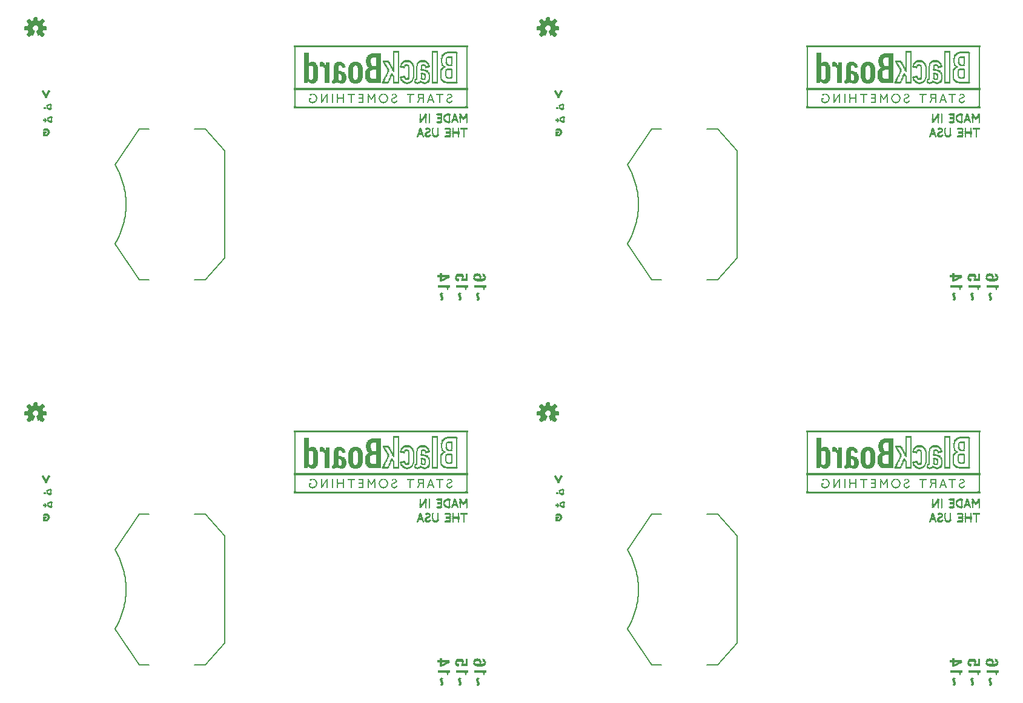
<source format=gbo>
G75*
%MOIN*%
%OFA0B0*%
%FSLAX25Y25*%
%IPPOS*%
%LPD*%
%AMOC8*
5,1,8,0,0,1.08239X$1,22.5*
%
%ADD10R,0.00130X0.00125*%
%ADD11R,0.00750X0.00126*%
%ADD12R,0.00250X0.00126*%
%ADD13R,0.01260X0.00126*%
%ADD14R,0.01380X0.00126*%
%ADD15R,0.01260X0.00126*%
%ADD16R,0.01380X0.00125*%
%ADD17R,0.01390X0.00125*%
%ADD18R,0.01380X0.00126*%
%ADD19R,0.01250X0.00126*%
%ADD20R,0.01130X0.00126*%
%ADD21R,0.01130X0.00126*%
%ADD22R,0.01130X0.00125*%
%ADD23R,0.01260X0.00125*%
%ADD24R,0.01140X0.00126*%
%ADD25R,0.01250X0.00125*%
%ADD26R,0.01140X0.00125*%
%ADD27R,0.01140X0.00126*%
%ADD28R,0.01390X0.00126*%
%ADD29R,0.01000X0.00126*%
%ADD30R,0.00510X0.00126*%
%ADD31R,0.00880X0.00126*%
%ADD32R,0.00370X0.00126*%
%ADD33R,0.00370X0.00126*%
%ADD34R,0.03530X0.00125*%
%ADD35R,0.00880X0.00125*%
%ADD36R,0.04530X0.00126*%
%ADD37R,0.01510X0.00126*%
%ADD38R,0.01640X0.00126*%
%ADD39R,0.05030X0.00126*%
%ADD40R,0.03390X0.00126*%
%ADD41R,0.01890X0.00126*%
%ADD42R,0.05410X0.00126*%
%ADD43R,0.03640X0.00126*%
%ADD44R,0.02140X0.00126*%
%ADD45R,0.05790X0.00126*%
%ADD46R,0.01630X0.00126*%
%ADD47R,0.02390X0.00126*%
%ADD48R,0.06030X0.00125*%
%ADD49R,0.03640X0.00125*%
%ADD50R,0.01760X0.00125*%
%ADD51R,0.02640X0.00125*%
%ADD52R,0.06160X0.00126*%
%ADD53R,0.01760X0.00126*%
%ADD54R,0.02770X0.00126*%
%ADD55R,0.06290X0.00126*%
%ADD56R,0.03640X0.00126*%
%ADD57R,0.01880X0.00126*%
%ADD58R,0.03020X0.00126*%
%ADD59R,0.06540X0.00126*%
%ADD60R,0.01880X0.00126*%
%ADD61R,0.01010X0.00126*%
%ADD62R,0.02390X0.00126*%
%ADD63R,0.02020X0.00126*%
%ADD64R,0.01630X0.00125*%
%ADD65R,0.03780X0.00125*%
%ADD66R,0.01010X0.00125*%
%ADD67R,0.02020X0.00125*%
%ADD68R,0.01000X0.00126*%
%ADD69R,0.00880X0.00126*%
%ADD70R,0.02010X0.00126*%
%ADD71R,0.01010X0.00126*%
%ADD72R,0.02010X0.00126*%
%ADD73R,0.00750X0.00125*%
%ADD74R,0.01000X0.00125*%
%ADD75R,0.00760X0.00125*%
%ADD76R,0.02010X0.00125*%
%ADD77R,0.00760X0.00126*%
%ADD78R,0.01890X0.00126*%
%ADD79R,0.00890X0.00126*%
%ADD80R,0.06790X0.00125*%
%ADD81R,0.06790X0.00126*%
%ADD82R,0.01510X0.00126*%
%ADD83R,0.06790X0.00126*%
%ADD84R,0.04280X0.00126*%
%ADD85R,0.04400X0.00126*%
%ADD86R,0.04280X0.00125*%
%ADD87R,0.01500X0.00126*%
%ADD88R,0.04150X0.00126*%
%ADD89R,0.04280X0.00126*%
%ADD90R,0.01500X0.00126*%
%ADD91R,0.04150X0.00126*%
%ADD92R,0.04020X0.00126*%
%ADD93R,0.03890X0.00126*%
%ADD94R,0.03900X0.00126*%
%ADD95R,0.03650X0.00125*%
%ADD96R,0.03390X0.00126*%
%ADD97R,0.03270X0.00126*%
%ADD98R,0.03150X0.00126*%
%ADD99R,0.03020X0.00126*%
%ADD100R,0.00620X0.00126*%
%ADD101R,0.02770X0.00126*%
%ADD102R,0.02260X0.00126*%
%ADD103R,0.02130X0.00126*%
%ADD104R,0.00630X0.00126*%
%ADD105R,0.00500X0.00125*%
%ADD106R,0.00760X0.00126*%
%ADD107R,0.06290X0.00126*%
%ADD108R,0.06540X0.00125*%
%ADD109C,0.00591*%
%ADD110R,0.95669X0.00236*%
%ADD111R,0.01181X0.00236*%
%ADD112R,0.00945X0.00236*%
%ADD113R,0.03307X0.00236*%
%ADD114R,0.05433X0.00236*%
%ADD115R,0.06614X0.00236*%
%ADD116R,0.07087X0.00236*%
%ADD117R,0.00709X0.00236*%
%ADD118R,0.02362X0.00236*%
%ADD119R,0.07559X0.00236*%
%ADD120R,0.01890X0.00236*%
%ADD121R,0.05197X0.00236*%
%ADD122R,0.01417X0.00236*%
%ADD123R,0.05906X0.00236*%
%ADD124R,0.06850X0.00236*%
%ADD125R,0.07323X0.00236*%
%ADD126R,0.02598X0.00236*%
%ADD127R,0.03071X0.00236*%
%ADD128R,0.07795X0.00236*%
%ADD129R,0.02835X0.00236*%
%ADD130R,0.03780X0.00236*%
%ADD131R,0.04724X0.00236*%
%ADD132R,0.04488X0.00236*%
%ADD133R,0.03543X0.00236*%
%ADD134R,0.01654X0.00236*%
%ADD135R,0.02126X0.00236*%
%ADD136R,0.04252X0.00236*%
%ADD137R,0.05669X0.00236*%
%ADD138R,0.06378X0.00236*%
%ADD139R,0.00472X0.00236*%
%ADD140R,0.08031X0.00236*%
%ADD141R,0.04016X0.00236*%
%ADD142R,0.06142X0.00236*%
%ADD143R,0.08504X0.00236*%
%ADD144R,0.08268X0.00236*%
%ADD145R,0.04961X0.00236*%
%ADD146R,0.00236X0.00079*%
%ADD147R,0.00079X0.00079*%
%ADD148R,0.01339X0.00079*%
%ADD149R,0.02441X0.00079*%
%ADD150R,0.00157X0.00079*%
%ADD151R,0.00472X0.00079*%
%ADD152R,0.00630X0.00079*%
%ADD153R,0.01890X0.00079*%
%ADD154R,0.02677X0.00079*%
%ADD155R,0.00551X0.00079*%
%ADD156R,0.00709X0.00079*%
%ADD157R,0.00787X0.00079*%
%ADD158R,0.02283X0.00079*%
%ADD159R,0.02913X0.00079*%
%ADD160R,0.00866X0.00079*%
%ADD161R,0.00945X0.00079*%
%ADD162R,0.02520X0.00079*%
%ADD163R,0.03071X0.00079*%
%ADD164R,0.01024X0.00079*%
%ADD165R,0.02598X0.00079*%
%ADD166R,0.03150X0.00079*%
%ADD167R,0.01102X0.00079*%
%ADD168R,0.02835X0.00079*%
%ADD169R,0.01181X0.00079*%
%ADD170R,0.02992X0.00079*%
%ADD171R,0.01260X0.00079*%
%ADD172R,0.01417X0.00079*%
%ADD173R,0.03228X0.00079*%
%ADD174R,0.01732X0.00079*%
%ADD175R,0.01496X0.00079*%
%ADD176R,0.01575X0.00079*%
%ADD177R,0.01654X0.00079*%
%ADD178R,0.01811X0.00079*%
%ADD179R,0.01969X0.00079*%
%ADD180R,0.02047X0.00079*%
%ADD181R,0.02126X0.00079*%
%ADD182R,0.02205X0.00079*%
%ADD183R,0.02756X0.00079*%
%ADD184R,0.03386X0.00079*%
%ADD185R,0.00394X0.00079*%
%ADD186R,0.03465X0.00079*%
%ADD187R,0.03780X0.00079*%
%ADD188R,0.00315X0.00079*%
%ADD189R,0.03937X0.00079*%
%ADD190R,0.04016X0.00079*%
%ADD191R,0.04094X0.00079*%
%ADD192R,0.04173X0.00079*%
%ADD193R,0.02362X0.00079*%
%ADD194R,0.01102X0.00157*%
%ADD195R,0.01890X0.00157*%
%ADD196R,0.02520X0.00157*%
%ADD197R,0.02835X0.00157*%
%ADD198R,0.02992X0.00157*%
%ADD199R,0.03150X0.00157*%
%ADD200R,0.03307X0.00157*%
%ADD201R,0.01417X0.00157*%
%ADD202R,0.00787X0.00157*%
%ADD203R,0.01260X0.00157*%
%ADD204R,0.00157X0.00157*%
%ADD205R,0.01575X0.00157*%
%ADD206R,0.00945X0.00157*%
%ADD207R,0.01732X0.00157*%
%ADD208R,0.02677X0.00157*%
%ADD209R,0.02362X0.00157*%
%ADD210R,0.00315X0.00157*%
%ADD211R,0.02205X0.00157*%
%ADD212R,0.02047X0.00157*%
%ADD213R,0.00630X0.00157*%
%ADD214R,0.01063X0.00118*%
%ADD215R,0.01772X0.00157*%
%ADD216R,0.02008X0.00118*%
%ADD217R,0.02126X0.00118*%
%ADD218R,0.02244X0.00118*%
%ADD219R,0.02480X0.00118*%
%ADD220R,0.00709X0.00118*%
%ADD221R,0.00945X0.00118*%
%ADD222R,0.00236X0.00118*%
%ADD223R,0.00709X0.00157*%
%ADD224R,0.00827X0.00157*%
%ADD225R,0.00591X0.00157*%
%ADD226R,0.00827X0.00118*%
%ADD227R,0.01772X0.00118*%
%ADD228R,0.02008X0.00157*%
%ADD229R,0.01890X0.00118*%
%ADD230R,0.02362X0.00118*%
%ADD231R,0.00591X0.00118*%
%ADD232R,0.00472X0.00157*%
%ADD233R,0.01654X0.00118*%
%ADD234R,0.01654X0.00157*%
%ADD235R,0.02480X0.00157*%
%ADD236R,0.02598X0.00118*%
%ADD237R,0.01181X0.00118*%
%ADD238R,0.01417X0.00118*%
%ADD239R,0.01535X0.00157*%
%ADD240R,0.01535X0.00118*%
%ADD241C,0.00800*%
%ADD242R,0.01575X0.00394*%
%ADD243R,0.00394X0.00394*%
%ADD244R,0.02362X0.00394*%
%ADD245R,0.01969X0.00394*%
%ADD246R,0.00787X0.00394*%
%ADD247R,0.02756X0.00394*%
%ADD248R,0.03150X0.00394*%
%ADD249R,0.03543X0.00394*%
%ADD250R,0.03937X0.00394*%
%ADD251R,0.04331X0.00394*%
%ADD252R,0.04724X0.00394*%
%ADD253R,0.05512X0.00394*%
%ADD254R,0.05118X0.00394*%
%ADD255R,0.05906X0.00394*%
%ADD256R,0.06299X0.00394*%
%ADD257R,0.10630X0.00394*%
%ADD258R,0.07087X0.00394*%
%ADD259R,0.11024X0.00394*%
%ADD260R,0.07480X0.00394*%
%ADD261R,0.08268X0.00394*%
%ADD262R,0.09055X0.00394*%
%ADD263R,0.06693X0.00394*%
%ADD264R,0.09843X0.00394*%
%ADD265R,0.01181X0.00394*%
D10*
X0358495Y0211727D03*
X0358495Y0423727D03*
X0640495Y0423727D03*
X0640495Y0211727D03*
D11*
X0640435Y0211852D03*
X0630495Y0211978D03*
X0620495Y0211978D03*
X0632005Y0224022D03*
X0630495Y0423978D03*
X0620495Y0423978D03*
X0632005Y0436022D03*
X0640435Y0423852D03*
X0358435Y0423852D03*
X0348495Y0423978D03*
X0338495Y0423978D03*
X0350005Y0436022D03*
X0350005Y0224022D03*
X0348495Y0211978D03*
X0358435Y0211852D03*
X0338495Y0211978D03*
D12*
X0338625Y0211852D03*
X0348625Y0211852D03*
X0348625Y0423852D03*
X0338625Y0423852D03*
X0620625Y0423852D03*
X0630625Y0423852D03*
X0630625Y0211852D03*
X0620625Y0211852D03*
D13*
X0620500Y0214116D03*
X0620370Y0214242D03*
X0630370Y0214242D03*
X0630500Y0214116D03*
X0632010Y0225028D03*
X0628610Y0225028D03*
X0640310Y0214242D03*
X0640560Y0213613D03*
X0640560Y0212355D03*
X0640310Y0211978D03*
X0640310Y0423978D03*
X0640560Y0424355D03*
X0640560Y0425613D03*
X0640310Y0426242D03*
X0630500Y0426116D03*
X0630370Y0426242D03*
X0620500Y0426116D03*
X0620370Y0426242D03*
X0628610Y0437028D03*
X0632010Y0437028D03*
X0358560Y0425613D03*
X0358310Y0426242D03*
X0358560Y0424355D03*
X0358310Y0423978D03*
X0348500Y0426116D03*
X0348370Y0426242D03*
X0338500Y0426116D03*
X0338370Y0426242D03*
X0346610Y0437028D03*
X0350010Y0437028D03*
X0350010Y0225028D03*
X0346610Y0225028D03*
X0348370Y0214242D03*
X0348500Y0214116D03*
X0358310Y0214242D03*
X0358560Y0213613D03*
X0358560Y0212355D03*
X0358310Y0211978D03*
X0338500Y0214116D03*
X0338370Y0214242D03*
D14*
X0347300Y0222764D03*
X0346800Y0225154D03*
X0358370Y0212104D03*
X0358370Y0424104D03*
X0347300Y0434764D03*
X0346800Y0437154D03*
X0628800Y0437154D03*
X0629300Y0434764D03*
X0640370Y0424104D03*
X0628800Y0225154D03*
X0629300Y0222764D03*
X0640370Y0212104D03*
D15*
X0640560Y0213739D03*
X0640310Y0215500D03*
X0638550Y0223896D03*
X0641820Y0225154D03*
X0644080Y0223896D03*
X0630370Y0215500D03*
X0630370Y0214368D03*
X0630620Y0213739D03*
X0630750Y0212607D03*
X0630370Y0212104D03*
X0620750Y0212607D03*
X0620370Y0212104D03*
X0620620Y0213739D03*
X0620370Y0214368D03*
X0620370Y0215500D03*
X0362080Y0223896D03*
X0359820Y0225154D03*
X0356550Y0223896D03*
X0358310Y0215500D03*
X0358560Y0213739D03*
X0348750Y0212607D03*
X0348370Y0212104D03*
X0348620Y0213739D03*
X0348370Y0214368D03*
X0348370Y0215500D03*
X0338620Y0213739D03*
X0338370Y0214368D03*
X0338370Y0215500D03*
X0338750Y0212607D03*
X0338370Y0212104D03*
X0338370Y0424104D03*
X0338750Y0424607D03*
X0338620Y0425739D03*
X0338370Y0426368D03*
X0338370Y0427500D03*
X0348370Y0427500D03*
X0348370Y0426368D03*
X0348620Y0425739D03*
X0348750Y0424607D03*
X0348370Y0424104D03*
X0358560Y0425739D03*
X0358310Y0427500D03*
X0356550Y0435896D03*
X0359820Y0437154D03*
X0362080Y0435896D03*
X0620370Y0427500D03*
X0620370Y0426368D03*
X0620620Y0425739D03*
X0620750Y0424607D03*
X0620370Y0424104D03*
X0630370Y0424104D03*
X0630750Y0424607D03*
X0630620Y0425739D03*
X0630370Y0426368D03*
X0630370Y0427500D03*
X0638550Y0435896D03*
X0641820Y0437154D03*
X0644080Y0435896D03*
X0640310Y0427500D03*
X0640560Y0425739D03*
D16*
X0640500Y0424230D03*
X0640620Y0427752D03*
X0630560Y0427752D03*
X0628670Y0435770D03*
X0620560Y0427752D03*
X0628670Y0223770D03*
X0630560Y0215752D03*
X0620560Y0215752D03*
X0640620Y0215752D03*
X0640500Y0212230D03*
X0358620Y0215752D03*
X0358500Y0212230D03*
X0348560Y0215752D03*
X0346670Y0223770D03*
X0338560Y0215752D03*
X0358500Y0424230D03*
X0358620Y0427752D03*
X0348560Y0427752D03*
X0346670Y0435770D03*
X0338560Y0427752D03*
D17*
X0338435Y0424230D03*
X0348435Y0424230D03*
X0338245Y0434512D03*
X0338245Y0222512D03*
X0338435Y0212230D03*
X0348435Y0212230D03*
X0620435Y0212230D03*
X0630435Y0212230D03*
X0620245Y0222512D03*
X0620435Y0424230D03*
X0630435Y0424230D03*
X0620245Y0434512D03*
D18*
X0620560Y0424355D03*
X0630560Y0424355D03*
X0643770Y0437909D03*
X0643770Y0225909D03*
X0630560Y0212355D03*
X0620560Y0212355D03*
X0361770Y0225909D03*
X0348560Y0212355D03*
X0338560Y0212355D03*
X0338560Y0424355D03*
X0348560Y0424355D03*
X0361770Y0437909D03*
D19*
X0358435Y0427626D03*
X0358435Y0425865D03*
X0358685Y0425362D03*
X0358685Y0424481D03*
X0348245Y0427374D03*
X0338245Y0427374D03*
X0338245Y0215374D03*
X0348245Y0215374D03*
X0358435Y0215626D03*
X0358435Y0213865D03*
X0358685Y0213362D03*
X0358685Y0212481D03*
X0620245Y0215374D03*
X0630245Y0215374D03*
X0640435Y0215626D03*
X0640435Y0213865D03*
X0640685Y0213362D03*
X0640685Y0212481D03*
X0640685Y0424481D03*
X0640685Y0425362D03*
X0640435Y0425865D03*
X0640435Y0427626D03*
X0630245Y0427374D03*
X0620245Y0427374D03*
D20*
X0620185Y0427123D03*
X0620185Y0426997D03*
X0620185Y0426745D03*
X0620305Y0426494D03*
X0620685Y0425613D03*
X0620815Y0425362D03*
X0620815Y0425110D03*
X0620815Y0424984D03*
X0620815Y0424733D03*
X0620685Y0424481D03*
X0630185Y0426745D03*
X0630185Y0426997D03*
X0630185Y0427123D03*
X0630305Y0426494D03*
X0630685Y0425613D03*
X0630815Y0425362D03*
X0630815Y0425110D03*
X0630815Y0424984D03*
X0630815Y0424733D03*
X0630685Y0424481D03*
X0640245Y0426494D03*
X0640375Y0426116D03*
X0640745Y0425110D03*
X0640745Y0424984D03*
X0640745Y0424733D03*
X0640245Y0427374D03*
X0638485Y0436022D03*
X0643645Y0438160D03*
X0629425Y0434638D03*
X0643645Y0226160D03*
X0638485Y0224022D03*
X0640245Y0215374D03*
X0640245Y0214494D03*
X0640375Y0214116D03*
X0640745Y0213110D03*
X0640745Y0212984D03*
X0640745Y0212733D03*
X0630815Y0212733D03*
X0630815Y0212984D03*
X0630815Y0213110D03*
X0630815Y0213362D03*
X0630685Y0213613D03*
X0630305Y0214494D03*
X0630185Y0214745D03*
X0630185Y0214997D03*
X0630185Y0215123D03*
X0630685Y0212481D03*
X0620815Y0212733D03*
X0620815Y0212984D03*
X0620815Y0213110D03*
X0620815Y0213362D03*
X0620685Y0213613D03*
X0620305Y0214494D03*
X0620185Y0214745D03*
X0620185Y0214997D03*
X0620185Y0215123D03*
X0620685Y0212481D03*
X0629425Y0222638D03*
X0361645Y0226160D03*
X0356485Y0224022D03*
X0358245Y0215374D03*
X0358245Y0214494D03*
X0358375Y0214116D03*
X0358745Y0213110D03*
X0358745Y0212984D03*
X0358745Y0212733D03*
X0348815Y0212733D03*
X0348815Y0212984D03*
X0348815Y0213110D03*
X0348815Y0213362D03*
X0348685Y0213613D03*
X0348305Y0214494D03*
X0348185Y0214745D03*
X0348185Y0214997D03*
X0348185Y0215123D03*
X0348685Y0212481D03*
X0338815Y0212733D03*
X0338815Y0212984D03*
X0338815Y0213110D03*
X0338815Y0213362D03*
X0338685Y0213613D03*
X0338305Y0214494D03*
X0338185Y0214745D03*
X0338185Y0214997D03*
X0338185Y0215123D03*
X0338685Y0212481D03*
X0347425Y0222638D03*
X0348685Y0424481D03*
X0348815Y0424733D03*
X0348815Y0424984D03*
X0348815Y0425110D03*
X0348815Y0425362D03*
X0348685Y0425613D03*
X0348305Y0426494D03*
X0348185Y0426745D03*
X0348185Y0426997D03*
X0348185Y0427123D03*
X0358245Y0427374D03*
X0358245Y0426494D03*
X0358375Y0426116D03*
X0358745Y0425110D03*
X0358745Y0424984D03*
X0358745Y0424733D03*
X0356485Y0436022D03*
X0361645Y0438160D03*
X0347425Y0434638D03*
X0338185Y0427123D03*
X0338185Y0426997D03*
X0338185Y0426745D03*
X0338305Y0426494D03*
X0338685Y0425613D03*
X0338815Y0425362D03*
X0338815Y0425110D03*
X0338815Y0424984D03*
X0338815Y0424733D03*
X0338685Y0424481D03*
D21*
X0338815Y0425236D03*
X0338185Y0426871D03*
X0348185Y0426871D03*
X0348815Y0425236D03*
X0358245Y0426368D03*
X0358745Y0425236D03*
X0358745Y0424607D03*
X0356485Y0437154D03*
X0362145Y0437154D03*
X0346545Y0435896D03*
X0356485Y0225154D03*
X0362145Y0225154D03*
X0358245Y0214368D03*
X0358745Y0213236D03*
X0358745Y0212607D03*
X0348815Y0213236D03*
X0348185Y0214871D03*
X0346545Y0223896D03*
X0338185Y0214871D03*
X0338815Y0213236D03*
X0620185Y0214871D03*
X0620815Y0213236D03*
X0630185Y0214871D03*
X0630815Y0213236D03*
X0640245Y0214368D03*
X0640745Y0213236D03*
X0640745Y0212607D03*
X0638485Y0225154D03*
X0644145Y0225154D03*
X0628545Y0223896D03*
X0640745Y0424607D03*
X0640745Y0425236D03*
X0640245Y0426368D03*
X0630815Y0425236D03*
X0630185Y0426871D03*
X0620815Y0425236D03*
X0620185Y0426871D03*
X0628545Y0435896D03*
X0638485Y0437154D03*
X0644145Y0437154D03*
D22*
X0634205Y0435770D03*
X0628545Y0436902D03*
X0630305Y0426620D03*
X0630815Y0424859D03*
X0620815Y0424859D03*
X0620305Y0426620D03*
X0640625Y0425487D03*
X0640745Y0424859D03*
X0628545Y0224902D03*
X0634205Y0223770D03*
X0630305Y0214620D03*
X0630815Y0212859D03*
X0620815Y0212859D03*
X0620305Y0214620D03*
X0640625Y0213487D03*
X0640745Y0212859D03*
X0358745Y0212859D03*
X0358625Y0213487D03*
X0348815Y0212859D03*
X0348305Y0214620D03*
X0352205Y0223770D03*
X0346545Y0224902D03*
X0338305Y0214620D03*
X0338815Y0212859D03*
X0338815Y0424859D03*
X0338305Y0426620D03*
X0348305Y0426620D03*
X0348815Y0424859D03*
X0358625Y0425487D03*
X0358745Y0424859D03*
X0352205Y0435770D03*
X0346545Y0436902D03*
D23*
X0348500Y0425991D03*
X0348750Y0425487D03*
X0358180Y0427248D03*
X0338750Y0425487D03*
X0338500Y0425991D03*
X0358180Y0215248D03*
X0348750Y0213487D03*
X0348500Y0213991D03*
X0338750Y0213487D03*
X0338500Y0213991D03*
X0620500Y0213991D03*
X0620750Y0213487D03*
X0630500Y0213991D03*
X0630750Y0213487D03*
X0640180Y0215248D03*
X0630750Y0425487D03*
X0630500Y0425991D03*
X0620750Y0425487D03*
X0620500Y0425991D03*
X0640180Y0427248D03*
D24*
X0640120Y0427123D03*
X0640120Y0426997D03*
X0640120Y0426745D03*
X0630560Y0425865D03*
X0620560Y0425865D03*
X0620120Y0434387D03*
X0620120Y0436777D03*
X0641880Y0437028D03*
X0641880Y0225028D03*
X0640120Y0215123D03*
X0640120Y0214997D03*
X0640120Y0214745D03*
X0630560Y0213865D03*
X0620560Y0213865D03*
X0620120Y0222387D03*
X0620120Y0224777D03*
X0359880Y0225028D03*
X0358120Y0215123D03*
X0358120Y0214997D03*
X0358120Y0214745D03*
X0348560Y0213865D03*
X0338560Y0213865D03*
X0338120Y0222387D03*
X0338120Y0224777D03*
X0338560Y0425865D03*
X0338120Y0434387D03*
X0338120Y0436777D03*
X0348560Y0425865D03*
X0358120Y0426745D03*
X0358120Y0426997D03*
X0358120Y0427123D03*
X0359880Y0437028D03*
D25*
X0361705Y0438034D03*
X0358435Y0425991D03*
X0348245Y0427248D03*
X0338245Y0427248D03*
X0361705Y0226034D03*
X0358435Y0213991D03*
X0348245Y0215248D03*
X0338245Y0215248D03*
X0620245Y0215248D03*
X0630245Y0215248D03*
X0640435Y0213991D03*
X0643705Y0226034D03*
X0640435Y0425991D03*
X0630245Y0427248D03*
X0620245Y0427248D03*
X0643705Y0438034D03*
D26*
X0641880Y0436902D03*
X0632070Y0436902D03*
X0620120Y0438034D03*
X0640120Y0426620D03*
X0620120Y0226034D03*
X0632070Y0224902D03*
X0641880Y0224902D03*
X0640120Y0214620D03*
X0359880Y0224902D03*
X0350070Y0224902D03*
X0358120Y0214620D03*
X0338120Y0226034D03*
X0358120Y0426620D03*
X0359880Y0436902D03*
X0350070Y0436902D03*
X0338120Y0438034D03*
D27*
X0341830Y0430896D03*
X0351830Y0430896D03*
X0358120Y0426871D03*
X0361830Y0430896D03*
X0361830Y0218896D03*
X0358120Y0214871D03*
X0351830Y0218896D03*
X0341830Y0218896D03*
X0623830Y0218896D03*
X0633830Y0218896D03*
X0640120Y0214871D03*
X0643830Y0218896D03*
X0640120Y0426871D03*
X0643830Y0430896D03*
X0633830Y0430896D03*
X0623830Y0430896D03*
D28*
X0620685Y0427877D03*
X0620435Y0427626D03*
X0630435Y0427626D03*
X0630685Y0427877D03*
X0638735Y0437280D03*
X0638735Y0225280D03*
X0630685Y0215877D03*
X0630435Y0215626D03*
X0620685Y0215877D03*
X0620435Y0215626D03*
X0356735Y0225280D03*
X0348685Y0215877D03*
X0348435Y0215626D03*
X0338685Y0215877D03*
X0338435Y0215626D03*
X0338435Y0427626D03*
X0338685Y0427877D03*
X0348435Y0427626D03*
X0348685Y0427877D03*
X0356735Y0437280D03*
D29*
X0356420Y0437028D03*
X0356420Y0436148D03*
X0352270Y0436148D03*
X0352270Y0436022D03*
X0352270Y0436399D03*
X0352270Y0436651D03*
X0352270Y0436777D03*
X0352270Y0437028D03*
X0352270Y0437280D03*
X0352270Y0437406D03*
X0352270Y0437783D03*
X0352270Y0437909D03*
X0352270Y0438160D03*
X0349630Y0435645D03*
X0358560Y0427877D03*
X0352270Y0226160D03*
X0352270Y0225909D03*
X0352270Y0225783D03*
X0352270Y0225406D03*
X0352270Y0225280D03*
X0352270Y0225028D03*
X0352270Y0224777D03*
X0352270Y0224651D03*
X0352270Y0224399D03*
X0352270Y0224148D03*
X0352270Y0224022D03*
X0349630Y0223645D03*
X0356420Y0224148D03*
X0356420Y0225028D03*
X0358560Y0215877D03*
X0631630Y0223645D03*
X0634270Y0224022D03*
X0634270Y0224148D03*
X0634270Y0224399D03*
X0634270Y0224651D03*
X0634270Y0224777D03*
X0634270Y0225028D03*
X0634270Y0225280D03*
X0634270Y0225406D03*
X0634270Y0225783D03*
X0634270Y0225909D03*
X0634270Y0226160D03*
X0638420Y0225028D03*
X0638420Y0224148D03*
X0640560Y0215877D03*
X0640560Y0427877D03*
X0638420Y0436148D03*
X0638420Y0437028D03*
X0634270Y0437028D03*
X0634270Y0436777D03*
X0634270Y0436651D03*
X0634270Y0436399D03*
X0634270Y0436148D03*
X0634270Y0436022D03*
X0634270Y0437280D03*
X0634270Y0437406D03*
X0634270Y0437783D03*
X0634270Y0437909D03*
X0634270Y0438160D03*
X0631630Y0435645D03*
D30*
X0640435Y0428003D03*
X0640435Y0216003D03*
X0358435Y0216003D03*
X0358435Y0428003D03*
D31*
X0361700Y0430016D03*
X0361700Y0430267D03*
X0361700Y0430519D03*
X0362270Y0436148D03*
X0362400Y0436399D03*
X0362400Y0436651D03*
X0362400Y0436777D03*
X0362270Y0437028D03*
X0359880Y0436651D03*
X0359880Y0436399D03*
X0359750Y0436148D03*
X0359630Y0436022D03*
X0356360Y0436399D03*
X0356360Y0436651D03*
X0356360Y0436777D03*
X0350070Y0436148D03*
X0346420Y0436399D03*
X0341700Y0430519D03*
X0341700Y0430267D03*
X0341700Y0430016D03*
X0338560Y0428003D03*
X0348560Y0428003D03*
X0351700Y0430016D03*
X0351700Y0430267D03*
X0351700Y0430519D03*
X0362270Y0225028D03*
X0362400Y0224777D03*
X0362400Y0224651D03*
X0362400Y0224399D03*
X0362270Y0224148D03*
X0359880Y0224399D03*
X0359880Y0224651D03*
X0359750Y0224148D03*
X0359630Y0224022D03*
X0356360Y0224399D03*
X0356360Y0224651D03*
X0356360Y0224777D03*
X0350070Y0224148D03*
X0346420Y0224399D03*
X0341700Y0218519D03*
X0341700Y0218267D03*
X0341700Y0218016D03*
X0338560Y0216003D03*
X0348560Y0216003D03*
X0351700Y0218016D03*
X0351700Y0218267D03*
X0351700Y0218519D03*
X0361700Y0218519D03*
X0361700Y0218267D03*
X0361700Y0218016D03*
X0620560Y0216003D03*
X0623700Y0218016D03*
X0623700Y0218267D03*
X0623700Y0218519D03*
X0630560Y0216003D03*
X0633700Y0218016D03*
X0633700Y0218267D03*
X0633700Y0218519D03*
X0632070Y0224148D03*
X0628420Y0224399D03*
X0638360Y0224399D03*
X0638360Y0224651D03*
X0638360Y0224777D03*
X0641630Y0224022D03*
X0641750Y0224148D03*
X0641880Y0224399D03*
X0641880Y0224651D03*
X0644270Y0225028D03*
X0644400Y0224777D03*
X0644400Y0224651D03*
X0644400Y0224399D03*
X0644270Y0224148D03*
X0643700Y0218519D03*
X0643700Y0218267D03*
X0643700Y0218016D03*
X0630560Y0428003D03*
X0633700Y0430016D03*
X0633700Y0430267D03*
X0633700Y0430519D03*
X0632070Y0436148D03*
X0628420Y0436399D03*
X0623700Y0430519D03*
X0623700Y0430267D03*
X0623700Y0430016D03*
X0620560Y0428003D03*
X0638360Y0436399D03*
X0638360Y0436651D03*
X0638360Y0436777D03*
X0641630Y0436022D03*
X0641750Y0436148D03*
X0641880Y0436399D03*
X0641880Y0436651D03*
X0644270Y0437028D03*
X0644400Y0436777D03*
X0644400Y0436651D03*
X0644400Y0436399D03*
X0644270Y0436148D03*
X0643700Y0430519D03*
X0643700Y0430267D03*
X0643700Y0430016D03*
D32*
X0630435Y0428129D03*
X0620435Y0428129D03*
X0620435Y0216129D03*
X0630435Y0216129D03*
X0348435Y0216129D03*
X0338435Y0216129D03*
X0338435Y0428129D03*
X0348435Y0428129D03*
D33*
X0359125Y0434387D03*
X0359125Y0222387D03*
X0641125Y0222387D03*
X0641125Y0434387D03*
D34*
X0641315Y0434512D03*
X0641315Y0222512D03*
X0359315Y0222512D03*
X0359315Y0434512D03*
D35*
X0356360Y0436273D03*
X0356360Y0436902D03*
X0351700Y0430141D03*
X0347550Y0434512D03*
X0346420Y0436273D03*
X0341700Y0430141D03*
X0361700Y0430141D03*
X0356360Y0224902D03*
X0356360Y0224273D03*
X0351700Y0218141D03*
X0347550Y0222512D03*
X0346420Y0224273D03*
X0341700Y0218141D03*
X0361700Y0218141D03*
X0623700Y0218141D03*
X0629550Y0222512D03*
X0628420Y0224273D03*
X0633700Y0218141D03*
X0638360Y0224273D03*
X0638360Y0224902D03*
X0643700Y0218141D03*
X0643700Y0430141D03*
X0638360Y0436273D03*
X0638360Y0436902D03*
X0633700Y0430141D03*
X0629550Y0434512D03*
X0628420Y0436273D03*
X0623700Y0430141D03*
D36*
X0630375Y0437280D03*
X0641315Y0434638D03*
X0630375Y0225280D03*
X0641315Y0222638D03*
X0359315Y0222638D03*
X0348375Y0225280D03*
X0359315Y0434638D03*
X0348375Y0437280D03*
D37*
X0347235Y0434890D03*
X0349885Y0434638D03*
X0347235Y0222890D03*
X0349885Y0222638D03*
X0629235Y0222890D03*
X0631885Y0222638D03*
X0631885Y0434638D03*
X0629235Y0434890D03*
D38*
X0620370Y0434638D03*
X0641630Y0437280D03*
X0641630Y0225280D03*
X0620370Y0222638D03*
X0359630Y0225280D03*
X0338370Y0222638D03*
X0338370Y0434638D03*
X0359630Y0437280D03*
D39*
X0359315Y0434764D03*
X0359315Y0222764D03*
X0641315Y0222764D03*
X0641315Y0434764D03*
D40*
X0632825Y0434764D03*
X0632825Y0222764D03*
X0350825Y0222764D03*
X0350825Y0434764D03*
D41*
X0341765Y0436525D03*
X0338495Y0434764D03*
X0341765Y0224525D03*
X0338495Y0222764D03*
X0620495Y0222764D03*
X0623765Y0224525D03*
X0620495Y0434764D03*
X0623765Y0436525D03*
D42*
X0641375Y0434890D03*
X0641375Y0222890D03*
X0359375Y0222890D03*
X0359375Y0434890D03*
D43*
X0350950Y0434890D03*
X0350950Y0435016D03*
X0350950Y0435267D03*
X0350950Y0435519D03*
X0350950Y0223519D03*
X0350950Y0223267D03*
X0350950Y0223016D03*
X0350950Y0222890D03*
X0632950Y0222890D03*
X0632950Y0223016D03*
X0632950Y0223267D03*
X0632950Y0223519D03*
X0632950Y0434890D03*
X0632950Y0435016D03*
X0632950Y0435267D03*
X0632950Y0435519D03*
D44*
X0620620Y0434890D03*
X0620620Y0222890D03*
X0338620Y0222890D03*
X0338620Y0434890D03*
D45*
X0359315Y0435016D03*
X0359315Y0223016D03*
X0641315Y0223016D03*
X0641315Y0435016D03*
D46*
X0643895Y0437280D03*
X0643895Y0437406D03*
X0629175Y0435016D03*
X0643895Y0225406D03*
X0643895Y0225280D03*
X0629175Y0223016D03*
X0361895Y0225280D03*
X0361895Y0225406D03*
X0347175Y0223016D03*
X0347175Y0435016D03*
X0361895Y0437280D03*
X0361895Y0437406D03*
D47*
X0338745Y0435016D03*
X0338745Y0223016D03*
X0620745Y0223016D03*
X0620745Y0435016D03*
D48*
X0641315Y0435141D03*
X0641315Y0223141D03*
X0359315Y0223141D03*
X0359315Y0435141D03*
D49*
X0350950Y0435141D03*
X0350950Y0223141D03*
X0632950Y0223141D03*
X0632950Y0435141D03*
D50*
X0629110Y0435141D03*
X0629110Y0223141D03*
X0347110Y0223141D03*
X0347110Y0435141D03*
D51*
X0338870Y0435141D03*
X0338870Y0223141D03*
X0620870Y0223141D03*
X0620870Y0435141D03*
D52*
X0621440Y0431022D03*
X0631440Y0431022D03*
X0641440Y0431022D03*
X0641380Y0435267D03*
X0641380Y0223267D03*
X0641440Y0219022D03*
X0631440Y0219022D03*
X0621440Y0219022D03*
X0359440Y0219022D03*
X0359380Y0223267D03*
X0349440Y0219022D03*
X0339440Y0219022D03*
X0339440Y0431022D03*
X0349440Y0431022D03*
X0359440Y0431022D03*
X0359380Y0435267D03*
D53*
X0347110Y0435267D03*
X0342080Y0436777D03*
X0342080Y0224777D03*
X0347110Y0223267D03*
X0624080Y0224777D03*
X0629110Y0223267D03*
X0629110Y0435267D03*
X0624080Y0436777D03*
D54*
X0620935Y0435267D03*
X0620935Y0223267D03*
X0338935Y0223267D03*
X0338935Y0435267D03*
D55*
X0359315Y0435393D03*
X0359315Y0223393D03*
X0641315Y0223393D03*
X0641315Y0435393D03*
D56*
X0632950Y0435393D03*
X0632950Y0223393D03*
X0350950Y0223393D03*
X0350950Y0435393D03*
D57*
X0347050Y0435393D03*
X0347050Y0223393D03*
X0629050Y0223393D03*
X0629050Y0435393D03*
D58*
X0621060Y0435393D03*
X0621060Y0223393D03*
X0339060Y0223393D03*
X0339060Y0435393D03*
D59*
X0359310Y0435519D03*
X0359310Y0435645D03*
X0359310Y0223645D03*
X0359310Y0223519D03*
X0641310Y0223519D03*
X0641310Y0223645D03*
X0641310Y0435519D03*
X0641310Y0435645D03*
D60*
X0629050Y0435645D03*
X0629050Y0435519D03*
X0624020Y0436651D03*
X0621880Y0435519D03*
X0624020Y0224651D03*
X0621880Y0223519D03*
X0629050Y0223519D03*
X0629050Y0223645D03*
X0347050Y0223645D03*
X0347050Y0223519D03*
X0342020Y0224651D03*
X0339880Y0223519D03*
X0339880Y0435519D03*
X0342020Y0436651D03*
X0347050Y0435645D03*
X0347050Y0435519D03*
D61*
X0346485Y0436022D03*
X0346485Y0436148D03*
X0346485Y0436651D03*
X0346485Y0436777D03*
X0350135Y0436777D03*
X0350135Y0436651D03*
X0351765Y0430645D03*
X0341765Y0430645D03*
X0338055Y0435519D03*
X0338055Y0435645D03*
X0338055Y0436022D03*
X0338055Y0436148D03*
X0338055Y0436399D03*
X0338055Y0436651D03*
X0338055Y0438160D03*
X0338055Y0438412D03*
X0338055Y0438538D03*
X0359945Y0436777D03*
X0362205Y0436022D03*
X0361765Y0430645D03*
X0338055Y0226538D03*
X0338055Y0226412D03*
X0338055Y0226160D03*
X0338055Y0224651D03*
X0338055Y0224399D03*
X0338055Y0224148D03*
X0338055Y0224022D03*
X0338055Y0223645D03*
X0338055Y0223519D03*
X0341765Y0218645D03*
X0346485Y0224022D03*
X0346485Y0224148D03*
X0346485Y0224651D03*
X0346485Y0224777D03*
X0350135Y0224777D03*
X0350135Y0224651D03*
X0351765Y0218645D03*
X0361765Y0218645D03*
X0362205Y0224022D03*
X0359945Y0224777D03*
X0620055Y0224651D03*
X0620055Y0224399D03*
X0620055Y0224148D03*
X0620055Y0224022D03*
X0620055Y0223645D03*
X0620055Y0223519D03*
X0620055Y0226160D03*
X0620055Y0226412D03*
X0620055Y0226538D03*
X0628485Y0224777D03*
X0628485Y0224651D03*
X0628485Y0224148D03*
X0628485Y0224022D03*
X0632135Y0224651D03*
X0632135Y0224777D03*
X0633765Y0218645D03*
X0643765Y0218645D03*
X0644205Y0224022D03*
X0641945Y0224777D03*
X0623765Y0218645D03*
X0623765Y0430645D03*
X0620055Y0435519D03*
X0620055Y0435645D03*
X0620055Y0436022D03*
X0620055Y0436148D03*
X0620055Y0436399D03*
X0620055Y0436651D03*
X0620055Y0438160D03*
X0620055Y0438412D03*
X0620055Y0438538D03*
X0628485Y0436777D03*
X0628485Y0436651D03*
X0628485Y0436148D03*
X0628485Y0436022D03*
X0632135Y0436651D03*
X0632135Y0436777D03*
X0633765Y0430645D03*
X0643765Y0430645D03*
X0644205Y0436022D03*
X0641945Y0436777D03*
D62*
X0633575Y0435645D03*
X0633575Y0223645D03*
X0351575Y0223645D03*
X0351575Y0435645D03*
D63*
X0340070Y0435645D03*
X0340070Y0223645D03*
X0622070Y0223645D03*
X0622070Y0435645D03*
D64*
X0643895Y0435770D03*
X0643895Y0437531D03*
X0643895Y0225531D03*
X0643895Y0223770D03*
X0361895Y0223770D03*
X0361895Y0225531D03*
X0361895Y0435770D03*
X0361895Y0437531D03*
D65*
X0357930Y0435770D03*
X0348370Y0438034D03*
X0348370Y0226034D03*
X0357930Y0223770D03*
X0630370Y0226034D03*
X0639930Y0223770D03*
X0639930Y0435770D03*
X0630370Y0438034D03*
D66*
X0631755Y0435770D03*
X0633765Y0430770D03*
X0643765Y0430770D03*
X0644335Y0436902D03*
X0623765Y0430770D03*
X0620055Y0435770D03*
X0620055Y0436273D03*
X0620055Y0438663D03*
X0362335Y0436902D03*
X0361765Y0430770D03*
X0351765Y0430770D03*
X0349755Y0435770D03*
X0341765Y0430770D03*
X0338055Y0435770D03*
X0338055Y0436273D03*
X0338055Y0438663D03*
X0338055Y0226663D03*
X0338055Y0224273D03*
X0338055Y0223770D03*
X0341765Y0218770D03*
X0349755Y0223770D03*
X0351765Y0218770D03*
X0361765Y0218770D03*
X0362335Y0224902D03*
X0620055Y0224273D03*
X0620055Y0223770D03*
X0620055Y0226663D03*
X0623765Y0218770D03*
X0631755Y0223770D03*
X0633765Y0218770D03*
X0643765Y0218770D03*
X0644335Y0224902D03*
D67*
X0622320Y0223770D03*
X0622320Y0435770D03*
X0340320Y0435770D03*
X0340320Y0223770D03*
D68*
X0352270Y0223896D03*
X0352270Y0224525D03*
X0352270Y0225154D03*
X0352270Y0225657D03*
X0352270Y0226286D03*
X0359440Y0223896D03*
X0361580Y0226286D03*
X0359440Y0435896D03*
X0361580Y0438286D03*
X0352270Y0438286D03*
X0352270Y0437657D03*
X0352270Y0437154D03*
X0352270Y0436525D03*
X0352270Y0435896D03*
X0634270Y0435896D03*
X0634270Y0436525D03*
X0634270Y0437154D03*
X0634270Y0437657D03*
X0634270Y0438286D03*
X0641440Y0435896D03*
X0643580Y0438286D03*
X0643580Y0226286D03*
X0641440Y0223896D03*
X0634270Y0223896D03*
X0634270Y0224525D03*
X0634270Y0225154D03*
X0634270Y0225657D03*
X0634270Y0226286D03*
D69*
X0631940Y0223896D03*
X0628420Y0224525D03*
X0623700Y0218393D03*
X0633700Y0218393D03*
X0638360Y0224525D03*
X0641880Y0224525D03*
X0644400Y0224525D03*
X0643700Y0218393D03*
X0643700Y0430393D03*
X0644400Y0436525D03*
X0641880Y0436525D03*
X0638360Y0436525D03*
X0631940Y0435896D03*
X0628420Y0436525D03*
X0623700Y0430393D03*
X0633700Y0430393D03*
X0362400Y0436525D03*
X0359880Y0436525D03*
X0356360Y0436525D03*
X0349940Y0435896D03*
X0346420Y0436525D03*
X0341700Y0430393D03*
X0351700Y0430393D03*
X0361700Y0430393D03*
X0362400Y0224525D03*
X0359880Y0224525D03*
X0356360Y0224525D03*
X0349940Y0223896D03*
X0346420Y0224525D03*
X0341700Y0218393D03*
X0351700Y0218393D03*
X0361700Y0218393D03*
D70*
X0340575Y0223896D03*
X0340575Y0435896D03*
X0622575Y0435896D03*
X0622575Y0223896D03*
D71*
X0620055Y0223896D03*
X0620055Y0224525D03*
X0620055Y0226286D03*
X0620055Y0435896D03*
X0620055Y0436525D03*
X0620055Y0438286D03*
X0338055Y0438286D03*
X0338055Y0436525D03*
X0338055Y0435896D03*
X0338055Y0226286D03*
X0338055Y0224525D03*
X0338055Y0223896D03*
D72*
X0340825Y0224022D03*
X0341075Y0224148D03*
X0340825Y0436022D03*
X0341075Y0436148D03*
X0622825Y0436022D03*
X0623075Y0436148D03*
X0623075Y0224148D03*
X0622825Y0224022D03*
D73*
X0641815Y0224273D03*
X0644335Y0224273D03*
X0644335Y0436273D03*
X0641815Y0436273D03*
X0362335Y0436273D03*
X0359815Y0436273D03*
X0359815Y0224273D03*
X0362335Y0224273D03*
D74*
X0352270Y0224273D03*
X0352270Y0224902D03*
X0352270Y0225531D03*
X0352270Y0226034D03*
X0352270Y0436273D03*
X0352270Y0436902D03*
X0352270Y0437531D03*
X0352270Y0438034D03*
X0634270Y0438034D03*
X0634270Y0437531D03*
X0634270Y0436902D03*
X0634270Y0436273D03*
X0634270Y0226034D03*
X0634270Y0225531D03*
X0634270Y0224902D03*
X0634270Y0224273D03*
D75*
X0632130Y0224273D03*
X0632130Y0436273D03*
X0350130Y0436273D03*
X0350130Y0224273D03*
D76*
X0341325Y0224273D03*
X0341325Y0436273D03*
X0623325Y0436273D03*
X0623325Y0224273D03*
D77*
X0623640Y0217890D03*
X0623640Y0217638D03*
X0633640Y0217638D03*
X0633640Y0217890D03*
X0632130Y0224399D03*
X0643640Y0217890D03*
X0643640Y0217638D03*
X0643640Y0429638D03*
X0643640Y0429890D03*
X0633640Y0429890D03*
X0633640Y0429638D03*
X0632130Y0436399D03*
X0623640Y0429890D03*
X0623640Y0429638D03*
X0361640Y0429638D03*
X0361640Y0429890D03*
X0351640Y0429890D03*
X0351640Y0429638D03*
X0350130Y0436399D03*
X0341640Y0429890D03*
X0341640Y0429638D03*
X0350130Y0224399D03*
X0351640Y0217890D03*
X0351640Y0217638D03*
X0341640Y0217638D03*
X0341640Y0217890D03*
X0361640Y0217890D03*
X0361640Y0217638D03*
D78*
X0341515Y0224399D03*
X0341515Y0436399D03*
X0623515Y0436399D03*
X0623515Y0224399D03*
D79*
X0632195Y0224525D03*
X0632195Y0436525D03*
X0350195Y0436525D03*
X0350195Y0224525D03*
D80*
X0349755Y0219902D03*
X0339755Y0219902D03*
X0339565Y0224902D03*
X0339565Y0225531D03*
X0359755Y0219902D03*
X0359755Y0431902D03*
X0349755Y0431902D03*
X0339755Y0431902D03*
X0339565Y0436902D03*
X0339565Y0437531D03*
X0621565Y0437531D03*
X0621565Y0436902D03*
X0621755Y0431902D03*
X0631755Y0431902D03*
X0641755Y0431902D03*
X0621565Y0225531D03*
X0621565Y0224902D03*
X0621755Y0219902D03*
X0631755Y0219902D03*
X0641755Y0219902D03*
D81*
X0641755Y0219777D03*
X0641755Y0219651D03*
X0641755Y0219399D03*
X0641755Y0220028D03*
X0641755Y0220280D03*
X0631755Y0220280D03*
X0631755Y0220028D03*
X0631755Y0219777D03*
X0631755Y0219651D03*
X0631755Y0219399D03*
X0621755Y0219399D03*
X0621755Y0219651D03*
X0621755Y0219777D03*
X0621755Y0220028D03*
X0621755Y0220280D03*
X0621565Y0225028D03*
X0621565Y0225280D03*
X0621565Y0225406D03*
X0621565Y0225783D03*
X0621565Y0225909D03*
X0621755Y0431399D03*
X0621755Y0431651D03*
X0621755Y0431777D03*
X0621755Y0432028D03*
X0621755Y0432280D03*
X0621565Y0437028D03*
X0621565Y0437280D03*
X0621565Y0437406D03*
X0621565Y0437783D03*
X0621565Y0437909D03*
X0631755Y0432280D03*
X0631755Y0432028D03*
X0631755Y0431777D03*
X0631755Y0431651D03*
X0631755Y0431399D03*
X0641755Y0431399D03*
X0641755Y0431651D03*
X0641755Y0431777D03*
X0641755Y0432028D03*
X0641755Y0432280D03*
X0359755Y0432280D03*
X0359755Y0432028D03*
X0359755Y0431777D03*
X0359755Y0431651D03*
X0359755Y0431399D03*
X0349755Y0431399D03*
X0349755Y0431651D03*
X0349755Y0431777D03*
X0349755Y0432028D03*
X0349755Y0432280D03*
X0339755Y0432280D03*
X0339755Y0432028D03*
X0339755Y0431777D03*
X0339755Y0431651D03*
X0339755Y0431399D03*
X0339565Y0437028D03*
X0339565Y0437280D03*
X0339565Y0437406D03*
X0339565Y0437783D03*
X0339565Y0437909D03*
X0339565Y0225909D03*
X0339565Y0225783D03*
X0339565Y0225406D03*
X0339565Y0225280D03*
X0339565Y0225028D03*
X0339755Y0220280D03*
X0339755Y0220028D03*
X0339755Y0219777D03*
X0339755Y0219651D03*
X0339755Y0219399D03*
X0349755Y0219399D03*
X0349755Y0219651D03*
X0349755Y0219777D03*
X0349755Y0220028D03*
X0349755Y0220280D03*
X0359755Y0220280D03*
X0359755Y0220028D03*
X0359755Y0219777D03*
X0359755Y0219651D03*
X0359755Y0219399D03*
D82*
X0349885Y0225154D03*
X0349885Y0437154D03*
X0631885Y0437154D03*
X0631885Y0225154D03*
D83*
X0631755Y0220154D03*
X0631755Y0219525D03*
X0641755Y0219525D03*
X0641755Y0220154D03*
X0621755Y0220154D03*
X0621755Y0219525D03*
X0621565Y0225154D03*
X0621565Y0225657D03*
X0621755Y0431525D03*
X0621755Y0432154D03*
X0621565Y0437154D03*
X0621565Y0437657D03*
X0631755Y0432154D03*
X0631755Y0431525D03*
X0641755Y0431525D03*
X0641755Y0432154D03*
X0359755Y0432154D03*
X0359755Y0431525D03*
X0349755Y0431525D03*
X0349755Y0432154D03*
X0339755Y0432154D03*
X0339755Y0431525D03*
X0339565Y0437154D03*
X0339565Y0437657D03*
X0339565Y0225657D03*
X0339565Y0225154D03*
X0339755Y0220154D03*
X0339755Y0219525D03*
X0349755Y0219525D03*
X0349755Y0220154D03*
X0359755Y0220154D03*
X0359755Y0219525D03*
D84*
X0358180Y0225406D03*
X0358180Y0437406D03*
X0640180Y0437406D03*
X0640180Y0225406D03*
D85*
X0630310Y0225406D03*
X0630310Y0437406D03*
X0348310Y0437406D03*
X0348310Y0225406D03*
D86*
X0348370Y0225531D03*
X0358180Y0225531D03*
X0358180Y0437531D03*
X0348370Y0437531D03*
X0630370Y0437531D03*
X0640180Y0437531D03*
X0640180Y0225531D03*
X0630370Y0225531D03*
D87*
X0643830Y0225657D03*
X0643830Y0437657D03*
X0361830Y0437657D03*
X0361830Y0225657D03*
D88*
X0358245Y0225657D03*
X0358245Y0437657D03*
X0640245Y0437657D03*
X0640245Y0225657D03*
D89*
X0630370Y0225657D03*
X0630370Y0437657D03*
X0348370Y0437657D03*
X0348370Y0225657D03*
D90*
X0361830Y0225783D03*
X0361830Y0437783D03*
X0643830Y0437783D03*
X0643830Y0225783D03*
D91*
X0640245Y0225783D03*
X0640245Y0437783D03*
X0358245Y0437783D03*
X0358245Y0225783D03*
D92*
X0348370Y0225783D03*
X0348370Y0437783D03*
X0630370Y0437783D03*
X0630370Y0225783D03*
D93*
X0640245Y0225909D03*
X0640245Y0437909D03*
X0358245Y0437909D03*
X0358245Y0225909D03*
D94*
X0348310Y0225909D03*
X0348310Y0437909D03*
X0630310Y0437909D03*
X0630310Y0225909D03*
D95*
X0640245Y0226034D03*
X0640245Y0438034D03*
X0358245Y0438034D03*
X0358245Y0226034D03*
D96*
X0358245Y0226160D03*
X0358245Y0438160D03*
X0640245Y0438160D03*
X0640245Y0226160D03*
D97*
X0630375Y0226160D03*
X0630375Y0438160D03*
X0348375Y0438160D03*
X0348375Y0226160D03*
D98*
X0358245Y0226286D03*
X0358245Y0438286D03*
X0640245Y0438286D03*
X0640245Y0226286D03*
D99*
X0630370Y0226286D03*
X0630370Y0438286D03*
X0348370Y0438286D03*
X0348370Y0226286D03*
D100*
X0361390Y0226412D03*
X0361390Y0438412D03*
X0643390Y0438412D03*
X0643390Y0226412D03*
D101*
X0640305Y0226412D03*
X0640305Y0438412D03*
X0358305Y0438412D03*
X0358305Y0226412D03*
D102*
X0348370Y0226412D03*
X0348370Y0438412D03*
X0630370Y0438412D03*
X0630370Y0226412D03*
D103*
X0640245Y0226538D03*
X0640245Y0438538D03*
X0358245Y0438538D03*
X0358245Y0226538D03*
D104*
X0348435Y0226538D03*
X0348435Y0438538D03*
X0630435Y0438538D03*
X0630435Y0226538D03*
D105*
X0640180Y0226663D03*
X0640180Y0438663D03*
X0358180Y0438663D03*
X0358180Y0226663D03*
D106*
X0361640Y0217764D03*
X0351640Y0217764D03*
X0341640Y0217764D03*
X0341640Y0429764D03*
X0351640Y0429764D03*
X0361640Y0429764D03*
X0623640Y0429764D03*
X0633640Y0429764D03*
X0643640Y0429764D03*
X0643640Y0217764D03*
X0633640Y0217764D03*
X0623640Y0217764D03*
D107*
X0621505Y0219148D03*
X0631505Y0219148D03*
X0641505Y0219148D03*
X0641505Y0431148D03*
X0631505Y0431148D03*
X0621505Y0431148D03*
X0359505Y0431148D03*
X0349505Y0431148D03*
X0339505Y0431148D03*
X0339505Y0219148D03*
X0349505Y0219148D03*
X0359505Y0219148D03*
D108*
X0359630Y0219273D03*
X0349630Y0219273D03*
X0339630Y0219273D03*
X0339630Y0431273D03*
X0349630Y0431273D03*
X0359630Y0431273D03*
X0621630Y0431273D03*
X0631630Y0431273D03*
X0641630Y0431273D03*
X0641630Y0219273D03*
X0631630Y0219273D03*
X0621630Y0219273D03*
D109*
X0401654Y0358364D02*
X0400636Y0357346D01*
X0399152Y0358557D01*
X0398554Y0358249D01*
X0397706Y0360295D01*
X0398085Y0360507D01*
X0398403Y0360801D01*
X0398645Y0361162D01*
X0398795Y0361569D01*
X0398846Y0362000D01*
X0398793Y0362439D01*
X0398637Y0362852D01*
X0398388Y0363217D01*
X0398059Y0363511D01*
X0397669Y0363720D01*
X0397241Y0363829D01*
X0396799Y0363834D01*
X0396369Y0363734D01*
X0395975Y0363534D01*
X0395640Y0363246D01*
X0395382Y0362887D01*
X0395218Y0362477D01*
X0395155Y0362040D01*
X0395199Y0361600D01*
X0395345Y0361184D01*
X0395586Y0360814D01*
X0395909Y0360512D01*
X0396294Y0360295D01*
X0395446Y0358249D01*
X0394848Y0358557D01*
X0393364Y0357346D01*
X0392346Y0358364D01*
X0393557Y0359848D01*
X0393249Y0360446D01*
X0393044Y0361087D01*
X0391139Y0361280D01*
X0391139Y0362720D01*
X0393044Y0362913D01*
X0393249Y0363554D01*
X0393557Y0364152D01*
X0392346Y0365636D01*
X0393364Y0366654D01*
X0394848Y0365443D01*
X0395446Y0365751D01*
X0396087Y0365956D01*
X0396280Y0367861D01*
X0397720Y0367861D01*
X0397913Y0365956D01*
X0398554Y0365751D01*
X0399152Y0365443D01*
X0400636Y0366654D01*
X0401654Y0365636D01*
X0400443Y0364152D01*
X0400751Y0363554D01*
X0400956Y0362913D01*
X0402861Y0362720D01*
X0402861Y0361280D01*
X0400956Y0361087D01*
X0400751Y0360446D01*
X0400443Y0359848D01*
X0401654Y0358364D01*
X0401531Y0358514D02*
X0399204Y0358514D01*
X0399069Y0358514D02*
X0398444Y0358514D01*
X0398200Y0359103D02*
X0401051Y0359103D01*
X0400571Y0359692D02*
X0397956Y0359692D01*
X0397712Y0360281D02*
X0400666Y0360281D01*
X0400887Y0360870D02*
X0398450Y0360870D01*
X0398754Y0361459D02*
X0402861Y0361459D01*
X0402861Y0362048D02*
X0398840Y0362048D01*
X0398718Y0362637D02*
X0402861Y0362637D01*
X0400856Y0363227D02*
X0398376Y0363227D01*
X0397294Y0363816D02*
X0400616Y0363816D01*
X0400650Y0364405D02*
X0393350Y0364405D01*
X0393384Y0363816D02*
X0396721Y0363816D01*
X0395626Y0363227D02*
X0393144Y0363227D01*
X0392870Y0364994D02*
X0401130Y0364994D01*
X0401610Y0365583D02*
X0399323Y0365583D01*
X0398881Y0365583D02*
X0395119Y0365583D01*
X0394677Y0365583D02*
X0392390Y0365583D01*
X0392883Y0366172D02*
X0393955Y0366172D01*
X0396109Y0366172D02*
X0397891Y0366172D01*
X0397832Y0366761D02*
X0396168Y0366761D01*
X0396228Y0367350D02*
X0397772Y0367350D01*
X0400045Y0366172D02*
X0401117Y0366172D01*
X0395282Y0362637D02*
X0391139Y0362637D01*
X0391139Y0362048D02*
X0395157Y0362048D01*
X0395248Y0361459D02*
X0391139Y0361459D01*
X0393113Y0360870D02*
X0395550Y0360870D01*
X0396288Y0360281D02*
X0393334Y0360281D01*
X0393429Y0359692D02*
X0396044Y0359692D01*
X0395800Y0359103D02*
X0392949Y0359103D01*
X0392469Y0358514D02*
X0394796Y0358514D01*
X0394931Y0358514D02*
X0395556Y0358514D01*
X0394074Y0357925D02*
X0392786Y0357925D01*
X0399926Y0357925D02*
X0401214Y0357925D01*
X0400636Y0569346D02*
X0399152Y0570557D01*
X0398554Y0570249D01*
X0397706Y0572295D01*
X0398085Y0572507D01*
X0398403Y0572801D01*
X0398645Y0573162D01*
X0398795Y0573569D01*
X0398846Y0574000D01*
X0398793Y0574439D01*
X0398637Y0574852D01*
X0398388Y0575217D01*
X0398059Y0575511D01*
X0397669Y0575720D01*
X0397241Y0575829D01*
X0396799Y0575834D01*
X0396369Y0575734D01*
X0395975Y0575534D01*
X0395640Y0575246D01*
X0395382Y0574887D01*
X0395218Y0574477D01*
X0395155Y0574040D01*
X0395199Y0573600D01*
X0395345Y0573184D01*
X0395586Y0572814D01*
X0395909Y0572512D01*
X0396294Y0572295D01*
X0395446Y0570249D01*
X0394848Y0570557D01*
X0393364Y0569346D01*
X0392346Y0570364D01*
X0393557Y0571848D01*
X0393249Y0572446D01*
X0393044Y0573087D01*
X0391139Y0573280D01*
X0391139Y0574720D01*
X0393044Y0574913D01*
X0393249Y0575554D01*
X0393557Y0576152D01*
X0392346Y0577636D01*
X0393364Y0578654D01*
X0394848Y0577443D01*
X0395446Y0577751D01*
X0396087Y0577956D01*
X0396280Y0579861D01*
X0397720Y0579861D01*
X0397913Y0577956D01*
X0398554Y0577751D01*
X0399152Y0577443D01*
X0400636Y0578654D01*
X0401654Y0577636D01*
X0400443Y0576152D01*
X0400751Y0575554D01*
X0400956Y0574913D01*
X0402861Y0574720D01*
X0402861Y0573280D01*
X0400956Y0573087D01*
X0400751Y0572446D01*
X0400443Y0571848D01*
X0401654Y0570364D01*
X0400636Y0569346D01*
X0400688Y0569398D02*
X0400572Y0569398D01*
X0401277Y0569988D02*
X0399850Y0569988D01*
X0398418Y0570577D02*
X0401480Y0570577D01*
X0401000Y0571166D02*
X0398174Y0571166D01*
X0397930Y0571755D02*
X0400520Y0571755D01*
X0400698Y0572344D02*
X0397794Y0572344D01*
X0398491Y0572933D02*
X0400907Y0572933D01*
X0402861Y0573522D02*
X0398777Y0573522D01*
X0398832Y0574111D02*
X0402861Y0574111D01*
X0402861Y0574700D02*
X0398694Y0574700D01*
X0398307Y0575289D02*
X0400836Y0575289D01*
X0400584Y0575878D02*
X0393416Y0575878D01*
X0393299Y0576467D02*
X0400701Y0576467D01*
X0401181Y0577056D02*
X0392819Y0577056D01*
X0392356Y0577645D02*
X0394601Y0577645D01*
X0395241Y0577645D02*
X0398759Y0577645D01*
X0399399Y0577645D02*
X0401644Y0577645D01*
X0401055Y0578234D02*
X0400122Y0578234D01*
X0397885Y0578234D02*
X0396115Y0578234D01*
X0396175Y0578823D02*
X0397825Y0578823D01*
X0397765Y0579413D02*
X0396235Y0579413D01*
X0393878Y0578234D02*
X0392945Y0578234D01*
X0393164Y0575289D02*
X0395690Y0575289D01*
X0395307Y0574700D02*
X0391139Y0574700D01*
X0391139Y0574111D02*
X0395166Y0574111D01*
X0395226Y0573522D02*
X0391139Y0573522D01*
X0393093Y0572933D02*
X0395509Y0572933D01*
X0396207Y0572344D02*
X0393302Y0572344D01*
X0393480Y0571755D02*
X0396070Y0571755D01*
X0395826Y0571166D02*
X0393000Y0571166D01*
X0392520Y0570577D02*
X0395582Y0570577D01*
X0394150Y0569988D02*
X0392723Y0569988D01*
X0393312Y0569398D02*
X0393428Y0569398D01*
X0120861Y0573280D02*
X0118956Y0573087D01*
X0118751Y0572446D01*
X0118443Y0571848D01*
X0119654Y0570364D01*
X0118636Y0569346D01*
X0117152Y0570557D01*
X0116554Y0570249D01*
X0115706Y0572295D01*
X0116085Y0572507D01*
X0116403Y0572801D01*
X0116645Y0573162D01*
X0116795Y0573569D01*
X0116846Y0574000D01*
X0116793Y0574439D01*
X0116637Y0574852D01*
X0116388Y0575217D01*
X0116059Y0575511D01*
X0115669Y0575720D01*
X0115241Y0575829D01*
X0114799Y0575834D01*
X0114369Y0575734D01*
X0113975Y0575534D01*
X0113640Y0575246D01*
X0113382Y0574887D01*
X0113218Y0574477D01*
X0113155Y0574040D01*
X0113199Y0573600D01*
X0113345Y0573184D01*
X0113586Y0572814D01*
X0113909Y0572512D01*
X0114294Y0572295D01*
X0113446Y0570249D01*
X0112848Y0570557D01*
X0111364Y0569346D01*
X0110346Y0570364D01*
X0111557Y0571848D01*
X0111249Y0572446D01*
X0111044Y0573087D01*
X0109139Y0573280D01*
X0109139Y0574720D01*
X0111044Y0574913D01*
X0111249Y0575554D01*
X0111557Y0576152D01*
X0110346Y0577636D01*
X0111364Y0578654D01*
X0112848Y0577443D01*
X0113446Y0577751D01*
X0114087Y0577956D01*
X0114280Y0579861D01*
X0115720Y0579861D01*
X0115913Y0577956D01*
X0116554Y0577751D01*
X0117152Y0577443D01*
X0118636Y0578654D01*
X0119654Y0577636D01*
X0118443Y0576152D01*
X0118751Y0575554D01*
X0118956Y0574913D01*
X0120861Y0574720D01*
X0120861Y0573280D01*
X0120861Y0573522D02*
X0116777Y0573522D01*
X0116832Y0574111D02*
X0120861Y0574111D01*
X0120861Y0574700D02*
X0116694Y0574700D01*
X0116307Y0575289D02*
X0118836Y0575289D01*
X0118584Y0575878D02*
X0111416Y0575878D01*
X0111299Y0576467D02*
X0118701Y0576467D01*
X0119181Y0577056D02*
X0110819Y0577056D01*
X0110356Y0577645D02*
X0112601Y0577645D01*
X0113241Y0577645D02*
X0116759Y0577645D01*
X0117399Y0577645D02*
X0119644Y0577645D01*
X0119055Y0578234D02*
X0118122Y0578234D01*
X0115885Y0578234D02*
X0114115Y0578234D01*
X0114175Y0578823D02*
X0115825Y0578823D01*
X0115765Y0579413D02*
X0114235Y0579413D01*
X0111878Y0578234D02*
X0110945Y0578234D01*
X0111164Y0575289D02*
X0113690Y0575289D01*
X0113307Y0574700D02*
X0109139Y0574700D01*
X0109139Y0574111D02*
X0113166Y0574111D01*
X0113226Y0573522D02*
X0109139Y0573522D01*
X0111093Y0572933D02*
X0113509Y0572933D01*
X0114207Y0572344D02*
X0111302Y0572344D01*
X0111480Y0571755D02*
X0114070Y0571755D01*
X0113826Y0571166D02*
X0111000Y0571166D01*
X0110520Y0570577D02*
X0113582Y0570577D01*
X0112150Y0569988D02*
X0110723Y0569988D01*
X0111312Y0569398D02*
X0111428Y0569398D01*
X0116174Y0571166D02*
X0119000Y0571166D01*
X0118520Y0571755D02*
X0115930Y0571755D01*
X0115794Y0572344D02*
X0118698Y0572344D01*
X0118907Y0572933D02*
X0116491Y0572933D01*
X0116418Y0570577D02*
X0119480Y0570577D01*
X0119277Y0569988D02*
X0117850Y0569988D01*
X0118572Y0569398D02*
X0118688Y0569398D01*
X0115720Y0367861D02*
X0114280Y0367861D01*
X0114087Y0365956D01*
X0113446Y0365751D01*
X0112848Y0365443D01*
X0111364Y0366654D01*
X0110346Y0365636D01*
X0111557Y0364152D01*
X0111249Y0363554D01*
X0111044Y0362913D01*
X0109139Y0362720D01*
X0109139Y0361280D01*
X0111044Y0361087D01*
X0111249Y0360446D01*
X0111557Y0359848D01*
X0110346Y0358364D01*
X0111364Y0357346D01*
X0112848Y0358557D01*
X0113446Y0358249D01*
X0114294Y0360295D01*
X0113909Y0360512D01*
X0113586Y0360814D01*
X0113345Y0361184D01*
X0113199Y0361600D01*
X0113155Y0362040D01*
X0113218Y0362477D01*
X0113382Y0362887D01*
X0113640Y0363246D01*
X0113975Y0363534D01*
X0114369Y0363734D01*
X0114799Y0363834D01*
X0115241Y0363829D01*
X0115669Y0363720D01*
X0116059Y0363511D01*
X0116388Y0363217D01*
X0116637Y0362852D01*
X0116793Y0362439D01*
X0116846Y0362000D01*
X0116795Y0361569D01*
X0116645Y0361162D01*
X0116403Y0360801D01*
X0116085Y0360507D01*
X0115706Y0360295D01*
X0116554Y0358249D01*
X0117152Y0358557D01*
X0118636Y0357346D01*
X0119654Y0358364D01*
X0118443Y0359848D01*
X0118751Y0360446D01*
X0118956Y0361087D01*
X0120861Y0361280D01*
X0120861Y0362720D01*
X0118956Y0362913D01*
X0118751Y0363554D01*
X0118443Y0364152D01*
X0119654Y0365636D01*
X0118636Y0366654D01*
X0117152Y0365443D01*
X0116554Y0365751D01*
X0115913Y0365956D01*
X0115720Y0367861D01*
X0115772Y0367350D02*
X0114228Y0367350D01*
X0114168Y0366761D02*
X0115832Y0366761D01*
X0115891Y0366172D02*
X0114109Y0366172D01*
X0113119Y0365583D02*
X0116881Y0365583D01*
X0117323Y0365583D02*
X0119610Y0365583D01*
X0119130Y0364994D02*
X0110870Y0364994D01*
X0110390Y0365583D02*
X0112677Y0365583D01*
X0111955Y0366172D02*
X0110883Y0366172D01*
X0111350Y0364405D02*
X0118650Y0364405D01*
X0118616Y0363816D02*
X0115294Y0363816D01*
X0114721Y0363816D02*
X0111384Y0363816D01*
X0111144Y0363227D02*
X0113626Y0363227D01*
X0113282Y0362637D02*
X0109139Y0362637D01*
X0109139Y0362048D02*
X0113157Y0362048D01*
X0113248Y0361459D02*
X0109139Y0361459D01*
X0111113Y0360870D02*
X0113550Y0360870D01*
X0114288Y0360281D02*
X0111334Y0360281D01*
X0111429Y0359692D02*
X0114044Y0359692D01*
X0113800Y0359103D02*
X0110949Y0359103D01*
X0110469Y0358514D02*
X0112796Y0358514D01*
X0112931Y0358514D02*
X0113556Y0358514D01*
X0112074Y0357925D02*
X0110786Y0357925D01*
X0115712Y0360281D02*
X0118666Y0360281D01*
X0118571Y0359692D02*
X0115956Y0359692D01*
X0116200Y0359103D02*
X0119051Y0359103D01*
X0119531Y0358514D02*
X0117204Y0358514D01*
X0117069Y0358514D02*
X0116444Y0358514D01*
X0117926Y0357925D02*
X0119214Y0357925D01*
X0118887Y0360870D02*
X0116450Y0360870D01*
X0116754Y0361459D02*
X0120861Y0361459D01*
X0120861Y0362048D02*
X0116840Y0362048D01*
X0116718Y0362637D02*
X0120861Y0362637D01*
X0118856Y0363227D02*
X0116376Y0363227D01*
X0118045Y0366172D02*
X0119117Y0366172D01*
D110*
X0305000Y0352244D03*
X0305000Y0352008D03*
X0305000Y0351772D03*
X0305000Y0351535D03*
X0305000Y0328622D03*
X0305000Y0328386D03*
X0305000Y0328150D03*
X0305000Y0327913D03*
X0305000Y0318465D03*
X0305000Y0318228D03*
X0305000Y0317992D03*
X0305000Y0317756D03*
X0305000Y0529756D03*
X0305000Y0529992D03*
X0305000Y0530228D03*
X0305000Y0530465D03*
X0305000Y0539913D03*
X0305000Y0540150D03*
X0305000Y0540386D03*
X0305000Y0540622D03*
X0305000Y0563535D03*
X0305000Y0563772D03*
X0305000Y0564008D03*
X0305000Y0564244D03*
X0587000Y0564244D03*
X0587000Y0564008D03*
X0587000Y0563772D03*
X0587000Y0563535D03*
X0587000Y0540622D03*
X0587000Y0540386D03*
X0587000Y0540150D03*
X0587000Y0539913D03*
X0587000Y0530465D03*
X0587000Y0530228D03*
X0587000Y0529992D03*
X0587000Y0529756D03*
X0587000Y0352244D03*
X0587000Y0352008D03*
X0587000Y0351772D03*
X0587000Y0351535D03*
X0587000Y0328622D03*
X0587000Y0328386D03*
X0587000Y0328150D03*
X0587000Y0327913D03*
X0587000Y0318465D03*
X0587000Y0318228D03*
X0587000Y0317992D03*
X0587000Y0317756D03*
D111*
X0581803Y0322953D03*
X0580386Y0324370D03*
X0580386Y0324606D03*
X0583457Y0324606D03*
X0583457Y0324843D03*
X0588417Y0332402D03*
X0588654Y0332874D03*
X0588890Y0333346D03*
X0589126Y0333819D03*
X0589835Y0335236D03*
X0590071Y0335709D03*
X0591016Y0337835D03*
X0591252Y0338543D03*
X0591016Y0339016D03*
X0590780Y0339488D03*
X0590307Y0340197D03*
X0590071Y0340669D03*
X0589835Y0341142D03*
X0589362Y0341850D03*
X0589126Y0342323D03*
X0591488Y0342795D03*
X0591724Y0342323D03*
X0591961Y0341850D03*
X0592669Y0340669D03*
X0593850Y0338543D03*
X0593142Y0336417D03*
X0591961Y0334055D03*
X0591724Y0333583D03*
X0598102Y0334291D03*
X0598339Y0333583D03*
X0598575Y0333110D03*
X0598811Y0332874D03*
X0599047Y0332638D03*
X0599283Y0332402D03*
X0600228Y0334291D03*
X0602118Y0334291D03*
X0604008Y0332638D03*
X0604244Y0332874D03*
X0606134Y0332165D03*
X0609441Y0334055D03*
X0611094Y0336181D03*
X0613220Y0337362D03*
X0613457Y0336890D03*
X0613457Y0340906D03*
X0613457Y0341142D03*
X0612984Y0342087D03*
X0612748Y0342323D03*
X0610386Y0341850D03*
X0607551Y0342559D03*
X0607315Y0342323D03*
X0604717Y0341614D03*
X0604480Y0342087D03*
X0604244Y0342323D03*
X0604008Y0342559D03*
X0601173Y0341850D03*
X0600228Y0340906D03*
X0598575Y0342087D03*
X0598811Y0342559D03*
X0598102Y0340906D03*
X0612984Y0332402D03*
X0613220Y0332638D03*
X0613457Y0332874D03*
X0620543Y0333583D03*
X0620780Y0333110D03*
X0625740Y0334764D03*
X0620307Y0338780D03*
X0620543Y0339252D03*
X0620780Y0339488D03*
X0621016Y0339724D03*
X0621252Y0341142D03*
X0623378Y0342087D03*
X0623142Y0342795D03*
X0620543Y0345157D03*
X0621016Y0346575D03*
X0621252Y0346811D03*
X0621252Y0347047D03*
X0634244Y0351299D03*
X0634244Y0328858D03*
X0634244Y0327677D03*
X0634244Y0318701D03*
X0625504Y0323661D03*
X0625504Y0325079D03*
X0624087Y0322953D03*
X0614402Y0324606D03*
X0614402Y0324843D03*
X0595031Y0323661D03*
X0566449Y0340197D03*
X0561252Y0331457D03*
X0557236Y0324843D03*
X0554638Y0321772D03*
X0554638Y0321535D03*
X0550858Y0321299D03*
X0548496Y0325079D03*
X0539756Y0328858D03*
X0539756Y0318701D03*
X0539756Y0351299D03*
X0352244Y0351299D03*
X0339252Y0347047D03*
X0339252Y0346811D03*
X0339016Y0346575D03*
X0338543Y0345157D03*
X0341142Y0342795D03*
X0341378Y0342087D03*
X0339252Y0341142D03*
X0339016Y0339724D03*
X0338780Y0339488D03*
X0338543Y0339252D03*
X0338307Y0338780D03*
X0338543Y0333583D03*
X0338780Y0333110D03*
X0343740Y0334764D03*
X0343504Y0325079D03*
X0343504Y0323661D03*
X0342087Y0322953D03*
X0332402Y0324606D03*
X0332402Y0324843D03*
X0330984Y0332402D03*
X0331220Y0332638D03*
X0331457Y0332874D03*
X0331457Y0336890D03*
X0331220Y0337362D03*
X0329094Y0336181D03*
X0327441Y0334055D03*
X0324134Y0332165D03*
X0322244Y0332874D03*
X0322008Y0332638D03*
X0320118Y0334291D03*
X0318228Y0334291D03*
X0316811Y0332874D03*
X0316575Y0333110D03*
X0316339Y0333583D03*
X0316102Y0334291D03*
X0317047Y0332638D03*
X0317283Y0332402D03*
X0311142Y0336417D03*
X0311850Y0338543D03*
X0310669Y0340669D03*
X0309961Y0341850D03*
X0309724Y0342323D03*
X0309488Y0342795D03*
X0307362Y0341850D03*
X0307126Y0342323D03*
X0307835Y0341142D03*
X0308071Y0340669D03*
X0308307Y0340197D03*
X0308780Y0339488D03*
X0309016Y0339016D03*
X0309252Y0338543D03*
X0309016Y0337835D03*
X0308071Y0335709D03*
X0307835Y0335236D03*
X0307126Y0333819D03*
X0306890Y0333346D03*
X0306654Y0332874D03*
X0306417Y0332402D03*
X0309724Y0333583D03*
X0309961Y0334055D03*
X0316102Y0340906D03*
X0316575Y0342087D03*
X0316811Y0342559D03*
X0318228Y0340906D03*
X0319173Y0341850D03*
X0322008Y0342559D03*
X0322244Y0342323D03*
X0322480Y0342087D03*
X0322717Y0341614D03*
X0325315Y0342323D03*
X0325551Y0342559D03*
X0328386Y0341850D03*
X0330748Y0342323D03*
X0330984Y0342087D03*
X0331457Y0341142D03*
X0331457Y0340906D03*
X0352244Y0328858D03*
X0352244Y0327677D03*
X0352244Y0318701D03*
X0313031Y0323661D03*
X0301457Y0324606D03*
X0301457Y0324843D03*
X0299803Y0322953D03*
X0298386Y0324370D03*
X0298386Y0324606D03*
X0279252Y0331457D03*
X0275236Y0324843D03*
X0272638Y0321772D03*
X0272638Y0321535D03*
X0268858Y0321299D03*
X0266496Y0325079D03*
X0257756Y0328858D03*
X0257756Y0318701D03*
X0284449Y0340197D03*
X0257756Y0351299D03*
X0257756Y0530701D03*
X0266496Y0537079D03*
X0268858Y0533299D03*
X0272638Y0533535D03*
X0272638Y0533772D03*
X0275236Y0536843D03*
X0279252Y0543457D03*
X0284449Y0552197D03*
X0298386Y0536606D03*
X0298386Y0536370D03*
X0299803Y0534953D03*
X0301457Y0536606D03*
X0301457Y0536843D03*
X0313031Y0535661D03*
X0317283Y0544402D03*
X0317047Y0544638D03*
X0316811Y0544874D03*
X0316575Y0545110D03*
X0316339Y0545583D03*
X0316102Y0546291D03*
X0318228Y0546291D03*
X0320118Y0546291D03*
X0322008Y0544638D03*
X0322244Y0544874D03*
X0324134Y0544165D03*
X0327441Y0546055D03*
X0329094Y0548181D03*
X0331220Y0549362D03*
X0331457Y0548890D03*
X0331457Y0552906D03*
X0331457Y0553142D03*
X0330984Y0554087D03*
X0330748Y0554323D03*
X0328386Y0553850D03*
X0325551Y0554559D03*
X0325315Y0554323D03*
X0322717Y0553614D03*
X0322480Y0554087D03*
X0322244Y0554323D03*
X0322008Y0554559D03*
X0319173Y0553850D03*
X0318228Y0552906D03*
X0316575Y0554087D03*
X0316811Y0554559D03*
X0316102Y0552906D03*
X0311850Y0550543D03*
X0311142Y0548417D03*
X0309016Y0549835D03*
X0309252Y0550543D03*
X0309016Y0551016D03*
X0308780Y0551488D03*
X0308307Y0552197D03*
X0308071Y0552669D03*
X0307835Y0553142D03*
X0307362Y0553850D03*
X0307126Y0554323D03*
X0309488Y0554795D03*
X0309724Y0554323D03*
X0309961Y0553850D03*
X0310669Y0552669D03*
X0308071Y0547709D03*
X0307835Y0547236D03*
X0307126Y0545819D03*
X0306890Y0545346D03*
X0306654Y0544874D03*
X0306417Y0544402D03*
X0309724Y0545583D03*
X0309961Y0546055D03*
X0330984Y0544402D03*
X0331220Y0544638D03*
X0331457Y0544874D03*
X0338543Y0545583D03*
X0338780Y0545110D03*
X0343740Y0546764D03*
X0338307Y0550780D03*
X0338543Y0551252D03*
X0338780Y0551488D03*
X0339016Y0551724D03*
X0339252Y0553142D03*
X0341378Y0554087D03*
X0341142Y0554795D03*
X0338543Y0557157D03*
X0339016Y0558575D03*
X0339252Y0558811D03*
X0339252Y0559047D03*
X0352244Y0563299D03*
X0352244Y0540858D03*
X0352244Y0539677D03*
X0343504Y0537079D03*
X0343504Y0535661D03*
X0342087Y0534953D03*
X0332402Y0536606D03*
X0332402Y0536843D03*
X0352244Y0530701D03*
X0257756Y0540858D03*
X0257756Y0563299D03*
X0539756Y0563299D03*
X0566449Y0552197D03*
X0561252Y0543457D03*
X0557236Y0536843D03*
X0554638Y0533772D03*
X0554638Y0533535D03*
X0550858Y0533299D03*
X0548496Y0537079D03*
X0539756Y0540858D03*
X0539756Y0530701D03*
X0580386Y0536370D03*
X0580386Y0536606D03*
X0581803Y0534953D03*
X0583457Y0536606D03*
X0583457Y0536843D03*
X0588417Y0544402D03*
X0588654Y0544874D03*
X0588890Y0545346D03*
X0589126Y0545819D03*
X0589835Y0547236D03*
X0590071Y0547709D03*
X0591016Y0549835D03*
X0591252Y0550543D03*
X0591016Y0551016D03*
X0590780Y0551488D03*
X0590307Y0552197D03*
X0590071Y0552669D03*
X0589835Y0553142D03*
X0589362Y0553850D03*
X0589126Y0554323D03*
X0591488Y0554795D03*
X0591724Y0554323D03*
X0591961Y0553850D03*
X0592669Y0552669D03*
X0593850Y0550543D03*
X0593142Y0548417D03*
X0591961Y0546055D03*
X0591724Y0545583D03*
X0598102Y0546291D03*
X0598339Y0545583D03*
X0598575Y0545110D03*
X0598811Y0544874D03*
X0599047Y0544638D03*
X0599283Y0544402D03*
X0600228Y0546291D03*
X0602118Y0546291D03*
X0604008Y0544638D03*
X0604244Y0544874D03*
X0606134Y0544165D03*
X0609441Y0546055D03*
X0611094Y0548181D03*
X0613220Y0549362D03*
X0613457Y0548890D03*
X0613457Y0552906D03*
X0613457Y0553142D03*
X0612984Y0554087D03*
X0612748Y0554323D03*
X0610386Y0553850D03*
X0607551Y0554559D03*
X0607315Y0554323D03*
X0604717Y0553614D03*
X0604480Y0554087D03*
X0604244Y0554323D03*
X0604008Y0554559D03*
X0601173Y0553850D03*
X0600228Y0552906D03*
X0598575Y0554087D03*
X0598811Y0554559D03*
X0598102Y0552906D03*
X0612984Y0544402D03*
X0613220Y0544638D03*
X0613457Y0544874D03*
X0620543Y0545583D03*
X0620780Y0545110D03*
X0625740Y0546764D03*
X0620307Y0550780D03*
X0620543Y0551252D03*
X0620780Y0551488D03*
X0621016Y0551724D03*
X0621252Y0553142D03*
X0623378Y0554087D03*
X0623142Y0554795D03*
X0620543Y0557157D03*
X0621016Y0558575D03*
X0621252Y0558811D03*
X0621252Y0559047D03*
X0634244Y0563299D03*
X0634244Y0540858D03*
X0634244Y0539677D03*
X0625504Y0537079D03*
X0625504Y0535661D03*
X0624087Y0534953D03*
X0634244Y0530701D03*
X0614402Y0536606D03*
X0614402Y0536843D03*
X0595031Y0535661D03*
D112*
X0595386Y0536843D03*
X0595150Y0537079D03*
X0593496Y0537079D03*
X0593260Y0534717D03*
X0593260Y0533299D03*
X0589717Y0533299D03*
X0588535Y0532591D03*
X0587118Y0533299D03*
X0586882Y0533535D03*
X0586646Y0533772D03*
X0589953Y0536843D03*
X0590189Y0536606D03*
X0583575Y0537079D03*
X0583575Y0537315D03*
X0581921Y0534717D03*
X0580268Y0536843D03*
X0588535Y0544638D03*
X0588772Y0545110D03*
X0589008Y0545583D03*
X0589244Y0546055D03*
X0589244Y0546291D03*
X0589480Y0546528D03*
X0589480Y0546764D03*
X0589717Y0547000D03*
X0589953Y0547472D03*
X0590189Y0547945D03*
X0590189Y0548181D03*
X0590425Y0548417D03*
X0590425Y0548654D03*
X0590661Y0548890D03*
X0590661Y0549126D03*
X0590898Y0549362D03*
X0590898Y0549598D03*
X0591134Y0550071D03*
X0591370Y0550307D03*
X0591134Y0550780D03*
X0590898Y0551252D03*
X0590661Y0551724D03*
X0590425Y0551961D03*
X0590189Y0552433D03*
X0589953Y0552906D03*
X0589717Y0553378D03*
X0589480Y0553614D03*
X0589244Y0554087D03*
X0589008Y0554559D03*
X0588772Y0554795D03*
X0591606Y0554559D03*
X0591843Y0554087D03*
X0592079Y0553614D03*
X0592315Y0553378D03*
X0592315Y0553142D03*
X0592551Y0552906D03*
X0592787Y0552433D03*
X0593969Y0550307D03*
X0593969Y0550071D03*
X0593024Y0548654D03*
X0592551Y0547236D03*
X0592315Y0547000D03*
X0592315Y0546764D03*
X0592079Y0546528D03*
X0592079Y0546291D03*
X0591843Y0545819D03*
X0591606Y0545346D03*
X0591606Y0545110D03*
X0591370Y0544874D03*
X0591370Y0544638D03*
X0591134Y0544402D03*
X0594205Y0544402D03*
X0593969Y0547236D03*
X0598220Y0546055D03*
X0598220Y0545819D03*
X0598457Y0545346D03*
X0600110Y0546528D03*
X0602236Y0546528D03*
X0602472Y0546764D03*
X0602472Y0547000D03*
X0602472Y0547236D03*
X0602472Y0547472D03*
X0602472Y0547709D03*
X0602472Y0547945D03*
X0602472Y0548181D03*
X0602472Y0548417D03*
X0602472Y0548654D03*
X0602472Y0548890D03*
X0602472Y0549126D03*
X0602472Y0549362D03*
X0602472Y0549598D03*
X0602472Y0549835D03*
X0602472Y0550071D03*
X0602472Y0550307D03*
X0602472Y0550543D03*
X0602472Y0550780D03*
X0602472Y0551016D03*
X0602472Y0551252D03*
X0602472Y0551488D03*
X0602472Y0551724D03*
X0602472Y0551961D03*
X0602472Y0552197D03*
X0602472Y0552433D03*
X0602236Y0552669D03*
X0602236Y0552906D03*
X0604598Y0553850D03*
X0604835Y0553378D03*
X0604835Y0553142D03*
X0604835Y0552906D03*
X0605071Y0552669D03*
X0605071Y0552433D03*
X0605071Y0552197D03*
X0605071Y0551961D03*
X0605071Y0551724D03*
X0605071Y0551488D03*
X0605071Y0551252D03*
X0605071Y0551016D03*
X0605071Y0550780D03*
X0605071Y0550543D03*
X0605071Y0550307D03*
X0605071Y0550071D03*
X0605071Y0549835D03*
X0605071Y0549598D03*
X0605071Y0549362D03*
X0605071Y0549126D03*
X0605071Y0548890D03*
X0605071Y0548654D03*
X0605071Y0548417D03*
X0605071Y0548181D03*
X0605071Y0547945D03*
X0605071Y0547709D03*
X0605071Y0547472D03*
X0605071Y0547236D03*
X0605071Y0547000D03*
X0605071Y0546764D03*
X0605071Y0546528D03*
X0604835Y0546291D03*
X0604835Y0546055D03*
X0604835Y0545819D03*
X0604598Y0545583D03*
X0604598Y0545346D03*
X0604362Y0545110D03*
X0606016Y0545110D03*
X0606724Y0546055D03*
X0606724Y0546291D03*
X0606724Y0546528D03*
X0606724Y0546764D03*
X0606724Y0547000D03*
X0606724Y0547236D03*
X0606724Y0547472D03*
X0606724Y0547709D03*
X0606724Y0547945D03*
X0606724Y0548181D03*
X0606724Y0548417D03*
X0606724Y0548654D03*
X0606724Y0548890D03*
X0606724Y0549126D03*
X0606724Y0549362D03*
X0606724Y0549598D03*
X0606724Y0549835D03*
X0606724Y0550071D03*
X0606724Y0550307D03*
X0606724Y0550543D03*
X0606724Y0550780D03*
X0606724Y0551016D03*
X0606724Y0551252D03*
X0606724Y0551488D03*
X0606724Y0551724D03*
X0606724Y0551961D03*
X0606724Y0552197D03*
X0606724Y0552433D03*
X0606961Y0553142D03*
X0606961Y0553378D03*
X0606961Y0553614D03*
X0607197Y0554087D03*
X0609323Y0552669D03*
X0609323Y0552433D03*
X0609323Y0552197D03*
X0609323Y0551961D03*
X0609323Y0551724D03*
X0609323Y0551488D03*
X0609323Y0551252D03*
X0609559Y0552906D03*
X0611449Y0552906D03*
X0611921Y0551724D03*
X0613339Y0553378D03*
X0613339Y0553614D03*
X0613102Y0553850D03*
X0612630Y0554559D03*
X0613339Y0549126D03*
X0613575Y0548654D03*
X0613575Y0548417D03*
X0613811Y0548181D03*
X0613811Y0547945D03*
X0613811Y0547709D03*
X0613811Y0546055D03*
X0613811Y0545819D03*
X0613811Y0545583D03*
X0613575Y0545346D03*
X0613575Y0545110D03*
X0611213Y0546055D03*
X0611449Y0546528D03*
X0611449Y0546764D03*
X0611449Y0547000D03*
X0611449Y0547236D03*
X0611449Y0547472D03*
X0611449Y0547709D03*
X0611213Y0547945D03*
X0609323Y0547945D03*
X0609323Y0548181D03*
X0609323Y0547709D03*
X0609323Y0547472D03*
X0609323Y0547236D03*
X0609323Y0547000D03*
X0609323Y0546764D03*
X0609323Y0546528D03*
X0609323Y0546291D03*
X0608850Y0544638D03*
X0618063Y0544402D03*
X0620189Y0546055D03*
X0620189Y0546291D03*
X0620189Y0546528D03*
X0619953Y0547236D03*
X0619953Y0547472D03*
X0619953Y0547709D03*
X0619953Y0547945D03*
X0619953Y0548181D03*
X0619953Y0548417D03*
X0619953Y0548654D03*
X0619953Y0548890D03*
X0619953Y0549126D03*
X0619953Y0549362D03*
X0619953Y0549598D03*
X0619953Y0549835D03*
X0620189Y0550307D03*
X0620189Y0550543D03*
X0620425Y0551016D03*
X0621134Y0553378D03*
X0620898Y0553614D03*
X0620898Y0553850D03*
X0620661Y0554087D03*
X0620661Y0554323D03*
X0620661Y0554559D03*
X0620425Y0554795D03*
X0620425Y0555031D03*
X0620425Y0555268D03*
X0620425Y0555504D03*
X0620425Y0555740D03*
X0620425Y0555976D03*
X0620425Y0556213D03*
X0620425Y0556449D03*
X0620425Y0556685D03*
X0620425Y0556921D03*
X0620661Y0557394D03*
X0620661Y0557630D03*
X0620661Y0557866D03*
X0620898Y0558339D03*
X0623260Y0557157D03*
X0623260Y0556921D03*
X0623260Y0556685D03*
X0623024Y0556449D03*
X0623024Y0556213D03*
X0623024Y0555976D03*
X0623024Y0555740D03*
X0623024Y0555504D03*
X0623024Y0555268D03*
X0623024Y0555031D03*
X0623260Y0554559D03*
X0623260Y0554323D03*
X0625858Y0553850D03*
X0628693Y0553850D03*
X0628693Y0553614D03*
X0628693Y0553378D03*
X0628693Y0553142D03*
X0628693Y0552906D03*
X0628693Y0552669D03*
X0628693Y0552433D03*
X0628693Y0552197D03*
X0628693Y0551961D03*
X0628693Y0551724D03*
X0628693Y0551488D03*
X0628693Y0551252D03*
X0628693Y0551016D03*
X0628693Y0550780D03*
X0628693Y0550543D03*
X0628693Y0550307D03*
X0628693Y0550071D03*
X0628693Y0549835D03*
X0628693Y0549598D03*
X0628693Y0549362D03*
X0628693Y0549126D03*
X0628693Y0548890D03*
X0628693Y0548654D03*
X0628693Y0548417D03*
X0628693Y0548181D03*
X0628693Y0547945D03*
X0628693Y0547709D03*
X0628693Y0547472D03*
X0628693Y0547236D03*
X0628693Y0547000D03*
X0628693Y0546764D03*
X0628693Y0546528D03*
X0628693Y0546291D03*
X0628693Y0546055D03*
X0628693Y0545819D03*
X0628693Y0545583D03*
X0628693Y0545346D03*
X0628693Y0545110D03*
X0628693Y0544874D03*
X0628693Y0544638D03*
X0628693Y0544402D03*
X0634362Y0544402D03*
X0634362Y0544638D03*
X0634362Y0544874D03*
X0634362Y0545110D03*
X0634362Y0545346D03*
X0634362Y0545583D03*
X0634362Y0545819D03*
X0634362Y0546055D03*
X0634362Y0546291D03*
X0634362Y0546528D03*
X0634362Y0546764D03*
X0634362Y0547000D03*
X0634362Y0547236D03*
X0634362Y0547472D03*
X0634362Y0547709D03*
X0634362Y0547945D03*
X0634362Y0548181D03*
X0634362Y0548417D03*
X0634362Y0548654D03*
X0634362Y0548890D03*
X0634362Y0549126D03*
X0634362Y0549362D03*
X0634362Y0549598D03*
X0634362Y0549835D03*
X0634362Y0550071D03*
X0634362Y0550307D03*
X0634362Y0550543D03*
X0634362Y0550780D03*
X0634362Y0551016D03*
X0634362Y0551252D03*
X0634362Y0551488D03*
X0634362Y0551724D03*
X0634362Y0551961D03*
X0634362Y0552197D03*
X0634362Y0552433D03*
X0634362Y0552669D03*
X0634362Y0552906D03*
X0634362Y0553142D03*
X0634362Y0553378D03*
X0634362Y0553614D03*
X0634362Y0553850D03*
X0634362Y0554087D03*
X0634362Y0554323D03*
X0634362Y0554559D03*
X0634362Y0554795D03*
X0634362Y0555031D03*
X0634362Y0555268D03*
X0634362Y0555504D03*
X0634362Y0555740D03*
X0634362Y0555976D03*
X0634362Y0556213D03*
X0634362Y0556449D03*
X0634362Y0556685D03*
X0634362Y0556921D03*
X0634362Y0557157D03*
X0634362Y0557394D03*
X0634362Y0557630D03*
X0634362Y0557866D03*
X0634362Y0558102D03*
X0634362Y0558339D03*
X0634362Y0558575D03*
X0634362Y0558811D03*
X0634362Y0559047D03*
X0634362Y0559283D03*
X0634362Y0559520D03*
X0634362Y0559756D03*
X0634362Y0559992D03*
X0634362Y0560228D03*
X0634362Y0560465D03*
X0634362Y0560701D03*
X0634362Y0560937D03*
X0634362Y0561173D03*
X0634362Y0561409D03*
X0634362Y0561646D03*
X0634362Y0561882D03*
X0634362Y0562118D03*
X0634362Y0562354D03*
X0634362Y0562591D03*
X0634362Y0562827D03*
X0634362Y0563063D03*
X0628693Y0559756D03*
X0628693Y0559520D03*
X0628693Y0559283D03*
X0628693Y0559047D03*
X0628693Y0558811D03*
X0628693Y0558575D03*
X0628693Y0558339D03*
X0628693Y0558102D03*
X0628693Y0557866D03*
X0628693Y0557630D03*
X0628693Y0557394D03*
X0628693Y0557157D03*
X0628693Y0556921D03*
X0628693Y0556685D03*
X0628693Y0556449D03*
X0628693Y0556213D03*
X0628693Y0555976D03*
X0628693Y0555740D03*
X0628693Y0555504D03*
X0628693Y0555268D03*
X0628693Y0555031D03*
X0628693Y0554795D03*
X0628693Y0554559D03*
X0628693Y0554323D03*
X0628693Y0554087D03*
X0623024Y0550543D03*
X0623024Y0550307D03*
X0622787Y0550071D03*
X0622787Y0549835D03*
X0622787Y0549598D03*
X0622787Y0549362D03*
X0622787Y0549126D03*
X0622787Y0548890D03*
X0622787Y0548654D03*
X0622787Y0548417D03*
X0622787Y0548181D03*
X0622787Y0547945D03*
X0622787Y0547709D03*
X0622787Y0547472D03*
X0623024Y0547236D03*
X0623024Y0547000D03*
X0620425Y0545819D03*
X0620661Y0545346D03*
X0614520Y0537315D03*
X0614520Y0537079D03*
X0623732Y0534717D03*
X0623969Y0537079D03*
X0625858Y0533299D03*
X0634362Y0533299D03*
X0634362Y0533063D03*
X0634362Y0532827D03*
X0634362Y0532591D03*
X0634362Y0532354D03*
X0634362Y0532118D03*
X0634362Y0531882D03*
X0634362Y0531646D03*
X0634362Y0531409D03*
X0634362Y0531173D03*
X0634362Y0530937D03*
X0634362Y0533535D03*
X0634362Y0533772D03*
X0634362Y0534008D03*
X0634362Y0534244D03*
X0634362Y0534480D03*
X0634362Y0534717D03*
X0634362Y0534953D03*
X0634362Y0535189D03*
X0634362Y0535425D03*
X0634362Y0535661D03*
X0634362Y0535898D03*
X0634362Y0536134D03*
X0634362Y0536370D03*
X0634362Y0536606D03*
X0634362Y0536843D03*
X0634362Y0537079D03*
X0634362Y0537315D03*
X0634362Y0537551D03*
X0634362Y0537787D03*
X0634362Y0538024D03*
X0634362Y0538260D03*
X0634362Y0538496D03*
X0634362Y0538732D03*
X0634362Y0538969D03*
X0634362Y0539205D03*
X0634362Y0539441D03*
X0634362Y0541094D03*
X0634362Y0541331D03*
X0634362Y0541567D03*
X0634362Y0541803D03*
X0634362Y0542039D03*
X0634362Y0542276D03*
X0634362Y0542512D03*
X0634362Y0542748D03*
X0634362Y0542984D03*
X0634362Y0543220D03*
X0634362Y0543457D03*
X0634362Y0543693D03*
X0634362Y0543929D03*
X0634362Y0544165D03*
X0598693Y0554323D03*
X0598457Y0553850D03*
X0598220Y0553614D03*
X0598220Y0553378D03*
X0598220Y0553142D03*
X0557354Y0537315D03*
X0557354Y0537079D03*
X0554520Y0533299D03*
X0554520Y0533063D03*
X0551213Y0536606D03*
X0550976Y0536843D03*
X0549559Y0532591D03*
X0548142Y0533299D03*
X0547906Y0533535D03*
X0539638Y0533535D03*
X0539638Y0533299D03*
X0539638Y0533063D03*
X0539638Y0532827D03*
X0539638Y0532591D03*
X0539638Y0532354D03*
X0539638Y0532118D03*
X0539638Y0531882D03*
X0539638Y0531646D03*
X0539638Y0531409D03*
X0539638Y0531173D03*
X0539638Y0530937D03*
X0539638Y0533772D03*
X0539638Y0534008D03*
X0539638Y0534244D03*
X0539638Y0534480D03*
X0539638Y0534717D03*
X0539638Y0534953D03*
X0539638Y0535189D03*
X0539638Y0535425D03*
X0539638Y0535661D03*
X0539638Y0535898D03*
X0539638Y0536134D03*
X0539638Y0536370D03*
X0539638Y0536606D03*
X0539638Y0536843D03*
X0539638Y0537079D03*
X0539638Y0537315D03*
X0539638Y0537551D03*
X0539638Y0537787D03*
X0539638Y0538024D03*
X0539638Y0538260D03*
X0539638Y0538496D03*
X0539638Y0538732D03*
X0539638Y0538969D03*
X0539638Y0539205D03*
X0539638Y0539441D03*
X0539638Y0539677D03*
X0539638Y0541094D03*
X0539638Y0541331D03*
X0539638Y0541567D03*
X0539638Y0541803D03*
X0539638Y0542039D03*
X0539638Y0542276D03*
X0539638Y0542512D03*
X0539638Y0542748D03*
X0539638Y0542984D03*
X0539638Y0543220D03*
X0539638Y0543457D03*
X0539638Y0543693D03*
X0539638Y0543929D03*
X0539638Y0544165D03*
X0539638Y0544402D03*
X0539638Y0544638D03*
X0539638Y0544874D03*
X0539638Y0545110D03*
X0539638Y0545346D03*
X0539638Y0545583D03*
X0539638Y0545819D03*
X0539638Y0546055D03*
X0539638Y0546291D03*
X0539638Y0546528D03*
X0539638Y0546764D03*
X0539638Y0547000D03*
X0539638Y0547236D03*
X0539638Y0547472D03*
X0539638Y0547709D03*
X0539638Y0547945D03*
X0539638Y0548181D03*
X0539638Y0548417D03*
X0539638Y0548654D03*
X0539638Y0548890D03*
X0539638Y0549126D03*
X0539638Y0549362D03*
X0539638Y0549598D03*
X0539638Y0549835D03*
X0539638Y0550071D03*
X0539638Y0550307D03*
X0539638Y0550543D03*
X0539638Y0550780D03*
X0539638Y0551016D03*
X0539638Y0551252D03*
X0539638Y0551488D03*
X0539638Y0551724D03*
X0539638Y0551961D03*
X0539638Y0552197D03*
X0539638Y0552433D03*
X0539638Y0552669D03*
X0539638Y0552906D03*
X0539638Y0553142D03*
X0539638Y0553378D03*
X0539638Y0553614D03*
X0539638Y0553850D03*
X0539638Y0554087D03*
X0539638Y0554323D03*
X0539638Y0554559D03*
X0539638Y0554795D03*
X0539638Y0555031D03*
X0539638Y0555268D03*
X0539638Y0555504D03*
X0539638Y0555740D03*
X0539638Y0555976D03*
X0539638Y0556213D03*
X0539638Y0556449D03*
X0539638Y0556685D03*
X0539638Y0556921D03*
X0539638Y0557157D03*
X0539638Y0557394D03*
X0539638Y0557630D03*
X0539638Y0557866D03*
X0539638Y0558102D03*
X0539638Y0558339D03*
X0539638Y0558575D03*
X0539638Y0558811D03*
X0539638Y0559047D03*
X0539638Y0559283D03*
X0539638Y0559520D03*
X0539638Y0559756D03*
X0539638Y0559992D03*
X0539638Y0560228D03*
X0539638Y0560465D03*
X0539638Y0560701D03*
X0539638Y0560937D03*
X0539638Y0561173D03*
X0539638Y0561409D03*
X0539638Y0561646D03*
X0539638Y0561882D03*
X0539638Y0562118D03*
X0539638Y0562354D03*
X0539638Y0562591D03*
X0539638Y0562827D03*
X0539638Y0563063D03*
X0352362Y0563063D03*
X0352362Y0562827D03*
X0352362Y0562591D03*
X0352362Y0562354D03*
X0352362Y0562118D03*
X0352362Y0561882D03*
X0352362Y0561646D03*
X0352362Y0561409D03*
X0352362Y0561173D03*
X0352362Y0560937D03*
X0352362Y0560701D03*
X0352362Y0560465D03*
X0352362Y0560228D03*
X0352362Y0559992D03*
X0352362Y0559756D03*
X0352362Y0559520D03*
X0352362Y0559283D03*
X0352362Y0559047D03*
X0352362Y0558811D03*
X0352362Y0558575D03*
X0352362Y0558339D03*
X0352362Y0558102D03*
X0352362Y0557866D03*
X0352362Y0557630D03*
X0352362Y0557394D03*
X0352362Y0557157D03*
X0352362Y0556921D03*
X0352362Y0556685D03*
X0352362Y0556449D03*
X0352362Y0556213D03*
X0352362Y0555976D03*
X0352362Y0555740D03*
X0352362Y0555504D03*
X0352362Y0555268D03*
X0352362Y0555031D03*
X0352362Y0554795D03*
X0352362Y0554559D03*
X0352362Y0554323D03*
X0352362Y0554087D03*
X0352362Y0553850D03*
X0352362Y0553614D03*
X0352362Y0553378D03*
X0352362Y0553142D03*
X0352362Y0552906D03*
X0352362Y0552669D03*
X0352362Y0552433D03*
X0352362Y0552197D03*
X0352362Y0551961D03*
X0352362Y0551724D03*
X0352362Y0551488D03*
X0352362Y0551252D03*
X0352362Y0551016D03*
X0352362Y0550780D03*
X0352362Y0550543D03*
X0352362Y0550307D03*
X0352362Y0550071D03*
X0352362Y0549835D03*
X0352362Y0549598D03*
X0352362Y0549362D03*
X0352362Y0549126D03*
X0352362Y0548890D03*
X0352362Y0548654D03*
X0352362Y0548417D03*
X0352362Y0548181D03*
X0352362Y0547945D03*
X0352362Y0547709D03*
X0352362Y0547472D03*
X0352362Y0547236D03*
X0352362Y0547000D03*
X0352362Y0546764D03*
X0352362Y0546528D03*
X0352362Y0546291D03*
X0352362Y0546055D03*
X0352362Y0545819D03*
X0352362Y0545583D03*
X0352362Y0545346D03*
X0352362Y0545110D03*
X0352362Y0544874D03*
X0352362Y0544638D03*
X0352362Y0544402D03*
X0352362Y0544165D03*
X0352362Y0543929D03*
X0352362Y0543693D03*
X0352362Y0543457D03*
X0352362Y0543220D03*
X0352362Y0542984D03*
X0352362Y0542748D03*
X0352362Y0542512D03*
X0352362Y0542276D03*
X0352362Y0542039D03*
X0352362Y0541803D03*
X0352362Y0541567D03*
X0352362Y0541331D03*
X0352362Y0541094D03*
X0352362Y0539441D03*
X0352362Y0539205D03*
X0352362Y0538969D03*
X0352362Y0538732D03*
X0352362Y0538496D03*
X0352362Y0538260D03*
X0352362Y0538024D03*
X0352362Y0537787D03*
X0352362Y0537551D03*
X0352362Y0537315D03*
X0352362Y0537079D03*
X0352362Y0536843D03*
X0352362Y0536606D03*
X0352362Y0536370D03*
X0352362Y0536134D03*
X0352362Y0535898D03*
X0352362Y0535661D03*
X0352362Y0535425D03*
X0352362Y0535189D03*
X0352362Y0534953D03*
X0352362Y0534717D03*
X0352362Y0534480D03*
X0352362Y0534244D03*
X0352362Y0534008D03*
X0352362Y0533772D03*
X0352362Y0533535D03*
X0352362Y0533299D03*
X0352362Y0533063D03*
X0352362Y0532827D03*
X0352362Y0532591D03*
X0352362Y0532354D03*
X0352362Y0532118D03*
X0352362Y0531882D03*
X0352362Y0531646D03*
X0352362Y0531409D03*
X0352362Y0531173D03*
X0352362Y0530937D03*
X0343858Y0533299D03*
X0341732Y0534717D03*
X0341969Y0537079D03*
X0332520Y0537079D03*
X0332520Y0537315D03*
X0331575Y0545110D03*
X0331575Y0545346D03*
X0331811Y0545583D03*
X0331811Y0545819D03*
X0331811Y0546055D03*
X0331811Y0547709D03*
X0331811Y0547945D03*
X0331811Y0548181D03*
X0331575Y0548417D03*
X0331575Y0548654D03*
X0331339Y0549126D03*
X0329449Y0547709D03*
X0329449Y0547472D03*
X0329449Y0547236D03*
X0329449Y0547000D03*
X0329449Y0546764D03*
X0329449Y0546528D03*
X0329213Y0546055D03*
X0329213Y0547945D03*
X0327323Y0547945D03*
X0327323Y0548181D03*
X0327323Y0547709D03*
X0327323Y0547472D03*
X0327323Y0547236D03*
X0327323Y0547000D03*
X0327323Y0546764D03*
X0327323Y0546528D03*
X0327323Y0546291D03*
X0326850Y0544638D03*
X0324724Y0546055D03*
X0324724Y0546291D03*
X0324724Y0546528D03*
X0324724Y0546764D03*
X0324724Y0547000D03*
X0324724Y0547236D03*
X0324724Y0547472D03*
X0324724Y0547709D03*
X0324724Y0547945D03*
X0324724Y0548181D03*
X0324724Y0548417D03*
X0324724Y0548654D03*
X0324724Y0548890D03*
X0324724Y0549126D03*
X0324724Y0549362D03*
X0324724Y0549598D03*
X0324724Y0549835D03*
X0324724Y0550071D03*
X0324724Y0550307D03*
X0324724Y0550543D03*
X0324724Y0550780D03*
X0324724Y0551016D03*
X0324724Y0551252D03*
X0324724Y0551488D03*
X0324724Y0551724D03*
X0324724Y0551961D03*
X0324724Y0552197D03*
X0324724Y0552433D03*
X0324961Y0553142D03*
X0324961Y0553378D03*
X0324961Y0553614D03*
X0325197Y0554087D03*
X0322835Y0553378D03*
X0322835Y0553142D03*
X0322835Y0552906D03*
X0323071Y0552669D03*
X0323071Y0552433D03*
X0323071Y0552197D03*
X0323071Y0551961D03*
X0323071Y0551724D03*
X0323071Y0551488D03*
X0323071Y0551252D03*
X0323071Y0551016D03*
X0323071Y0550780D03*
X0323071Y0550543D03*
X0323071Y0550307D03*
X0323071Y0550071D03*
X0323071Y0549835D03*
X0323071Y0549598D03*
X0323071Y0549362D03*
X0323071Y0549126D03*
X0323071Y0548890D03*
X0323071Y0548654D03*
X0323071Y0548417D03*
X0323071Y0548181D03*
X0323071Y0547945D03*
X0323071Y0547709D03*
X0323071Y0547472D03*
X0323071Y0547236D03*
X0323071Y0547000D03*
X0323071Y0546764D03*
X0323071Y0546528D03*
X0322835Y0546291D03*
X0322835Y0546055D03*
X0322835Y0545819D03*
X0322598Y0545583D03*
X0322598Y0545346D03*
X0322362Y0545110D03*
X0324016Y0545110D03*
X0320472Y0546764D03*
X0320472Y0547000D03*
X0320472Y0547236D03*
X0320472Y0547472D03*
X0320472Y0547709D03*
X0320472Y0547945D03*
X0320472Y0548181D03*
X0320472Y0548417D03*
X0320472Y0548654D03*
X0320472Y0548890D03*
X0320472Y0549126D03*
X0320472Y0549362D03*
X0320472Y0549598D03*
X0320472Y0549835D03*
X0320472Y0550071D03*
X0320472Y0550307D03*
X0320472Y0550543D03*
X0320472Y0550780D03*
X0320472Y0551016D03*
X0320472Y0551252D03*
X0320472Y0551488D03*
X0320472Y0551724D03*
X0320472Y0551961D03*
X0320472Y0552197D03*
X0320472Y0552433D03*
X0320236Y0552669D03*
X0320236Y0552906D03*
X0322598Y0553850D03*
X0327323Y0552669D03*
X0327323Y0552433D03*
X0327323Y0552197D03*
X0327323Y0551961D03*
X0327323Y0551724D03*
X0327323Y0551488D03*
X0327323Y0551252D03*
X0327559Y0552906D03*
X0329449Y0552906D03*
X0329921Y0551724D03*
X0331339Y0553378D03*
X0331339Y0553614D03*
X0331102Y0553850D03*
X0330630Y0554559D03*
X0338425Y0554795D03*
X0338425Y0555031D03*
X0338425Y0555268D03*
X0338425Y0555504D03*
X0338425Y0555740D03*
X0338425Y0555976D03*
X0338425Y0556213D03*
X0338425Y0556449D03*
X0338425Y0556685D03*
X0338425Y0556921D03*
X0338661Y0557394D03*
X0338661Y0557630D03*
X0338661Y0557866D03*
X0338898Y0558339D03*
X0341260Y0557157D03*
X0341260Y0556921D03*
X0341260Y0556685D03*
X0341024Y0556449D03*
X0341024Y0556213D03*
X0341024Y0555976D03*
X0341024Y0555740D03*
X0341024Y0555504D03*
X0341024Y0555268D03*
X0341024Y0555031D03*
X0341260Y0554559D03*
X0341260Y0554323D03*
X0339134Y0553378D03*
X0338898Y0553614D03*
X0338898Y0553850D03*
X0338661Y0554087D03*
X0338661Y0554323D03*
X0338661Y0554559D03*
X0338425Y0551016D03*
X0338189Y0550543D03*
X0338189Y0550307D03*
X0337953Y0549835D03*
X0337953Y0549598D03*
X0337953Y0549362D03*
X0337953Y0549126D03*
X0337953Y0548890D03*
X0337953Y0548654D03*
X0337953Y0548417D03*
X0337953Y0548181D03*
X0337953Y0547945D03*
X0337953Y0547709D03*
X0337953Y0547472D03*
X0337953Y0547236D03*
X0338189Y0546528D03*
X0338189Y0546291D03*
X0338189Y0546055D03*
X0338425Y0545819D03*
X0338661Y0545346D03*
X0336063Y0544402D03*
X0341024Y0547000D03*
X0341024Y0547236D03*
X0340787Y0547472D03*
X0340787Y0547709D03*
X0340787Y0547945D03*
X0340787Y0548181D03*
X0340787Y0548417D03*
X0340787Y0548654D03*
X0340787Y0548890D03*
X0340787Y0549126D03*
X0340787Y0549362D03*
X0340787Y0549598D03*
X0340787Y0549835D03*
X0340787Y0550071D03*
X0341024Y0550307D03*
X0341024Y0550543D03*
X0343858Y0553850D03*
X0346693Y0553850D03*
X0346693Y0553614D03*
X0346693Y0553378D03*
X0346693Y0553142D03*
X0346693Y0552906D03*
X0346693Y0552669D03*
X0346693Y0552433D03*
X0346693Y0552197D03*
X0346693Y0551961D03*
X0346693Y0551724D03*
X0346693Y0551488D03*
X0346693Y0551252D03*
X0346693Y0551016D03*
X0346693Y0550780D03*
X0346693Y0550543D03*
X0346693Y0550307D03*
X0346693Y0550071D03*
X0346693Y0549835D03*
X0346693Y0549598D03*
X0346693Y0549362D03*
X0346693Y0549126D03*
X0346693Y0548890D03*
X0346693Y0548654D03*
X0346693Y0548417D03*
X0346693Y0548181D03*
X0346693Y0547945D03*
X0346693Y0547709D03*
X0346693Y0547472D03*
X0346693Y0547236D03*
X0346693Y0547000D03*
X0346693Y0546764D03*
X0346693Y0546528D03*
X0346693Y0546291D03*
X0346693Y0546055D03*
X0346693Y0545819D03*
X0346693Y0545583D03*
X0346693Y0545346D03*
X0346693Y0545110D03*
X0346693Y0544874D03*
X0346693Y0544638D03*
X0346693Y0544402D03*
X0346693Y0554087D03*
X0346693Y0554323D03*
X0346693Y0554559D03*
X0346693Y0554795D03*
X0346693Y0555031D03*
X0346693Y0555268D03*
X0346693Y0555504D03*
X0346693Y0555740D03*
X0346693Y0555976D03*
X0346693Y0556213D03*
X0346693Y0556449D03*
X0346693Y0556685D03*
X0346693Y0556921D03*
X0346693Y0557157D03*
X0346693Y0557394D03*
X0346693Y0557630D03*
X0346693Y0557866D03*
X0346693Y0558102D03*
X0346693Y0558339D03*
X0346693Y0558575D03*
X0346693Y0558811D03*
X0346693Y0559047D03*
X0346693Y0559283D03*
X0346693Y0559520D03*
X0346693Y0559756D03*
X0320236Y0546528D03*
X0318110Y0546528D03*
X0316220Y0546055D03*
X0316220Y0545819D03*
X0316457Y0545346D03*
X0312205Y0544402D03*
X0309606Y0545110D03*
X0309606Y0545346D03*
X0309370Y0544874D03*
X0309370Y0544638D03*
X0309134Y0544402D03*
X0309843Y0545819D03*
X0310079Y0546291D03*
X0310079Y0546528D03*
X0310315Y0546764D03*
X0310315Y0547000D03*
X0310551Y0547236D03*
X0311969Y0547236D03*
X0311024Y0548654D03*
X0311969Y0550071D03*
X0311969Y0550307D03*
X0310787Y0552433D03*
X0310551Y0552906D03*
X0310315Y0553142D03*
X0310315Y0553378D03*
X0310079Y0553614D03*
X0309843Y0554087D03*
X0309606Y0554559D03*
X0307717Y0553378D03*
X0307480Y0553614D03*
X0307244Y0554087D03*
X0307008Y0554559D03*
X0306772Y0554795D03*
X0307953Y0552906D03*
X0308189Y0552433D03*
X0308425Y0551961D03*
X0308661Y0551724D03*
X0308898Y0551252D03*
X0309134Y0550780D03*
X0309370Y0550307D03*
X0309134Y0550071D03*
X0308898Y0549598D03*
X0308898Y0549362D03*
X0308661Y0549126D03*
X0308661Y0548890D03*
X0308425Y0548654D03*
X0308425Y0548417D03*
X0308189Y0548181D03*
X0308189Y0547945D03*
X0307953Y0547472D03*
X0307717Y0547000D03*
X0307480Y0546764D03*
X0307480Y0546528D03*
X0307244Y0546291D03*
X0307244Y0546055D03*
X0307008Y0545583D03*
X0306772Y0545110D03*
X0306535Y0544638D03*
X0301575Y0537315D03*
X0301575Y0537079D03*
X0299921Y0534717D03*
X0298268Y0536843D03*
X0304646Y0533772D03*
X0304882Y0533535D03*
X0305118Y0533299D03*
X0306535Y0532591D03*
X0307717Y0533299D03*
X0308189Y0536606D03*
X0307953Y0536843D03*
X0311496Y0537079D03*
X0313150Y0537079D03*
X0313386Y0536843D03*
X0311260Y0534717D03*
X0311260Y0533299D03*
X0316220Y0553142D03*
X0316220Y0553378D03*
X0316220Y0553614D03*
X0316457Y0553850D03*
X0316693Y0554323D03*
X0275354Y0537315D03*
X0275354Y0537079D03*
X0272520Y0533299D03*
X0272520Y0533063D03*
X0269213Y0536606D03*
X0268976Y0536843D03*
X0267559Y0532591D03*
X0266142Y0533299D03*
X0265906Y0533535D03*
X0257638Y0533535D03*
X0257638Y0533299D03*
X0257638Y0533063D03*
X0257638Y0532827D03*
X0257638Y0532591D03*
X0257638Y0532354D03*
X0257638Y0532118D03*
X0257638Y0531882D03*
X0257638Y0531646D03*
X0257638Y0531409D03*
X0257638Y0531173D03*
X0257638Y0530937D03*
X0257638Y0533772D03*
X0257638Y0534008D03*
X0257638Y0534244D03*
X0257638Y0534480D03*
X0257638Y0534717D03*
X0257638Y0534953D03*
X0257638Y0535189D03*
X0257638Y0535425D03*
X0257638Y0535661D03*
X0257638Y0535898D03*
X0257638Y0536134D03*
X0257638Y0536370D03*
X0257638Y0536606D03*
X0257638Y0536843D03*
X0257638Y0537079D03*
X0257638Y0537315D03*
X0257638Y0537551D03*
X0257638Y0537787D03*
X0257638Y0538024D03*
X0257638Y0538260D03*
X0257638Y0538496D03*
X0257638Y0538732D03*
X0257638Y0538969D03*
X0257638Y0539205D03*
X0257638Y0539441D03*
X0257638Y0539677D03*
X0257638Y0541094D03*
X0257638Y0541331D03*
X0257638Y0541567D03*
X0257638Y0541803D03*
X0257638Y0542039D03*
X0257638Y0542276D03*
X0257638Y0542512D03*
X0257638Y0542748D03*
X0257638Y0542984D03*
X0257638Y0543220D03*
X0257638Y0543457D03*
X0257638Y0543693D03*
X0257638Y0543929D03*
X0257638Y0544165D03*
X0257638Y0544402D03*
X0257638Y0544638D03*
X0257638Y0544874D03*
X0257638Y0545110D03*
X0257638Y0545346D03*
X0257638Y0545583D03*
X0257638Y0545819D03*
X0257638Y0546055D03*
X0257638Y0546291D03*
X0257638Y0546528D03*
X0257638Y0546764D03*
X0257638Y0547000D03*
X0257638Y0547236D03*
X0257638Y0547472D03*
X0257638Y0547709D03*
X0257638Y0547945D03*
X0257638Y0548181D03*
X0257638Y0548417D03*
X0257638Y0548654D03*
X0257638Y0548890D03*
X0257638Y0549126D03*
X0257638Y0549362D03*
X0257638Y0549598D03*
X0257638Y0549835D03*
X0257638Y0550071D03*
X0257638Y0550307D03*
X0257638Y0550543D03*
X0257638Y0550780D03*
X0257638Y0551016D03*
X0257638Y0551252D03*
X0257638Y0551488D03*
X0257638Y0551724D03*
X0257638Y0551961D03*
X0257638Y0552197D03*
X0257638Y0552433D03*
X0257638Y0552669D03*
X0257638Y0552906D03*
X0257638Y0553142D03*
X0257638Y0553378D03*
X0257638Y0553614D03*
X0257638Y0553850D03*
X0257638Y0554087D03*
X0257638Y0554323D03*
X0257638Y0554559D03*
X0257638Y0554795D03*
X0257638Y0555031D03*
X0257638Y0555268D03*
X0257638Y0555504D03*
X0257638Y0555740D03*
X0257638Y0555976D03*
X0257638Y0556213D03*
X0257638Y0556449D03*
X0257638Y0556685D03*
X0257638Y0556921D03*
X0257638Y0557157D03*
X0257638Y0557394D03*
X0257638Y0557630D03*
X0257638Y0557866D03*
X0257638Y0558102D03*
X0257638Y0558339D03*
X0257638Y0558575D03*
X0257638Y0558811D03*
X0257638Y0559047D03*
X0257638Y0559283D03*
X0257638Y0559520D03*
X0257638Y0559756D03*
X0257638Y0559992D03*
X0257638Y0560228D03*
X0257638Y0560465D03*
X0257638Y0560701D03*
X0257638Y0560937D03*
X0257638Y0561173D03*
X0257638Y0561409D03*
X0257638Y0561646D03*
X0257638Y0561882D03*
X0257638Y0562118D03*
X0257638Y0562354D03*
X0257638Y0562591D03*
X0257638Y0562827D03*
X0257638Y0563063D03*
X0257638Y0351063D03*
X0257638Y0350827D03*
X0257638Y0350591D03*
X0257638Y0350354D03*
X0257638Y0350118D03*
X0257638Y0349882D03*
X0257638Y0349646D03*
X0257638Y0349409D03*
X0257638Y0349173D03*
X0257638Y0348937D03*
X0257638Y0348701D03*
X0257638Y0348465D03*
X0257638Y0348228D03*
X0257638Y0347992D03*
X0257638Y0347756D03*
X0257638Y0347520D03*
X0257638Y0347283D03*
X0257638Y0347047D03*
X0257638Y0346811D03*
X0257638Y0346575D03*
X0257638Y0346339D03*
X0257638Y0346102D03*
X0257638Y0345866D03*
X0257638Y0345630D03*
X0257638Y0345394D03*
X0257638Y0345157D03*
X0257638Y0344921D03*
X0257638Y0344685D03*
X0257638Y0344449D03*
X0257638Y0344213D03*
X0257638Y0343976D03*
X0257638Y0343740D03*
X0257638Y0343504D03*
X0257638Y0343268D03*
X0257638Y0343031D03*
X0257638Y0342795D03*
X0257638Y0342559D03*
X0257638Y0342323D03*
X0257638Y0342087D03*
X0257638Y0341850D03*
X0257638Y0341614D03*
X0257638Y0341378D03*
X0257638Y0341142D03*
X0257638Y0340906D03*
X0257638Y0340669D03*
X0257638Y0340433D03*
X0257638Y0340197D03*
X0257638Y0339961D03*
X0257638Y0339724D03*
X0257638Y0339488D03*
X0257638Y0339252D03*
X0257638Y0339016D03*
X0257638Y0338780D03*
X0257638Y0338543D03*
X0257638Y0338307D03*
X0257638Y0338071D03*
X0257638Y0337835D03*
X0257638Y0337598D03*
X0257638Y0337362D03*
X0257638Y0337126D03*
X0257638Y0336890D03*
X0257638Y0336654D03*
X0257638Y0336417D03*
X0257638Y0336181D03*
X0257638Y0335945D03*
X0257638Y0335709D03*
X0257638Y0335472D03*
X0257638Y0335236D03*
X0257638Y0335000D03*
X0257638Y0334764D03*
X0257638Y0334528D03*
X0257638Y0334291D03*
X0257638Y0334055D03*
X0257638Y0333819D03*
X0257638Y0333583D03*
X0257638Y0333346D03*
X0257638Y0333110D03*
X0257638Y0332874D03*
X0257638Y0332638D03*
X0257638Y0332402D03*
X0257638Y0332165D03*
X0257638Y0331929D03*
X0257638Y0331693D03*
X0257638Y0331457D03*
X0257638Y0331220D03*
X0257638Y0330984D03*
X0257638Y0330748D03*
X0257638Y0330512D03*
X0257638Y0330276D03*
X0257638Y0330039D03*
X0257638Y0329803D03*
X0257638Y0329567D03*
X0257638Y0329331D03*
X0257638Y0329094D03*
X0257638Y0327677D03*
X0257638Y0327441D03*
X0257638Y0327205D03*
X0257638Y0326969D03*
X0257638Y0326732D03*
X0257638Y0326496D03*
X0257638Y0326260D03*
X0257638Y0326024D03*
X0257638Y0325787D03*
X0257638Y0325551D03*
X0257638Y0325315D03*
X0257638Y0325079D03*
X0257638Y0324843D03*
X0257638Y0324606D03*
X0257638Y0324370D03*
X0257638Y0324134D03*
X0257638Y0323898D03*
X0257638Y0323661D03*
X0257638Y0323425D03*
X0257638Y0323189D03*
X0257638Y0322953D03*
X0257638Y0322717D03*
X0257638Y0322480D03*
X0257638Y0322244D03*
X0257638Y0322008D03*
X0257638Y0321772D03*
X0257638Y0321535D03*
X0257638Y0321299D03*
X0257638Y0321063D03*
X0257638Y0320827D03*
X0257638Y0320591D03*
X0257638Y0320354D03*
X0257638Y0320118D03*
X0257638Y0319882D03*
X0257638Y0319646D03*
X0257638Y0319409D03*
X0257638Y0319173D03*
X0257638Y0318937D03*
X0265906Y0321535D03*
X0266142Y0321299D03*
X0267559Y0320591D03*
X0269213Y0324606D03*
X0268976Y0324843D03*
X0272520Y0321299D03*
X0272520Y0321063D03*
X0275354Y0325079D03*
X0275354Y0325315D03*
X0298268Y0324843D03*
X0299921Y0322717D03*
X0301575Y0325079D03*
X0301575Y0325315D03*
X0304646Y0321772D03*
X0304882Y0321535D03*
X0305118Y0321299D03*
X0306535Y0320591D03*
X0307717Y0321299D03*
X0308189Y0324606D03*
X0307953Y0324843D03*
X0311496Y0325079D03*
X0313150Y0325079D03*
X0313386Y0324843D03*
X0311260Y0322717D03*
X0311260Y0321299D03*
X0312205Y0332402D03*
X0309606Y0333110D03*
X0309606Y0333346D03*
X0309370Y0332874D03*
X0309370Y0332638D03*
X0309134Y0332402D03*
X0309843Y0333819D03*
X0310079Y0334291D03*
X0310079Y0334528D03*
X0310315Y0334764D03*
X0310315Y0335000D03*
X0310551Y0335236D03*
X0311969Y0335236D03*
X0311024Y0336654D03*
X0311969Y0338071D03*
X0311969Y0338307D03*
X0310787Y0340433D03*
X0310551Y0340906D03*
X0310315Y0341142D03*
X0310315Y0341378D03*
X0310079Y0341614D03*
X0309843Y0342087D03*
X0309606Y0342559D03*
X0307717Y0341378D03*
X0307480Y0341614D03*
X0307244Y0342087D03*
X0307008Y0342559D03*
X0306772Y0342795D03*
X0307953Y0340906D03*
X0308189Y0340433D03*
X0308425Y0339961D03*
X0308661Y0339724D03*
X0308898Y0339252D03*
X0309134Y0338780D03*
X0309370Y0338307D03*
X0309134Y0338071D03*
X0308898Y0337598D03*
X0308898Y0337362D03*
X0308661Y0337126D03*
X0308661Y0336890D03*
X0308425Y0336654D03*
X0308425Y0336417D03*
X0308189Y0336181D03*
X0308189Y0335945D03*
X0307953Y0335472D03*
X0307717Y0335000D03*
X0307480Y0334764D03*
X0307480Y0334528D03*
X0307244Y0334291D03*
X0307244Y0334055D03*
X0307008Y0333583D03*
X0306772Y0333110D03*
X0306535Y0332638D03*
X0316220Y0333819D03*
X0316220Y0334055D03*
X0316457Y0333346D03*
X0318110Y0334528D03*
X0320236Y0334528D03*
X0320472Y0334764D03*
X0320472Y0335000D03*
X0320472Y0335236D03*
X0320472Y0335472D03*
X0320472Y0335709D03*
X0320472Y0335945D03*
X0320472Y0336181D03*
X0320472Y0336417D03*
X0320472Y0336654D03*
X0320472Y0336890D03*
X0320472Y0337126D03*
X0320472Y0337362D03*
X0320472Y0337598D03*
X0320472Y0337835D03*
X0320472Y0338071D03*
X0320472Y0338307D03*
X0320472Y0338543D03*
X0320472Y0338780D03*
X0320472Y0339016D03*
X0320472Y0339252D03*
X0320472Y0339488D03*
X0320472Y0339724D03*
X0320472Y0339961D03*
X0320472Y0340197D03*
X0320472Y0340433D03*
X0320236Y0340669D03*
X0320236Y0340906D03*
X0322598Y0341850D03*
X0322835Y0341378D03*
X0322835Y0341142D03*
X0322835Y0340906D03*
X0323071Y0340669D03*
X0323071Y0340433D03*
X0323071Y0340197D03*
X0323071Y0339961D03*
X0323071Y0339724D03*
X0323071Y0339488D03*
X0323071Y0339252D03*
X0323071Y0339016D03*
X0323071Y0338780D03*
X0323071Y0338543D03*
X0323071Y0338307D03*
X0323071Y0338071D03*
X0323071Y0337835D03*
X0323071Y0337598D03*
X0323071Y0337362D03*
X0323071Y0337126D03*
X0323071Y0336890D03*
X0323071Y0336654D03*
X0323071Y0336417D03*
X0323071Y0336181D03*
X0323071Y0335945D03*
X0323071Y0335709D03*
X0323071Y0335472D03*
X0323071Y0335236D03*
X0323071Y0335000D03*
X0323071Y0334764D03*
X0323071Y0334528D03*
X0322835Y0334291D03*
X0322835Y0334055D03*
X0322835Y0333819D03*
X0322598Y0333583D03*
X0322598Y0333346D03*
X0322362Y0333110D03*
X0324016Y0333110D03*
X0324724Y0334055D03*
X0324724Y0334291D03*
X0324724Y0334528D03*
X0324724Y0334764D03*
X0324724Y0335000D03*
X0324724Y0335236D03*
X0324724Y0335472D03*
X0324724Y0335709D03*
X0324724Y0335945D03*
X0324724Y0336181D03*
X0324724Y0336417D03*
X0324724Y0336654D03*
X0324724Y0336890D03*
X0324724Y0337126D03*
X0324724Y0337362D03*
X0324724Y0337598D03*
X0324724Y0337835D03*
X0324724Y0338071D03*
X0324724Y0338307D03*
X0324724Y0338543D03*
X0324724Y0338780D03*
X0324724Y0339016D03*
X0324724Y0339252D03*
X0324724Y0339488D03*
X0324724Y0339724D03*
X0324724Y0339961D03*
X0324724Y0340197D03*
X0324724Y0340433D03*
X0324961Y0341142D03*
X0324961Y0341378D03*
X0324961Y0341614D03*
X0325197Y0342087D03*
X0327323Y0340669D03*
X0327323Y0340433D03*
X0327323Y0340197D03*
X0327323Y0339961D03*
X0327323Y0339724D03*
X0327323Y0339488D03*
X0327323Y0339252D03*
X0327559Y0340906D03*
X0329449Y0340906D03*
X0329921Y0339724D03*
X0331339Y0341378D03*
X0331339Y0341614D03*
X0331102Y0341850D03*
X0330630Y0342559D03*
X0331339Y0337126D03*
X0331575Y0336654D03*
X0331575Y0336417D03*
X0331811Y0336181D03*
X0331811Y0335945D03*
X0331811Y0335709D03*
X0331811Y0334055D03*
X0331811Y0333819D03*
X0331811Y0333583D03*
X0331575Y0333346D03*
X0331575Y0333110D03*
X0329213Y0334055D03*
X0329449Y0334528D03*
X0329449Y0334764D03*
X0329449Y0335000D03*
X0329449Y0335236D03*
X0329449Y0335472D03*
X0329449Y0335709D03*
X0329213Y0335945D03*
X0327323Y0335945D03*
X0327323Y0336181D03*
X0327323Y0335709D03*
X0327323Y0335472D03*
X0327323Y0335236D03*
X0327323Y0335000D03*
X0327323Y0334764D03*
X0327323Y0334528D03*
X0327323Y0334291D03*
X0326850Y0332638D03*
X0336063Y0332402D03*
X0338189Y0334055D03*
X0338189Y0334291D03*
X0338189Y0334528D03*
X0337953Y0335236D03*
X0337953Y0335472D03*
X0337953Y0335709D03*
X0337953Y0335945D03*
X0337953Y0336181D03*
X0337953Y0336417D03*
X0337953Y0336654D03*
X0337953Y0336890D03*
X0337953Y0337126D03*
X0337953Y0337362D03*
X0337953Y0337598D03*
X0337953Y0337835D03*
X0338189Y0338307D03*
X0338189Y0338543D03*
X0338425Y0339016D03*
X0339134Y0341378D03*
X0338898Y0341614D03*
X0338898Y0341850D03*
X0338661Y0342087D03*
X0338661Y0342323D03*
X0338661Y0342559D03*
X0338425Y0342795D03*
X0338425Y0343031D03*
X0338425Y0343268D03*
X0338425Y0343504D03*
X0338425Y0343740D03*
X0338425Y0343976D03*
X0338425Y0344213D03*
X0338425Y0344449D03*
X0338425Y0344685D03*
X0338425Y0344921D03*
X0338661Y0345394D03*
X0338661Y0345630D03*
X0338661Y0345866D03*
X0338898Y0346339D03*
X0341260Y0345157D03*
X0341260Y0344921D03*
X0341260Y0344685D03*
X0341024Y0344449D03*
X0341024Y0344213D03*
X0341024Y0343976D03*
X0341024Y0343740D03*
X0341024Y0343504D03*
X0341024Y0343268D03*
X0341024Y0343031D03*
X0341260Y0342559D03*
X0341260Y0342323D03*
X0343858Y0341850D03*
X0346693Y0341850D03*
X0346693Y0341614D03*
X0346693Y0341378D03*
X0346693Y0341142D03*
X0346693Y0340906D03*
X0346693Y0340669D03*
X0346693Y0340433D03*
X0346693Y0340197D03*
X0346693Y0339961D03*
X0346693Y0339724D03*
X0346693Y0339488D03*
X0346693Y0339252D03*
X0346693Y0339016D03*
X0346693Y0338780D03*
X0346693Y0338543D03*
X0346693Y0338307D03*
X0346693Y0338071D03*
X0346693Y0337835D03*
X0346693Y0337598D03*
X0346693Y0337362D03*
X0346693Y0337126D03*
X0346693Y0336890D03*
X0346693Y0336654D03*
X0346693Y0336417D03*
X0346693Y0336181D03*
X0346693Y0335945D03*
X0346693Y0335709D03*
X0346693Y0335472D03*
X0346693Y0335236D03*
X0346693Y0335000D03*
X0346693Y0334764D03*
X0346693Y0334528D03*
X0346693Y0334291D03*
X0346693Y0334055D03*
X0346693Y0333819D03*
X0346693Y0333583D03*
X0346693Y0333346D03*
X0346693Y0333110D03*
X0346693Y0332874D03*
X0346693Y0332638D03*
X0346693Y0332402D03*
X0352362Y0332402D03*
X0352362Y0332638D03*
X0352362Y0332874D03*
X0352362Y0333110D03*
X0352362Y0333346D03*
X0352362Y0333583D03*
X0352362Y0333819D03*
X0352362Y0334055D03*
X0352362Y0334291D03*
X0352362Y0334528D03*
X0352362Y0334764D03*
X0352362Y0335000D03*
X0352362Y0335236D03*
X0352362Y0335472D03*
X0352362Y0335709D03*
X0352362Y0335945D03*
X0352362Y0336181D03*
X0352362Y0336417D03*
X0352362Y0336654D03*
X0352362Y0336890D03*
X0352362Y0337126D03*
X0352362Y0337362D03*
X0352362Y0337598D03*
X0352362Y0337835D03*
X0352362Y0338071D03*
X0352362Y0338307D03*
X0352362Y0338543D03*
X0352362Y0338780D03*
X0352362Y0339016D03*
X0352362Y0339252D03*
X0352362Y0339488D03*
X0352362Y0339724D03*
X0352362Y0339961D03*
X0352362Y0340197D03*
X0352362Y0340433D03*
X0352362Y0340669D03*
X0352362Y0340906D03*
X0352362Y0341142D03*
X0352362Y0341378D03*
X0352362Y0341614D03*
X0352362Y0341850D03*
X0352362Y0342087D03*
X0352362Y0342323D03*
X0352362Y0342559D03*
X0352362Y0342795D03*
X0352362Y0343031D03*
X0352362Y0343268D03*
X0352362Y0343504D03*
X0352362Y0343740D03*
X0352362Y0343976D03*
X0352362Y0344213D03*
X0352362Y0344449D03*
X0352362Y0344685D03*
X0352362Y0344921D03*
X0352362Y0345157D03*
X0352362Y0345394D03*
X0352362Y0345630D03*
X0352362Y0345866D03*
X0352362Y0346102D03*
X0352362Y0346339D03*
X0352362Y0346575D03*
X0352362Y0346811D03*
X0352362Y0347047D03*
X0352362Y0347283D03*
X0352362Y0347520D03*
X0352362Y0347756D03*
X0352362Y0347992D03*
X0352362Y0348228D03*
X0352362Y0348465D03*
X0352362Y0348701D03*
X0352362Y0348937D03*
X0352362Y0349173D03*
X0352362Y0349409D03*
X0352362Y0349646D03*
X0352362Y0349882D03*
X0352362Y0350118D03*
X0352362Y0350354D03*
X0352362Y0350591D03*
X0352362Y0350827D03*
X0352362Y0351063D03*
X0346693Y0347756D03*
X0346693Y0347520D03*
X0346693Y0347283D03*
X0346693Y0347047D03*
X0346693Y0346811D03*
X0346693Y0346575D03*
X0346693Y0346339D03*
X0346693Y0346102D03*
X0346693Y0345866D03*
X0346693Y0345630D03*
X0346693Y0345394D03*
X0346693Y0345157D03*
X0346693Y0344921D03*
X0346693Y0344685D03*
X0346693Y0344449D03*
X0346693Y0344213D03*
X0346693Y0343976D03*
X0346693Y0343740D03*
X0346693Y0343504D03*
X0346693Y0343268D03*
X0346693Y0343031D03*
X0346693Y0342795D03*
X0346693Y0342559D03*
X0346693Y0342323D03*
X0346693Y0342087D03*
X0341024Y0338543D03*
X0341024Y0338307D03*
X0340787Y0338071D03*
X0340787Y0337835D03*
X0340787Y0337598D03*
X0340787Y0337362D03*
X0340787Y0337126D03*
X0340787Y0336890D03*
X0340787Y0336654D03*
X0340787Y0336417D03*
X0340787Y0336181D03*
X0340787Y0335945D03*
X0340787Y0335709D03*
X0340787Y0335472D03*
X0341024Y0335236D03*
X0341024Y0335000D03*
X0338425Y0333819D03*
X0338661Y0333346D03*
X0341969Y0325079D03*
X0341732Y0322717D03*
X0343858Y0321299D03*
X0352362Y0321299D03*
X0352362Y0321063D03*
X0352362Y0320827D03*
X0352362Y0320591D03*
X0352362Y0320354D03*
X0352362Y0320118D03*
X0352362Y0319882D03*
X0352362Y0319646D03*
X0352362Y0319409D03*
X0352362Y0319173D03*
X0352362Y0318937D03*
X0352362Y0321535D03*
X0352362Y0321772D03*
X0352362Y0322008D03*
X0352362Y0322244D03*
X0352362Y0322480D03*
X0352362Y0322717D03*
X0352362Y0322953D03*
X0352362Y0323189D03*
X0352362Y0323425D03*
X0352362Y0323661D03*
X0352362Y0323898D03*
X0352362Y0324134D03*
X0352362Y0324370D03*
X0352362Y0324606D03*
X0352362Y0324843D03*
X0352362Y0325079D03*
X0352362Y0325315D03*
X0352362Y0325551D03*
X0352362Y0325787D03*
X0352362Y0326024D03*
X0352362Y0326260D03*
X0352362Y0326496D03*
X0352362Y0326732D03*
X0352362Y0326969D03*
X0352362Y0327205D03*
X0352362Y0327441D03*
X0352362Y0329094D03*
X0352362Y0329331D03*
X0352362Y0329567D03*
X0352362Y0329803D03*
X0352362Y0330039D03*
X0352362Y0330276D03*
X0352362Y0330512D03*
X0352362Y0330748D03*
X0352362Y0330984D03*
X0352362Y0331220D03*
X0352362Y0331457D03*
X0352362Y0331693D03*
X0352362Y0331929D03*
X0352362Y0332165D03*
X0332520Y0325315D03*
X0332520Y0325079D03*
X0316220Y0341142D03*
X0316220Y0341378D03*
X0316220Y0341614D03*
X0316457Y0341850D03*
X0316693Y0342323D03*
X0539638Y0342323D03*
X0539638Y0342559D03*
X0539638Y0342795D03*
X0539638Y0343031D03*
X0539638Y0343268D03*
X0539638Y0343504D03*
X0539638Y0343740D03*
X0539638Y0343976D03*
X0539638Y0344213D03*
X0539638Y0344449D03*
X0539638Y0344685D03*
X0539638Y0344921D03*
X0539638Y0345157D03*
X0539638Y0345394D03*
X0539638Y0345630D03*
X0539638Y0345866D03*
X0539638Y0346102D03*
X0539638Y0346339D03*
X0539638Y0346575D03*
X0539638Y0346811D03*
X0539638Y0347047D03*
X0539638Y0347283D03*
X0539638Y0347520D03*
X0539638Y0347756D03*
X0539638Y0347992D03*
X0539638Y0348228D03*
X0539638Y0348465D03*
X0539638Y0348701D03*
X0539638Y0348937D03*
X0539638Y0349173D03*
X0539638Y0349409D03*
X0539638Y0349646D03*
X0539638Y0349882D03*
X0539638Y0350118D03*
X0539638Y0350354D03*
X0539638Y0350591D03*
X0539638Y0350827D03*
X0539638Y0351063D03*
X0539638Y0342087D03*
X0539638Y0341850D03*
X0539638Y0341614D03*
X0539638Y0341378D03*
X0539638Y0341142D03*
X0539638Y0340906D03*
X0539638Y0340669D03*
X0539638Y0340433D03*
X0539638Y0340197D03*
X0539638Y0339961D03*
X0539638Y0339724D03*
X0539638Y0339488D03*
X0539638Y0339252D03*
X0539638Y0339016D03*
X0539638Y0338780D03*
X0539638Y0338543D03*
X0539638Y0338307D03*
X0539638Y0338071D03*
X0539638Y0337835D03*
X0539638Y0337598D03*
X0539638Y0337362D03*
X0539638Y0337126D03*
X0539638Y0336890D03*
X0539638Y0336654D03*
X0539638Y0336417D03*
X0539638Y0336181D03*
X0539638Y0335945D03*
X0539638Y0335709D03*
X0539638Y0335472D03*
X0539638Y0335236D03*
X0539638Y0335000D03*
X0539638Y0334764D03*
X0539638Y0334528D03*
X0539638Y0334291D03*
X0539638Y0334055D03*
X0539638Y0333819D03*
X0539638Y0333583D03*
X0539638Y0333346D03*
X0539638Y0333110D03*
X0539638Y0332874D03*
X0539638Y0332638D03*
X0539638Y0332402D03*
X0539638Y0332165D03*
X0539638Y0331929D03*
X0539638Y0331693D03*
X0539638Y0331457D03*
X0539638Y0331220D03*
X0539638Y0330984D03*
X0539638Y0330748D03*
X0539638Y0330512D03*
X0539638Y0330276D03*
X0539638Y0330039D03*
X0539638Y0329803D03*
X0539638Y0329567D03*
X0539638Y0329331D03*
X0539638Y0329094D03*
X0539638Y0327677D03*
X0539638Y0327441D03*
X0539638Y0327205D03*
X0539638Y0326969D03*
X0539638Y0326732D03*
X0539638Y0326496D03*
X0539638Y0326260D03*
X0539638Y0326024D03*
X0539638Y0325787D03*
X0539638Y0325551D03*
X0539638Y0325315D03*
X0539638Y0325079D03*
X0539638Y0324843D03*
X0539638Y0324606D03*
X0539638Y0324370D03*
X0539638Y0324134D03*
X0539638Y0323898D03*
X0539638Y0323661D03*
X0539638Y0323425D03*
X0539638Y0323189D03*
X0539638Y0322953D03*
X0539638Y0322717D03*
X0539638Y0322480D03*
X0539638Y0322244D03*
X0539638Y0322008D03*
X0539638Y0321772D03*
X0539638Y0321535D03*
X0539638Y0321299D03*
X0539638Y0321063D03*
X0539638Y0320827D03*
X0539638Y0320591D03*
X0539638Y0320354D03*
X0539638Y0320118D03*
X0539638Y0319882D03*
X0539638Y0319646D03*
X0539638Y0319409D03*
X0539638Y0319173D03*
X0539638Y0318937D03*
X0547906Y0321535D03*
X0548142Y0321299D03*
X0549559Y0320591D03*
X0551213Y0324606D03*
X0550976Y0324843D03*
X0554520Y0321299D03*
X0554520Y0321063D03*
X0557354Y0325079D03*
X0557354Y0325315D03*
X0580268Y0324843D03*
X0581921Y0322717D03*
X0583575Y0325079D03*
X0583575Y0325315D03*
X0586646Y0321772D03*
X0586882Y0321535D03*
X0587118Y0321299D03*
X0588535Y0320591D03*
X0589717Y0321299D03*
X0590189Y0324606D03*
X0589953Y0324843D03*
X0593496Y0325079D03*
X0595150Y0325079D03*
X0595386Y0324843D03*
X0593260Y0322717D03*
X0593260Y0321299D03*
X0594205Y0332402D03*
X0591606Y0333110D03*
X0591606Y0333346D03*
X0591370Y0332874D03*
X0591370Y0332638D03*
X0591134Y0332402D03*
X0591843Y0333819D03*
X0592079Y0334291D03*
X0592079Y0334528D03*
X0592315Y0334764D03*
X0592315Y0335000D03*
X0592551Y0335236D03*
X0593969Y0335236D03*
X0593024Y0336654D03*
X0593969Y0338071D03*
X0593969Y0338307D03*
X0592787Y0340433D03*
X0592551Y0340906D03*
X0592315Y0341142D03*
X0592315Y0341378D03*
X0592079Y0341614D03*
X0591843Y0342087D03*
X0591606Y0342559D03*
X0589717Y0341378D03*
X0589480Y0341614D03*
X0589244Y0342087D03*
X0589008Y0342559D03*
X0588772Y0342795D03*
X0589953Y0340906D03*
X0590189Y0340433D03*
X0590425Y0339961D03*
X0590661Y0339724D03*
X0590898Y0339252D03*
X0591134Y0338780D03*
X0591370Y0338307D03*
X0591134Y0338071D03*
X0590898Y0337598D03*
X0590898Y0337362D03*
X0590661Y0337126D03*
X0590661Y0336890D03*
X0590425Y0336654D03*
X0590425Y0336417D03*
X0590189Y0336181D03*
X0590189Y0335945D03*
X0589953Y0335472D03*
X0589717Y0335000D03*
X0589480Y0334764D03*
X0589480Y0334528D03*
X0589244Y0334291D03*
X0589244Y0334055D03*
X0589008Y0333583D03*
X0588772Y0333110D03*
X0588535Y0332638D03*
X0598220Y0333819D03*
X0598220Y0334055D03*
X0598457Y0333346D03*
X0600110Y0334528D03*
X0602236Y0334528D03*
X0602472Y0334764D03*
X0602472Y0335000D03*
X0602472Y0335236D03*
X0602472Y0335472D03*
X0602472Y0335709D03*
X0602472Y0335945D03*
X0602472Y0336181D03*
X0602472Y0336417D03*
X0602472Y0336654D03*
X0602472Y0336890D03*
X0602472Y0337126D03*
X0602472Y0337362D03*
X0602472Y0337598D03*
X0602472Y0337835D03*
X0602472Y0338071D03*
X0602472Y0338307D03*
X0602472Y0338543D03*
X0602472Y0338780D03*
X0602472Y0339016D03*
X0602472Y0339252D03*
X0602472Y0339488D03*
X0602472Y0339724D03*
X0602472Y0339961D03*
X0602472Y0340197D03*
X0602472Y0340433D03*
X0602236Y0340669D03*
X0602236Y0340906D03*
X0604598Y0341850D03*
X0604835Y0341378D03*
X0604835Y0341142D03*
X0604835Y0340906D03*
X0605071Y0340669D03*
X0605071Y0340433D03*
X0605071Y0340197D03*
X0605071Y0339961D03*
X0605071Y0339724D03*
X0605071Y0339488D03*
X0605071Y0339252D03*
X0605071Y0339016D03*
X0605071Y0338780D03*
X0605071Y0338543D03*
X0605071Y0338307D03*
X0605071Y0338071D03*
X0605071Y0337835D03*
X0605071Y0337598D03*
X0605071Y0337362D03*
X0605071Y0337126D03*
X0605071Y0336890D03*
X0605071Y0336654D03*
X0605071Y0336417D03*
X0605071Y0336181D03*
X0605071Y0335945D03*
X0605071Y0335709D03*
X0605071Y0335472D03*
X0605071Y0335236D03*
X0605071Y0335000D03*
X0605071Y0334764D03*
X0605071Y0334528D03*
X0604835Y0334291D03*
X0604835Y0334055D03*
X0604835Y0333819D03*
X0604598Y0333583D03*
X0604598Y0333346D03*
X0604362Y0333110D03*
X0606016Y0333110D03*
X0606724Y0334055D03*
X0606724Y0334291D03*
X0606724Y0334528D03*
X0606724Y0334764D03*
X0606724Y0335000D03*
X0606724Y0335236D03*
X0606724Y0335472D03*
X0606724Y0335709D03*
X0606724Y0335945D03*
X0606724Y0336181D03*
X0606724Y0336417D03*
X0606724Y0336654D03*
X0606724Y0336890D03*
X0606724Y0337126D03*
X0606724Y0337362D03*
X0606724Y0337598D03*
X0606724Y0337835D03*
X0606724Y0338071D03*
X0606724Y0338307D03*
X0606724Y0338543D03*
X0606724Y0338780D03*
X0606724Y0339016D03*
X0606724Y0339252D03*
X0606724Y0339488D03*
X0606724Y0339724D03*
X0606724Y0339961D03*
X0606724Y0340197D03*
X0606724Y0340433D03*
X0606961Y0341142D03*
X0606961Y0341378D03*
X0606961Y0341614D03*
X0607197Y0342087D03*
X0609323Y0340669D03*
X0609323Y0340433D03*
X0609323Y0340197D03*
X0609323Y0339961D03*
X0609323Y0339724D03*
X0609323Y0339488D03*
X0609323Y0339252D03*
X0609559Y0340906D03*
X0611449Y0340906D03*
X0611921Y0339724D03*
X0613339Y0341378D03*
X0613339Y0341614D03*
X0613102Y0341850D03*
X0612630Y0342559D03*
X0613339Y0337126D03*
X0613575Y0336654D03*
X0613575Y0336417D03*
X0613811Y0336181D03*
X0613811Y0335945D03*
X0613811Y0335709D03*
X0613811Y0334055D03*
X0613811Y0333819D03*
X0613811Y0333583D03*
X0613575Y0333346D03*
X0613575Y0333110D03*
X0611213Y0334055D03*
X0611449Y0334528D03*
X0611449Y0334764D03*
X0611449Y0335000D03*
X0611449Y0335236D03*
X0611449Y0335472D03*
X0611449Y0335709D03*
X0611213Y0335945D03*
X0609323Y0335945D03*
X0609323Y0336181D03*
X0609323Y0335709D03*
X0609323Y0335472D03*
X0609323Y0335236D03*
X0609323Y0335000D03*
X0609323Y0334764D03*
X0609323Y0334528D03*
X0609323Y0334291D03*
X0608850Y0332638D03*
X0618063Y0332402D03*
X0620189Y0334055D03*
X0620189Y0334291D03*
X0620189Y0334528D03*
X0619953Y0335236D03*
X0619953Y0335472D03*
X0619953Y0335709D03*
X0619953Y0335945D03*
X0619953Y0336181D03*
X0619953Y0336417D03*
X0619953Y0336654D03*
X0619953Y0336890D03*
X0619953Y0337126D03*
X0619953Y0337362D03*
X0619953Y0337598D03*
X0619953Y0337835D03*
X0620189Y0338307D03*
X0620189Y0338543D03*
X0620425Y0339016D03*
X0621134Y0341378D03*
X0620898Y0341614D03*
X0620898Y0341850D03*
X0620661Y0342087D03*
X0620661Y0342323D03*
X0620661Y0342559D03*
X0620425Y0342795D03*
X0620425Y0343031D03*
X0620425Y0343268D03*
X0620425Y0343504D03*
X0620425Y0343740D03*
X0620425Y0343976D03*
X0620425Y0344213D03*
X0620425Y0344449D03*
X0620425Y0344685D03*
X0620425Y0344921D03*
X0620661Y0345394D03*
X0620661Y0345630D03*
X0620661Y0345866D03*
X0620898Y0346339D03*
X0623260Y0345157D03*
X0623260Y0344921D03*
X0623260Y0344685D03*
X0623024Y0344449D03*
X0623024Y0344213D03*
X0623024Y0343976D03*
X0623024Y0343740D03*
X0623024Y0343504D03*
X0623024Y0343268D03*
X0623024Y0343031D03*
X0623260Y0342559D03*
X0623260Y0342323D03*
X0625858Y0341850D03*
X0628693Y0341850D03*
X0628693Y0341614D03*
X0628693Y0341378D03*
X0628693Y0341142D03*
X0628693Y0340906D03*
X0628693Y0340669D03*
X0628693Y0340433D03*
X0628693Y0340197D03*
X0628693Y0339961D03*
X0628693Y0339724D03*
X0628693Y0339488D03*
X0628693Y0339252D03*
X0628693Y0339016D03*
X0628693Y0338780D03*
X0628693Y0338543D03*
X0628693Y0338307D03*
X0628693Y0338071D03*
X0628693Y0337835D03*
X0628693Y0337598D03*
X0628693Y0337362D03*
X0628693Y0337126D03*
X0628693Y0336890D03*
X0628693Y0336654D03*
X0628693Y0336417D03*
X0628693Y0336181D03*
X0628693Y0335945D03*
X0628693Y0335709D03*
X0628693Y0335472D03*
X0628693Y0335236D03*
X0628693Y0335000D03*
X0628693Y0334764D03*
X0628693Y0334528D03*
X0628693Y0334291D03*
X0628693Y0334055D03*
X0628693Y0333819D03*
X0628693Y0333583D03*
X0628693Y0333346D03*
X0628693Y0333110D03*
X0628693Y0332874D03*
X0628693Y0332638D03*
X0628693Y0332402D03*
X0634362Y0332402D03*
X0634362Y0332638D03*
X0634362Y0332874D03*
X0634362Y0333110D03*
X0634362Y0333346D03*
X0634362Y0333583D03*
X0634362Y0333819D03*
X0634362Y0334055D03*
X0634362Y0334291D03*
X0634362Y0334528D03*
X0634362Y0334764D03*
X0634362Y0335000D03*
X0634362Y0335236D03*
X0634362Y0335472D03*
X0634362Y0335709D03*
X0634362Y0335945D03*
X0634362Y0336181D03*
X0634362Y0336417D03*
X0634362Y0336654D03*
X0634362Y0336890D03*
X0634362Y0337126D03*
X0634362Y0337362D03*
X0634362Y0337598D03*
X0634362Y0337835D03*
X0634362Y0338071D03*
X0634362Y0338307D03*
X0634362Y0338543D03*
X0634362Y0338780D03*
X0634362Y0339016D03*
X0634362Y0339252D03*
X0634362Y0339488D03*
X0634362Y0339724D03*
X0634362Y0339961D03*
X0634362Y0340197D03*
X0634362Y0340433D03*
X0634362Y0340669D03*
X0634362Y0340906D03*
X0634362Y0341142D03*
X0634362Y0341378D03*
X0634362Y0341614D03*
X0634362Y0341850D03*
X0634362Y0342087D03*
X0634362Y0342323D03*
X0634362Y0342559D03*
X0634362Y0342795D03*
X0634362Y0343031D03*
X0634362Y0343268D03*
X0634362Y0343504D03*
X0634362Y0343740D03*
X0634362Y0343976D03*
X0634362Y0344213D03*
X0634362Y0344449D03*
X0634362Y0344685D03*
X0634362Y0344921D03*
X0634362Y0345157D03*
X0634362Y0345394D03*
X0634362Y0345630D03*
X0634362Y0345866D03*
X0634362Y0346102D03*
X0634362Y0346339D03*
X0634362Y0346575D03*
X0634362Y0346811D03*
X0634362Y0347047D03*
X0634362Y0347283D03*
X0634362Y0347520D03*
X0634362Y0347756D03*
X0634362Y0347992D03*
X0634362Y0348228D03*
X0634362Y0348465D03*
X0634362Y0348701D03*
X0634362Y0348937D03*
X0634362Y0349173D03*
X0634362Y0349409D03*
X0634362Y0349646D03*
X0634362Y0349882D03*
X0634362Y0350118D03*
X0634362Y0350354D03*
X0634362Y0350591D03*
X0634362Y0350827D03*
X0634362Y0351063D03*
X0628693Y0347756D03*
X0628693Y0347520D03*
X0628693Y0347283D03*
X0628693Y0347047D03*
X0628693Y0346811D03*
X0628693Y0346575D03*
X0628693Y0346339D03*
X0628693Y0346102D03*
X0628693Y0345866D03*
X0628693Y0345630D03*
X0628693Y0345394D03*
X0628693Y0345157D03*
X0628693Y0344921D03*
X0628693Y0344685D03*
X0628693Y0344449D03*
X0628693Y0344213D03*
X0628693Y0343976D03*
X0628693Y0343740D03*
X0628693Y0343504D03*
X0628693Y0343268D03*
X0628693Y0343031D03*
X0628693Y0342795D03*
X0628693Y0342559D03*
X0628693Y0342323D03*
X0628693Y0342087D03*
X0623024Y0338543D03*
X0623024Y0338307D03*
X0622787Y0338071D03*
X0622787Y0337835D03*
X0622787Y0337598D03*
X0622787Y0337362D03*
X0622787Y0337126D03*
X0622787Y0336890D03*
X0622787Y0336654D03*
X0622787Y0336417D03*
X0622787Y0336181D03*
X0622787Y0335945D03*
X0622787Y0335709D03*
X0622787Y0335472D03*
X0623024Y0335236D03*
X0623024Y0335000D03*
X0620425Y0333819D03*
X0620661Y0333346D03*
X0623969Y0325079D03*
X0623732Y0322717D03*
X0625858Y0321299D03*
X0634362Y0321299D03*
X0634362Y0321063D03*
X0634362Y0320827D03*
X0634362Y0320591D03*
X0634362Y0320354D03*
X0634362Y0320118D03*
X0634362Y0319882D03*
X0634362Y0319646D03*
X0634362Y0319409D03*
X0634362Y0319173D03*
X0634362Y0318937D03*
X0634362Y0321535D03*
X0634362Y0321772D03*
X0634362Y0322008D03*
X0634362Y0322244D03*
X0634362Y0322480D03*
X0634362Y0322717D03*
X0634362Y0322953D03*
X0634362Y0323189D03*
X0634362Y0323425D03*
X0634362Y0323661D03*
X0634362Y0323898D03*
X0634362Y0324134D03*
X0634362Y0324370D03*
X0634362Y0324606D03*
X0634362Y0324843D03*
X0634362Y0325079D03*
X0634362Y0325315D03*
X0634362Y0325551D03*
X0634362Y0325787D03*
X0634362Y0326024D03*
X0634362Y0326260D03*
X0634362Y0326496D03*
X0634362Y0326732D03*
X0634362Y0326969D03*
X0634362Y0327205D03*
X0634362Y0327441D03*
X0634362Y0329094D03*
X0634362Y0329331D03*
X0634362Y0329567D03*
X0634362Y0329803D03*
X0634362Y0330039D03*
X0634362Y0330276D03*
X0634362Y0330512D03*
X0634362Y0330748D03*
X0634362Y0330984D03*
X0634362Y0331220D03*
X0634362Y0331457D03*
X0634362Y0331693D03*
X0634362Y0331929D03*
X0634362Y0332165D03*
X0614520Y0325315D03*
X0614520Y0325079D03*
X0598220Y0341142D03*
X0598220Y0341378D03*
X0598220Y0341614D03*
X0598457Y0341850D03*
X0598693Y0342323D03*
D113*
X0595386Y0348465D03*
X0595386Y0348701D03*
X0595386Y0348937D03*
X0595386Y0349173D03*
X0589717Y0343740D03*
X0580740Y0345394D03*
X0580740Y0338780D03*
X0589480Y0331457D03*
X0595386Y0331457D03*
X0595386Y0331693D03*
X0595386Y0331929D03*
X0595386Y0332165D03*
X0616882Y0332165D03*
X0616882Y0331929D03*
X0616882Y0331693D03*
X0616882Y0331457D03*
X0624677Y0334291D03*
X0624677Y0339252D03*
X0624677Y0341614D03*
X0624677Y0345394D03*
X0624677Y0345630D03*
X0616882Y0348465D03*
X0616882Y0348701D03*
X0616882Y0348937D03*
X0616882Y0349173D03*
X0564205Y0342795D03*
X0557118Y0340433D03*
X0546488Y0333346D03*
X0342677Y0334291D03*
X0342677Y0339252D03*
X0342677Y0341614D03*
X0342677Y0345394D03*
X0342677Y0345630D03*
X0334882Y0348465D03*
X0334882Y0348701D03*
X0334882Y0348937D03*
X0334882Y0349173D03*
X0334882Y0332165D03*
X0334882Y0331929D03*
X0334882Y0331693D03*
X0334882Y0331457D03*
X0313386Y0331457D03*
X0313386Y0331693D03*
X0313386Y0331929D03*
X0313386Y0332165D03*
X0307480Y0331457D03*
X0298740Y0338780D03*
X0298740Y0345394D03*
X0307717Y0343740D03*
X0313386Y0348465D03*
X0313386Y0348701D03*
X0313386Y0348937D03*
X0313386Y0349173D03*
X0282205Y0342795D03*
X0275118Y0340433D03*
X0264488Y0333346D03*
X0264488Y0545346D03*
X0275118Y0552433D03*
X0282205Y0554795D03*
X0298740Y0557394D03*
X0298740Y0550780D03*
X0307717Y0555740D03*
X0313386Y0560465D03*
X0313386Y0560701D03*
X0313386Y0560937D03*
X0313386Y0561173D03*
X0313386Y0544165D03*
X0313386Y0543929D03*
X0313386Y0543693D03*
X0313386Y0543457D03*
X0307480Y0543457D03*
X0334882Y0543457D03*
X0334882Y0543693D03*
X0334882Y0543929D03*
X0334882Y0544165D03*
X0342677Y0546291D03*
X0342677Y0551252D03*
X0342677Y0553614D03*
X0342677Y0557394D03*
X0342677Y0557630D03*
X0334882Y0560465D03*
X0334882Y0560701D03*
X0334882Y0560937D03*
X0334882Y0561173D03*
X0546488Y0545346D03*
X0557118Y0552433D03*
X0564205Y0554795D03*
X0580740Y0557394D03*
X0580740Y0550780D03*
X0589717Y0555740D03*
X0595386Y0560465D03*
X0595386Y0560701D03*
X0595386Y0560937D03*
X0595386Y0561173D03*
X0595386Y0544165D03*
X0595386Y0543929D03*
X0595386Y0543693D03*
X0595386Y0543457D03*
X0589480Y0543457D03*
X0616882Y0543457D03*
X0616882Y0543693D03*
X0616882Y0543929D03*
X0616882Y0544165D03*
X0624677Y0546291D03*
X0624677Y0551252D03*
X0624677Y0553614D03*
X0624677Y0557394D03*
X0624677Y0557630D03*
X0616882Y0560465D03*
X0616882Y0560701D03*
X0616882Y0560937D03*
X0616882Y0561173D03*
D114*
X0626213Y0560701D03*
X0564323Y0553850D03*
X0344213Y0560701D03*
X0282323Y0553850D03*
X0344213Y0348701D03*
X0282323Y0341850D03*
X0564323Y0341850D03*
X0626213Y0348701D03*
D115*
X0625858Y0348465D03*
X0583811Y0347283D03*
X0583811Y0340197D03*
X0583811Y0339961D03*
X0573181Y0341378D03*
X0573181Y0333110D03*
X0573181Y0332874D03*
X0548142Y0342323D03*
X0343858Y0348465D03*
X0301811Y0347283D03*
X0301811Y0340197D03*
X0301811Y0339961D03*
X0291181Y0341378D03*
X0291181Y0333110D03*
X0291181Y0332874D03*
X0266142Y0342323D03*
X0291181Y0544874D03*
X0291181Y0545110D03*
X0291181Y0553378D03*
X0301811Y0552197D03*
X0301811Y0551961D03*
X0301811Y0559283D03*
X0266142Y0554323D03*
X0343858Y0560465D03*
X0548142Y0554323D03*
X0573181Y0553378D03*
X0573181Y0545110D03*
X0573181Y0544874D03*
X0583811Y0551961D03*
X0583811Y0552197D03*
X0583811Y0559283D03*
X0625858Y0560465D03*
D116*
X0625622Y0560228D03*
X0625622Y0543693D03*
X0583575Y0551724D03*
X0583575Y0552433D03*
X0583575Y0558811D03*
X0563732Y0544165D03*
X0548378Y0544874D03*
X0548378Y0545110D03*
X0548378Y0553378D03*
X0548378Y0553614D03*
X0343622Y0560228D03*
X0343622Y0543693D03*
X0301575Y0551724D03*
X0301575Y0552433D03*
X0301575Y0558811D03*
X0281732Y0544165D03*
X0266378Y0544874D03*
X0266378Y0545110D03*
X0266378Y0553378D03*
X0266378Y0553614D03*
X0343622Y0348228D03*
X0343622Y0331693D03*
X0301575Y0339724D03*
X0301575Y0340433D03*
X0301575Y0346811D03*
X0281732Y0332165D03*
X0266378Y0332874D03*
X0266378Y0333110D03*
X0266378Y0341378D03*
X0266378Y0341614D03*
X0548378Y0341614D03*
X0548378Y0341378D03*
X0548378Y0333110D03*
X0548378Y0332874D03*
X0563732Y0332165D03*
X0583575Y0339724D03*
X0583575Y0340433D03*
X0583575Y0346811D03*
X0625622Y0348228D03*
X0625622Y0331693D03*
D117*
X0625976Y0335000D03*
X0625976Y0335236D03*
X0625976Y0335472D03*
X0625976Y0335709D03*
X0625976Y0335945D03*
X0625976Y0336181D03*
X0625976Y0336417D03*
X0625976Y0336654D03*
X0625976Y0336890D03*
X0625976Y0337126D03*
X0625976Y0337362D03*
X0625976Y0337598D03*
X0625976Y0337835D03*
X0625976Y0338071D03*
X0625976Y0338307D03*
X0625976Y0338543D03*
X0625976Y0342087D03*
X0625976Y0342323D03*
X0625976Y0342559D03*
X0625976Y0342795D03*
X0625976Y0343031D03*
X0625976Y0343268D03*
X0625976Y0343504D03*
X0625976Y0343740D03*
X0625976Y0343976D03*
X0625976Y0344213D03*
X0625976Y0344449D03*
X0625976Y0344685D03*
X0625976Y0344921D03*
X0625976Y0345157D03*
X0620780Y0346102D03*
X0618181Y0346102D03*
X0618181Y0345866D03*
X0618181Y0345630D03*
X0618181Y0345394D03*
X0618181Y0345157D03*
X0618181Y0344921D03*
X0618181Y0344685D03*
X0618181Y0344449D03*
X0618181Y0344213D03*
X0618181Y0343976D03*
X0618181Y0343740D03*
X0618181Y0343504D03*
X0618181Y0343268D03*
X0618181Y0343031D03*
X0618181Y0342795D03*
X0618181Y0342559D03*
X0618181Y0342323D03*
X0618181Y0342087D03*
X0618181Y0341850D03*
X0618181Y0341614D03*
X0618181Y0341378D03*
X0618181Y0341142D03*
X0618181Y0340906D03*
X0618181Y0340669D03*
X0618181Y0340433D03*
X0618181Y0340197D03*
X0618181Y0339961D03*
X0618181Y0339724D03*
X0618181Y0339488D03*
X0618181Y0339252D03*
X0618181Y0339016D03*
X0618181Y0338780D03*
X0618181Y0338543D03*
X0618181Y0338307D03*
X0618181Y0338071D03*
X0618181Y0337835D03*
X0618181Y0337598D03*
X0618181Y0337362D03*
X0618181Y0337126D03*
X0618181Y0336890D03*
X0618181Y0336654D03*
X0618181Y0336417D03*
X0618181Y0336181D03*
X0618181Y0335945D03*
X0618181Y0335709D03*
X0618181Y0335472D03*
X0618181Y0335236D03*
X0618181Y0335000D03*
X0618181Y0334764D03*
X0618181Y0334528D03*
X0618181Y0334291D03*
X0618181Y0334055D03*
X0618181Y0333819D03*
X0618181Y0333583D03*
X0618181Y0333346D03*
X0618181Y0333110D03*
X0618181Y0332874D03*
X0618181Y0332638D03*
X0615583Y0332638D03*
X0615583Y0332874D03*
X0615583Y0333110D03*
X0615583Y0333346D03*
X0615583Y0333583D03*
X0615583Y0333819D03*
X0615583Y0334055D03*
X0615583Y0334291D03*
X0615583Y0334528D03*
X0615583Y0334764D03*
X0615583Y0335000D03*
X0615583Y0335236D03*
X0615583Y0335472D03*
X0615583Y0335709D03*
X0615583Y0335945D03*
X0615583Y0336181D03*
X0615583Y0336417D03*
X0615583Y0336654D03*
X0615583Y0336890D03*
X0615583Y0337126D03*
X0615583Y0337362D03*
X0615583Y0337598D03*
X0615583Y0337835D03*
X0615583Y0338071D03*
X0615583Y0338307D03*
X0615583Y0338543D03*
X0615583Y0338780D03*
X0615583Y0339016D03*
X0615583Y0339252D03*
X0615583Y0339488D03*
X0615583Y0339724D03*
X0615583Y0339961D03*
X0615583Y0340197D03*
X0615583Y0340433D03*
X0615583Y0340669D03*
X0615583Y0340906D03*
X0615583Y0341142D03*
X0615583Y0341378D03*
X0615583Y0341614D03*
X0615583Y0341850D03*
X0615583Y0342087D03*
X0615583Y0342323D03*
X0615583Y0342559D03*
X0615583Y0342795D03*
X0615583Y0343031D03*
X0615583Y0343268D03*
X0615583Y0343504D03*
X0615583Y0343740D03*
X0615583Y0343976D03*
X0615583Y0344213D03*
X0615583Y0344449D03*
X0615583Y0344685D03*
X0615583Y0344921D03*
X0615583Y0345157D03*
X0615583Y0345394D03*
X0615583Y0345630D03*
X0615583Y0345866D03*
X0615583Y0346102D03*
X0615583Y0346339D03*
X0615583Y0346575D03*
X0615583Y0346811D03*
X0615583Y0347047D03*
X0615583Y0347283D03*
X0615583Y0347520D03*
X0615583Y0347756D03*
X0615583Y0347992D03*
X0615583Y0348228D03*
X0618181Y0348228D03*
X0618181Y0347992D03*
X0618181Y0347756D03*
X0618181Y0347520D03*
X0618181Y0347283D03*
X0618181Y0347047D03*
X0618181Y0346811D03*
X0618181Y0346575D03*
X0618181Y0346339D03*
X0620071Y0338071D03*
X0620071Y0335000D03*
X0620071Y0334764D03*
X0615583Y0332402D03*
X0613929Y0334291D03*
X0613929Y0334528D03*
X0613929Y0334764D03*
X0613929Y0335000D03*
X0613929Y0335236D03*
X0613929Y0335472D03*
X0611331Y0334291D03*
X0607079Y0331220D03*
X0605898Y0332402D03*
X0605898Y0332638D03*
X0605898Y0332874D03*
X0606843Y0340669D03*
X0606843Y0340906D03*
X0607079Y0341850D03*
X0599756Y0339724D03*
X0596685Y0339724D03*
X0596685Y0339488D03*
X0596685Y0339252D03*
X0596685Y0339016D03*
X0596685Y0338780D03*
X0596685Y0338543D03*
X0596685Y0338307D03*
X0596685Y0338071D03*
X0596685Y0337835D03*
X0596685Y0337598D03*
X0596685Y0337362D03*
X0596685Y0337126D03*
X0596685Y0336890D03*
X0596685Y0336654D03*
X0596685Y0336417D03*
X0596685Y0336181D03*
X0596685Y0335945D03*
X0596685Y0335709D03*
X0596685Y0335472D03*
X0596685Y0335236D03*
X0596685Y0335000D03*
X0596685Y0334764D03*
X0596685Y0334528D03*
X0596685Y0334291D03*
X0596685Y0334055D03*
X0596685Y0333819D03*
X0596685Y0333583D03*
X0596685Y0333346D03*
X0596685Y0333110D03*
X0596685Y0332874D03*
X0596685Y0332638D03*
X0596685Y0332402D03*
X0594087Y0332638D03*
X0594087Y0332874D03*
X0594087Y0333110D03*
X0594087Y0333346D03*
X0594087Y0333583D03*
X0594087Y0333819D03*
X0594087Y0334055D03*
X0594087Y0334291D03*
X0594087Y0334528D03*
X0594087Y0334764D03*
X0594087Y0335000D03*
X0594087Y0337835D03*
X0594087Y0340433D03*
X0594087Y0340669D03*
X0594087Y0340906D03*
X0594087Y0341142D03*
X0594087Y0341378D03*
X0594087Y0341614D03*
X0594087Y0341850D03*
X0594087Y0342087D03*
X0594087Y0342323D03*
X0594087Y0342559D03*
X0594087Y0342795D03*
X0594087Y0343031D03*
X0594087Y0343268D03*
X0594087Y0343504D03*
X0594087Y0343740D03*
X0594087Y0343976D03*
X0594087Y0344213D03*
X0594087Y0344449D03*
X0594087Y0344685D03*
X0594087Y0344921D03*
X0594087Y0345157D03*
X0594087Y0345394D03*
X0594087Y0345630D03*
X0594087Y0345866D03*
X0594087Y0346102D03*
X0594087Y0346339D03*
X0594087Y0346575D03*
X0594087Y0346811D03*
X0594087Y0347047D03*
X0594087Y0347283D03*
X0594087Y0347520D03*
X0594087Y0347756D03*
X0594087Y0347992D03*
X0594087Y0348228D03*
X0596685Y0348228D03*
X0596685Y0347992D03*
X0596685Y0347756D03*
X0596685Y0347520D03*
X0596685Y0347283D03*
X0596685Y0347047D03*
X0596685Y0346811D03*
X0596685Y0346575D03*
X0596685Y0346339D03*
X0596685Y0346102D03*
X0596685Y0345866D03*
X0596685Y0345630D03*
X0596685Y0345394D03*
X0596685Y0345157D03*
X0596685Y0344921D03*
X0596685Y0344685D03*
X0596685Y0344449D03*
X0596685Y0344213D03*
X0596685Y0343976D03*
X0596685Y0343740D03*
X0596685Y0343504D03*
X0596685Y0343268D03*
X0596685Y0343031D03*
X0596685Y0342795D03*
X0596685Y0342559D03*
X0596685Y0342323D03*
X0596685Y0342087D03*
X0596685Y0341850D03*
X0596685Y0341614D03*
X0596685Y0341378D03*
X0596685Y0341142D03*
X0596685Y0340906D03*
X0596685Y0340669D03*
X0596685Y0340433D03*
X0596685Y0340197D03*
X0596685Y0339961D03*
X0595504Y0324606D03*
X0595504Y0324134D03*
X0595504Y0323898D03*
X0595740Y0321772D03*
X0595504Y0321299D03*
X0594323Y0320591D03*
X0593142Y0321535D03*
X0593142Y0322480D03*
X0593378Y0324843D03*
X0590543Y0324134D03*
X0590543Y0323898D03*
X0590307Y0324370D03*
X0590543Y0322480D03*
X0590543Y0322244D03*
X0590307Y0321772D03*
X0590071Y0321535D03*
X0586528Y0322008D03*
X0586291Y0322244D03*
X0586291Y0322480D03*
X0586291Y0323661D03*
X0586291Y0323898D03*
X0586528Y0324134D03*
X0586528Y0324370D03*
X0586764Y0324606D03*
X0587000Y0324843D03*
X0583693Y0325551D03*
X0583693Y0323898D03*
X0583693Y0323661D03*
X0583693Y0323425D03*
X0583693Y0323189D03*
X0583693Y0322953D03*
X0583693Y0322717D03*
X0583693Y0322480D03*
X0583693Y0322244D03*
X0583693Y0322008D03*
X0583693Y0321772D03*
X0583693Y0321535D03*
X0583693Y0321299D03*
X0583693Y0321063D03*
X0583693Y0320827D03*
X0581803Y0322480D03*
X0581331Y0323189D03*
X0581094Y0323661D03*
X0582276Y0323189D03*
X0582512Y0323425D03*
X0582512Y0323661D03*
X0580150Y0325079D03*
X0580150Y0325315D03*
X0570701Y0324843D03*
X0570701Y0324606D03*
X0570701Y0324370D03*
X0570701Y0324134D03*
X0570701Y0323898D03*
X0570701Y0323661D03*
X0570701Y0323425D03*
X0570701Y0323189D03*
X0570701Y0322953D03*
X0570701Y0322717D03*
X0570701Y0322480D03*
X0570701Y0322244D03*
X0570701Y0322008D03*
X0570701Y0321772D03*
X0570701Y0321535D03*
X0570701Y0321299D03*
X0570701Y0321063D03*
X0570701Y0320827D03*
X0566449Y0320827D03*
X0566449Y0321063D03*
X0566449Y0321299D03*
X0566449Y0321535D03*
X0566449Y0321772D03*
X0566449Y0322008D03*
X0566449Y0322244D03*
X0566449Y0322480D03*
X0566449Y0322717D03*
X0566449Y0323661D03*
X0566449Y0323898D03*
X0566449Y0324134D03*
X0566449Y0324370D03*
X0566449Y0324606D03*
X0566449Y0324843D03*
X0566449Y0325079D03*
X0566449Y0325315D03*
X0566449Y0325551D03*
X0563378Y0322717D03*
X0560307Y0322717D03*
X0560307Y0322953D03*
X0560307Y0323189D03*
X0560307Y0323425D03*
X0560307Y0323661D03*
X0560307Y0323898D03*
X0560307Y0324134D03*
X0560307Y0324370D03*
X0560307Y0324606D03*
X0560307Y0324843D03*
X0560307Y0325079D03*
X0560307Y0325315D03*
X0560307Y0325551D03*
X0557472Y0325551D03*
X0557472Y0324134D03*
X0557472Y0323898D03*
X0557472Y0323661D03*
X0557472Y0323425D03*
X0557472Y0323189D03*
X0557472Y0322953D03*
X0557472Y0322717D03*
X0557472Y0322480D03*
X0557472Y0322244D03*
X0557472Y0322008D03*
X0557472Y0321772D03*
X0557472Y0321535D03*
X0557472Y0321299D03*
X0557472Y0321063D03*
X0557472Y0320827D03*
X0555346Y0322244D03*
X0555583Y0322717D03*
X0555819Y0322953D03*
X0555819Y0323189D03*
X0556055Y0323425D03*
X0556291Y0323661D03*
X0556291Y0323898D03*
X0556528Y0324134D03*
X0554402Y0320827D03*
X0551567Y0322244D03*
X0551567Y0322480D03*
X0551803Y0322717D03*
X0551803Y0322953D03*
X0551803Y0323189D03*
X0551803Y0323425D03*
X0551567Y0323898D03*
X0551567Y0324134D03*
X0551331Y0324370D03*
X0551331Y0321772D03*
X0551094Y0321535D03*
X0547787Y0321772D03*
X0547787Y0322008D03*
X0547787Y0322244D03*
X0547787Y0322480D03*
X0560307Y0322480D03*
X0560307Y0322244D03*
X0560307Y0322008D03*
X0560307Y0321772D03*
X0560307Y0321535D03*
X0560307Y0321299D03*
X0560307Y0321063D03*
X0560307Y0320827D03*
X0603299Y0324843D03*
X0607787Y0324843D03*
X0607787Y0324606D03*
X0607787Y0323898D03*
X0607787Y0323661D03*
X0608260Y0322717D03*
X0608260Y0322480D03*
X0608024Y0322244D03*
X0608024Y0322008D03*
X0607787Y0321772D03*
X0607787Y0321535D03*
X0607551Y0321299D03*
X0607551Y0321063D03*
X0607315Y0320827D03*
X0610386Y0322717D03*
X0610386Y0324843D03*
X0613693Y0323425D03*
X0613457Y0322953D03*
X0613457Y0322717D03*
X0613220Y0322008D03*
X0612984Y0321299D03*
X0612748Y0320827D03*
X0615583Y0322008D03*
X0615819Y0321535D03*
X0616055Y0321063D03*
X0616055Y0320827D03*
X0615346Y0322717D03*
X0615346Y0322953D03*
X0615346Y0323189D03*
X0615110Y0323661D03*
X0614874Y0324370D03*
X0613929Y0324134D03*
X0614402Y0325551D03*
X0619362Y0324843D03*
X0619362Y0324606D03*
X0619362Y0324370D03*
X0619362Y0324134D03*
X0619362Y0323898D03*
X0619362Y0323661D03*
X0619362Y0323425D03*
X0619362Y0323189D03*
X0619362Y0322953D03*
X0619362Y0322717D03*
X0619362Y0322480D03*
X0619362Y0322244D03*
X0619362Y0322008D03*
X0619362Y0321772D03*
X0619362Y0321535D03*
X0619362Y0321299D03*
X0619362Y0321063D03*
X0619362Y0320827D03*
X0623378Y0321772D03*
X0623378Y0322008D03*
X0623378Y0322244D03*
X0623614Y0321299D03*
X0624795Y0320591D03*
X0625976Y0321535D03*
X0625740Y0323898D03*
X0625976Y0324134D03*
X0625976Y0324370D03*
X0625976Y0324606D03*
X0625740Y0324843D03*
X0623850Y0324843D03*
X0624795Y0532591D03*
X0623614Y0533299D03*
X0623378Y0533772D03*
X0623378Y0534008D03*
X0623378Y0534244D03*
X0623850Y0536843D03*
X0625740Y0536843D03*
X0625976Y0536606D03*
X0625976Y0536370D03*
X0625976Y0536134D03*
X0625740Y0535898D03*
X0625976Y0533535D03*
X0619362Y0533535D03*
X0619362Y0533299D03*
X0619362Y0533063D03*
X0619362Y0532827D03*
X0619362Y0533772D03*
X0619362Y0534008D03*
X0619362Y0534244D03*
X0619362Y0534480D03*
X0619362Y0534717D03*
X0619362Y0534953D03*
X0619362Y0535189D03*
X0619362Y0535425D03*
X0619362Y0535661D03*
X0619362Y0535898D03*
X0619362Y0536134D03*
X0619362Y0536370D03*
X0619362Y0536606D03*
X0619362Y0536843D03*
X0615346Y0535189D03*
X0615346Y0534953D03*
X0615346Y0534717D03*
X0615583Y0534008D03*
X0615819Y0533535D03*
X0616055Y0533063D03*
X0616055Y0532827D03*
X0615110Y0535661D03*
X0614874Y0536370D03*
X0613929Y0536134D03*
X0613693Y0535425D03*
X0613457Y0534953D03*
X0613457Y0534717D03*
X0613220Y0534008D03*
X0612984Y0533299D03*
X0612748Y0532827D03*
X0610386Y0534717D03*
X0610386Y0536843D03*
X0607787Y0536843D03*
X0607787Y0536606D03*
X0607787Y0535898D03*
X0607787Y0535661D03*
X0608260Y0534717D03*
X0608260Y0534480D03*
X0608024Y0534244D03*
X0608024Y0534008D03*
X0607787Y0533772D03*
X0607787Y0533535D03*
X0607551Y0533299D03*
X0607551Y0533063D03*
X0607315Y0532827D03*
X0603299Y0536843D03*
X0607079Y0543220D03*
X0605898Y0544402D03*
X0605898Y0544638D03*
X0605898Y0544874D03*
X0611331Y0546291D03*
X0613929Y0546291D03*
X0613929Y0546528D03*
X0613929Y0546764D03*
X0613929Y0547000D03*
X0613929Y0547236D03*
X0613929Y0547472D03*
X0615583Y0547472D03*
X0615583Y0547236D03*
X0615583Y0547000D03*
X0615583Y0546764D03*
X0615583Y0546528D03*
X0615583Y0546291D03*
X0615583Y0546055D03*
X0615583Y0545819D03*
X0615583Y0545583D03*
X0615583Y0545346D03*
X0615583Y0545110D03*
X0615583Y0544874D03*
X0615583Y0544638D03*
X0615583Y0544402D03*
X0618181Y0544638D03*
X0618181Y0544874D03*
X0618181Y0545110D03*
X0618181Y0545346D03*
X0618181Y0545583D03*
X0618181Y0545819D03*
X0618181Y0546055D03*
X0618181Y0546291D03*
X0618181Y0546528D03*
X0618181Y0546764D03*
X0618181Y0547000D03*
X0618181Y0547236D03*
X0618181Y0547472D03*
X0618181Y0547709D03*
X0618181Y0547945D03*
X0618181Y0548181D03*
X0618181Y0548417D03*
X0618181Y0548654D03*
X0618181Y0548890D03*
X0618181Y0549126D03*
X0618181Y0549362D03*
X0618181Y0549598D03*
X0618181Y0549835D03*
X0618181Y0550071D03*
X0618181Y0550307D03*
X0618181Y0550543D03*
X0618181Y0550780D03*
X0618181Y0551016D03*
X0618181Y0551252D03*
X0618181Y0551488D03*
X0618181Y0551724D03*
X0618181Y0551961D03*
X0618181Y0552197D03*
X0618181Y0552433D03*
X0618181Y0552669D03*
X0618181Y0552906D03*
X0618181Y0553142D03*
X0618181Y0553378D03*
X0618181Y0553614D03*
X0618181Y0553850D03*
X0618181Y0554087D03*
X0618181Y0554323D03*
X0618181Y0554559D03*
X0618181Y0554795D03*
X0618181Y0555031D03*
X0618181Y0555268D03*
X0618181Y0555504D03*
X0618181Y0555740D03*
X0618181Y0555976D03*
X0618181Y0556213D03*
X0618181Y0556449D03*
X0618181Y0556685D03*
X0618181Y0556921D03*
X0618181Y0557157D03*
X0618181Y0557394D03*
X0618181Y0557630D03*
X0618181Y0557866D03*
X0618181Y0558102D03*
X0618181Y0558339D03*
X0618181Y0558575D03*
X0618181Y0558811D03*
X0618181Y0559047D03*
X0618181Y0559283D03*
X0618181Y0559520D03*
X0618181Y0559756D03*
X0618181Y0559992D03*
X0618181Y0560228D03*
X0615583Y0560228D03*
X0615583Y0559992D03*
X0615583Y0559756D03*
X0615583Y0559520D03*
X0615583Y0559283D03*
X0615583Y0559047D03*
X0615583Y0558811D03*
X0615583Y0558575D03*
X0615583Y0558339D03*
X0615583Y0558102D03*
X0615583Y0557866D03*
X0615583Y0557630D03*
X0615583Y0557394D03*
X0615583Y0557157D03*
X0615583Y0556921D03*
X0615583Y0556685D03*
X0615583Y0556449D03*
X0615583Y0556213D03*
X0615583Y0555976D03*
X0615583Y0555740D03*
X0615583Y0555504D03*
X0615583Y0555268D03*
X0615583Y0555031D03*
X0615583Y0554795D03*
X0615583Y0554559D03*
X0615583Y0554323D03*
X0615583Y0554087D03*
X0615583Y0553850D03*
X0615583Y0553614D03*
X0615583Y0553378D03*
X0615583Y0553142D03*
X0615583Y0552906D03*
X0615583Y0552669D03*
X0615583Y0552433D03*
X0615583Y0552197D03*
X0615583Y0551961D03*
X0615583Y0551724D03*
X0615583Y0551488D03*
X0615583Y0551252D03*
X0615583Y0551016D03*
X0615583Y0550780D03*
X0615583Y0550543D03*
X0615583Y0550307D03*
X0615583Y0550071D03*
X0615583Y0549835D03*
X0615583Y0549598D03*
X0615583Y0549362D03*
X0615583Y0549126D03*
X0615583Y0548890D03*
X0615583Y0548654D03*
X0615583Y0548417D03*
X0615583Y0548181D03*
X0615583Y0547945D03*
X0615583Y0547709D03*
X0620071Y0547000D03*
X0620071Y0546764D03*
X0620071Y0550071D03*
X0625976Y0550071D03*
X0625976Y0550307D03*
X0625976Y0550543D03*
X0625976Y0549835D03*
X0625976Y0549598D03*
X0625976Y0549362D03*
X0625976Y0549126D03*
X0625976Y0548890D03*
X0625976Y0548654D03*
X0625976Y0548417D03*
X0625976Y0548181D03*
X0625976Y0547945D03*
X0625976Y0547709D03*
X0625976Y0547472D03*
X0625976Y0547236D03*
X0625976Y0547000D03*
X0625976Y0554087D03*
X0625976Y0554323D03*
X0625976Y0554559D03*
X0625976Y0554795D03*
X0625976Y0555031D03*
X0625976Y0555268D03*
X0625976Y0555504D03*
X0625976Y0555740D03*
X0625976Y0555976D03*
X0625976Y0556213D03*
X0625976Y0556449D03*
X0625976Y0556685D03*
X0625976Y0556921D03*
X0625976Y0557157D03*
X0620780Y0558102D03*
X0607079Y0553850D03*
X0606843Y0552906D03*
X0606843Y0552669D03*
X0599756Y0551724D03*
X0596685Y0551724D03*
X0596685Y0551488D03*
X0596685Y0551252D03*
X0596685Y0551016D03*
X0596685Y0550780D03*
X0596685Y0550543D03*
X0596685Y0550307D03*
X0596685Y0550071D03*
X0596685Y0549835D03*
X0596685Y0549598D03*
X0596685Y0549362D03*
X0596685Y0549126D03*
X0596685Y0548890D03*
X0596685Y0548654D03*
X0596685Y0548417D03*
X0596685Y0548181D03*
X0596685Y0547945D03*
X0596685Y0547709D03*
X0596685Y0547472D03*
X0596685Y0547236D03*
X0596685Y0547000D03*
X0596685Y0546764D03*
X0596685Y0546528D03*
X0596685Y0546291D03*
X0596685Y0546055D03*
X0596685Y0545819D03*
X0596685Y0545583D03*
X0596685Y0545346D03*
X0596685Y0545110D03*
X0596685Y0544874D03*
X0596685Y0544638D03*
X0596685Y0544402D03*
X0594087Y0544638D03*
X0594087Y0544874D03*
X0594087Y0545110D03*
X0594087Y0545346D03*
X0594087Y0545583D03*
X0594087Y0545819D03*
X0594087Y0546055D03*
X0594087Y0546291D03*
X0594087Y0546528D03*
X0594087Y0546764D03*
X0594087Y0547000D03*
X0594087Y0549835D03*
X0594087Y0552433D03*
X0594087Y0552669D03*
X0594087Y0552906D03*
X0594087Y0553142D03*
X0594087Y0553378D03*
X0594087Y0553614D03*
X0594087Y0553850D03*
X0594087Y0554087D03*
X0594087Y0554323D03*
X0594087Y0554559D03*
X0594087Y0554795D03*
X0594087Y0555031D03*
X0594087Y0555268D03*
X0594087Y0555504D03*
X0594087Y0555740D03*
X0594087Y0555976D03*
X0594087Y0556213D03*
X0594087Y0556449D03*
X0594087Y0556685D03*
X0594087Y0556921D03*
X0594087Y0557157D03*
X0594087Y0557394D03*
X0594087Y0557630D03*
X0594087Y0557866D03*
X0594087Y0558102D03*
X0594087Y0558339D03*
X0594087Y0558575D03*
X0594087Y0558811D03*
X0594087Y0559047D03*
X0594087Y0559283D03*
X0594087Y0559520D03*
X0594087Y0559756D03*
X0594087Y0559992D03*
X0594087Y0560228D03*
X0596685Y0560228D03*
X0596685Y0559992D03*
X0596685Y0559756D03*
X0596685Y0559520D03*
X0596685Y0559283D03*
X0596685Y0559047D03*
X0596685Y0558811D03*
X0596685Y0558575D03*
X0596685Y0558339D03*
X0596685Y0558102D03*
X0596685Y0557866D03*
X0596685Y0557630D03*
X0596685Y0557394D03*
X0596685Y0557157D03*
X0596685Y0556921D03*
X0596685Y0556685D03*
X0596685Y0556449D03*
X0596685Y0556213D03*
X0596685Y0555976D03*
X0596685Y0555740D03*
X0596685Y0555504D03*
X0596685Y0555268D03*
X0596685Y0555031D03*
X0596685Y0554795D03*
X0596685Y0554559D03*
X0596685Y0554323D03*
X0596685Y0554087D03*
X0596685Y0553850D03*
X0596685Y0553614D03*
X0596685Y0553378D03*
X0596685Y0553142D03*
X0596685Y0552906D03*
X0596685Y0552669D03*
X0596685Y0552433D03*
X0596685Y0552197D03*
X0596685Y0551961D03*
X0583693Y0537551D03*
X0583693Y0535898D03*
X0583693Y0535661D03*
X0583693Y0535425D03*
X0583693Y0535189D03*
X0583693Y0534953D03*
X0583693Y0534717D03*
X0583693Y0534480D03*
X0583693Y0534244D03*
X0583693Y0534008D03*
X0583693Y0533772D03*
X0583693Y0533535D03*
X0583693Y0533299D03*
X0583693Y0533063D03*
X0583693Y0532827D03*
X0581803Y0534480D03*
X0581331Y0535189D03*
X0581094Y0535661D03*
X0582276Y0535189D03*
X0582512Y0535425D03*
X0582512Y0535661D03*
X0580150Y0537079D03*
X0580150Y0537315D03*
X0586291Y0535898D03*
X0586291Y0535661D03*
X0586528Y0536134D03*
X0586528Y0536370D03*
X0586764Y0536606D03*
X0587000Y0536843D03*
X0586291Y0534480D03*
X0586291Y0534244D03*
X0586528Y0534008D03*
X0590071Y0533535D03*
X0590307Y0533772D03*
X0590543Y0534244D03*
X0590543Y0534480D03*
X0590543Y0535898D03*
X0590543Y0536134D03*
X0590307Y0536370D03*
X0593378Y0536843D03*
X0595504Y0536606D03*
X0595504Y0536134D03*
X0595504Y0535898D03*
X0595740Y0533772D03*
X0595504Y0533299D03*
X0594323Y0532591D03*
X0593142Y0533535D03*
X0593142Y0534480D03*
X0614402Y0537551D03*
X0570701Y0536843D03*
X0570701Y0536606D03*
X0570701Y0536370D03*
X0570701Y0536134D03*
X0570701Y0535898D03*
X0570701Y0535661D03*
X0570701Y0535425D03*
X0570701Y0535189D03*
X0570701Y0534953D03*
X0570701Y0534717D03*
X0570701Y0534480D03*
X0570701Y0534244D03*
X0570701Y0534008D03*
X0570701Y0533772D03*
X0570701Y0533535D03*
X0570701Y0533299D03*
X0570701Y0533063D03*
X0570701Y0532827D03*
X0566449Y0532827D03*
X0566449Y0533063D03*
X0566449Y0533299D03*
X0566449Y0533535D03*
X0566449Y0533772D03*
X0566449Y0534008D03*
X0566449Y0534244D03*
X0566449Y0534480D03*
X0566449Y0534717D03*
X0566449Y0535661D03*
X0566449Y0535898D03*
X0566449Y0536134D03*
X0566449Y0536370D03*
X0566449Y0536606D03*
X0566449Y0536843D03*
X0566449Y0537079D03*
X0566449Y0537315D03*
X0566449Y0537551D03*
X0563378Y0534717D03*
X0560307Y0534717D03*
X0560307Y0534953D03*
X0560307Y0535189D03*
X0560307Y0535425D03*
X0560307Y0535661D03*
X0560307Y0535898D03*
X0560307Y0536134D03*
X0560307Y0536370D03*
X0560307Y0536606D03*
X0560307Y0536843D03*
X0560307Y0537079D03*
X0560307Y0537315D03*
X0560307Y0537551D03*
X0557472Y0537551D03*
X0557472Y0536134D03*
X0557472Y0535898D03*
X0557472Y0535661D03*
X0557472Y0535425D03*
X0557472Y0535189D03*
X0557472Y0534953D03*
X0557472Y0534717D03*
X0557472Y0534480D03*
X0557472Y0534244D03*
X0557472Y0534008D03*
X0557472Y0533772D03*
X0557472Y0533535D03*
X0557472Y0533299D03*
X0557472Y0533063D03*
X0557472Y0532827D03*
X0555346Y0534244D03*
X0555583Y0534717D03*
X0555819Y0534953D03*
X0555819Y0535189D03*
X0556055Y0535425D03*
X0556291Y0535661D03*
X0556291Y0535898D03*
X0556528Y0536134D03*
X0554402Y0532827D03*
X0551567Y0534244D03*
X0551567Y0534480D03*
X0551803Y0534717D03*
X0551803Y0534953D03*
X0551803Y0535189D03*
X0551803Y0535425D03*
X0551567Y0535898D03*
X0551567Y0536134D03*
X0551331Y0536370D03*
X0551331Y0533772D03*
X0551094Y0533535D03*
X0547787Y0533772D03*
X0547787Y0534008D03*
X0547787Y0534244D03*
X0547787Y0534480D03*
X0560307Y0534480D03*
X0560307Y0534244D03*
X0560307Y0534008D03*
X0560307Y0533772D03*
X0560307Y0533535D03*
X0560307Y0533299D03*
X0560307Y0533063D03*
X0560307Y0532827D03*
X0343976Y0533535D03*
X0342795Y0532591D03*
X0341614Y0533299D03*
X0341378Y0533772D03*
X0341378Y0534008D03*
X0341378Y0534244D03*
X0341850Y0536843D03*
X0343740Y0536843D03*
X0343976Y0536606D03*
X0343976Y0536370D03*
X0343976Y0536134D03*
X0343740Y0535898D03*
X0337362Y0535898D03*
X0337362Y0536134D03*
X0337362Y0536370D03*
X0337362Y0536606D03*
X0337362Y0536843D03*
X0337362Y0535661D03*
X0337362Y0535425D03*
X0337362Y0535189D03*
X0337362Y0534953D03*
X0337362Y0534717D03*
X0337362Y0534480D03*
X0337362Y0534244D03*
X0337362Y0534008D03*
X0337362Y0533772D03*
X0337362Y0533535D03*
X0337362Y0533299D03*
X0337362Y0533063D03*
X0337362Y0532827D03*
X0334055Y0532827D03*
X0334055Y0533063D03*
X0333819Y0533535D03*
X0333583Y0534008D03*
X0333346Y0534717D03*
X0333346Y0534953D03*
X0333346Y0535189D03*
X0333110Y0535661D03*
X0332874Y0536370D03*
X0331929Y0536134D03*
X0331693Y0535425D03*
X0331457Y0534953D03*
X0331457Y0534717D03*
X0331220Y0534008D03*
X0330984Y0533299D03*
X0330748Y0532827D03*
X0328386Y0534717D03*
X0328386Y0536843D03*
X0325787Y0536843D03*
X0325787Y0536606D03*
X0325787Y0535898D03*
X0325787Y0535661D03*
X0326260Y0534717D03*
X0326260Y0534480D03*
X0326024Y0534244D03*
X0326024Y0534008D03*
X0325787Y0533772D03*
X0325787Y0533535D03*
X0325551Y0533299D03*
X0325551Y0533063D03*
X0325315Y0532827D03*
X0321299Y0536843D03*
X0325079Y0543220D03*
X0323898Y0544402D03*
X0323898Y0544638D03*
X0323898Y0544874D03*
X0329331Y0546291D03*
X0331929Y0546291D03*
X0331929Y0546528D03*
X0331929Y0546764D03*
X0331929Y0547000D03*
X0331929Y0547236D03*
X0331929Y0547472D03*
X0333583Y0547472D03*
X0333583Y0547236D03*
X0333583Y0547000D03*
X0333583Y0546764D03*
X0333583Y0546528D03*
X0333583Y0546291D03*
X0333583Y0546055D03*
X0333583Y0545819D03*
X0333583Y0545583D03*
X0333583Y0545346D03*
X0333583Y0545110D03*
X0333583Y0544874D03*
X0333583Y0544638D03*
X0333583Y0544402D03*
X0336181Y0544638D03*
X0336181Y0544874D03*
X0336181Y0545110D03*
X0336181Y0545346D03*
X0336181Y0545583D03*
X0336181Y0545819D03*
X0336181Y0546055D03*
X0336181Y0546291D03*
X0336181Y0546528D03*
X0336181Y0546764D03*
X0336181Y0547000D03*
X0336181Y0547236D03*
X0336181Y0547472D03*
X0336181Y0547709D03*
X0336181Y0547945D03*
X0336181Y0548181D03*
X0336181Y0548417D03*
X0336181Y0548654D03*
X0336181Y0548890D03*
X0336181Y0549126D03*
X0336181Y0549362D03*
X0336181Y0549598D03*
X0336181Y0549835D03*
X0336181Y0550071D03*
X0336181Y0550307D03*
X0336181Y0550543D03*
X0336181Y0550780D03*
X0336181Y0551016D03*
X0336181Y0551252D03*
X0336181Y0551488D03*
X0336181Y0551724D03*
X0336181Y0551961D03*
X0336181Y0552197D03*
X0336181Y0552433D03*
X0336181Y0552669D03*
X0336181Y0552906D03*
X0336181Y0553142D03*
X0336181Y0553378D03*
X0336181Y0553614D03*
X0336181Y0553850D03*
X0336181Y0554087D03*
X0336181Y0554323D03*
X0336181Y0554559D03*
X0336181Y0554795D03*
X0336181Y0555031D03*
X0336181Y0555268D03*
X0336181Y0555504D03*
X0336181Y0555740D03*
X0336181Y0555976D03*
X0336181Y0556213D03*
X0336181Y0556449D03*
X0336181Y0556685D03*
X0336181Y0556921D03*
X0336181Y0557157D03*
X0336181Y0557394D03*
X0336181Y0557630D03*
X0336181Y0557866D03*
X0336181Y0558102D03*
X0336181Y0558339D03*
X0336181Y0558575D03*
X0336181Y0558811D03*
X0336181Y0559047D03*
X0336181Y0559283D03*
X0336181Y0559520D03*
X0336181Y0559756D03*
X0336181Y0559992D03*
X0336181Y0560228D03*
X0333583Y0560228D03*
X0333583Y0559992D03*
X0333583Y0559756D03*
X0333583Y0559520D03*
X0333583Y0559283D03*
X0333583Y0559047D03*
X0333583Y0558811D03*
X0333583Y0558575D03*
X0333583Y0558339D03*
X0333583Y0558102D03*
X0333583Y0557866D03*
X0333583Y0557630D03*
X0333583Y0557394D03*
X0333583Y0557157D03*
X0333583Y0556921D03*
X0333583Y0556685D03*
X0333583Y0556449D03*
X0333583Y0556213D03*
X0333583Y0555976D03*
X0333583Y0555740D03*
X0333583Y0555504D03*
X0333583Y0555268D03*
X0333583Y0555031D03*
X0333583Y0554795D03*
X0333583Y0554559D03*
X0333583Y0554323D03*
X0333583Y0554087D03*
X0333583Y0553850D03*
X0333583Y0553614D03*
X0333583Y0553378D03*
X0333583Y0553142D03*
X0333583Y0552906D03*
X0333583Y0552669D03*
X0333583Y0552433D03*
X0333583Y0552197D03*
X0333583Y0551961D03*
X0333583Y0551724D03*
X0333583Y0551488D03*
X0333583Y0551252D03*
X0333583Y0551016D03*
X0333583Y0550780D03*
X0333583Y0550543D03*
X0333583Y0550307D03*
X0333583Y0550071D03*
X0333583Y0549835D03*
X0333583Y0549598D03*
X0333583Y0549362D03*
X0333583Y0549126D03*
X0333583Y0548890D03*
X0333583Y0548654D03*
X0333583Y0548417D03*
X0333583Y0548181D03*
X0333583Y0547945D03*
X0333583Y0547709D03*
X0338071Y0547000D03*
X0338071Y0546764D03*
X0338071Y0550071D03*
X0343976Y0550071D03*
X0343976Y0550307D03*
X0343976Y0550543D03*
X0343976Y0549835D03*
X0343976Y0549598D03*
X0343976Y0549362D03*
X0343976Y0549126D03*
X0343976Y0548890D03*
X0343976Y0548654D03*
X0343976Y0548417D03*
X0343976Y0548181D03*
X0343976Y0547945D03*
X0343976Y0547709D03*
X0343976Y0547472D03*
X0343976Y0547236D03*
X0343976Y0547000D03*
X0343976Y0554087D03*
X0343976Y0554323D03*
X0343976Y0554559D03*
X0343976Y0554795D03*
X0343976Y0555031D03*
X0343976Y0555268D03*
X0343976Y0555504D03*
X0343976Y0555740D03*
X0343976Y0555976D03*
X0343976Y0556213D03*
X0343976Y0556449D03*
X0343976Y0556685D03*
X0343976Y0556921D03*
X0343976Y0557157D03*
X0338780Y0558102D03*
X0325079Y0553850D03*
X0324843Y0552906D03*
X0324843Y0552669D03*
X0317756Y0551724D03*
X0314685Y0551724D03*
X0314685Y0551488D03*
X0314685Y0551252D03*
X0314685Y0551016D03*
X0314685Y0550780D03*
X0314685Y0550543D03*
X0314685Y0550307D03*
X0314685Y0550071D03*
X0314685Y0549835D03*
X0314685Y0549598D03*
X0314685Y0549362D03*
X0314685Y0549126D03*
X0314685Y0548890D03*
X0314685Y0548654D03*
X0314685Y0548417D03*
X0314685Y0548181D03*
X0314685Y0547945D03*
X0314685Y0547709D03*
X0314685Y0547472D03*
X0314685Y0547236D03*
X0314685Y0547000D03*
X0314685Y0546764D03*
X0314685Y0546528D03*
X0314685Y0546291D03*
X0314685Y0546055D03*
X0314685Y0545819D03*
X0314685Y0545583D03*
X0314685Y0545346D03*
X0314685Y0545110D03*
X0314685Y0544874D03*
X0314685Y0544638D03*
X0314685Y0544402D03*
X0312087Y0544638D03*
X0312087Y0544874D03*
X0312087Y0545110D03*
X0312087Y0545346D03*
X0312087Y0545583D03*
X0312087Y0545819D03*
X0312087Y0546055D03*
X0312087Y0546291D03*
X0312087Y0546528D03*
X0312087Y0546764D03*
X0312087Y0547000D03*
X0312087Y0549835D03*
X0312087Y0552433D03*
X0312087Y0552669D03*
X0312087Y0552906D03*
X0312087Y0553142D03*
X0312087Y0553378D03*
X0312087Y0553614D03*
X0312087Y0553850D03*
X0312087Y0554087D03*
X0312087Y0554323D03*
X0312087Y0554559D03*
X0312087Y0554795D03*
X0312087Y0555031D03*
X0312087Y0555268D03*
X0312087Y0555504D03*
X0312087Y0555740D03*
X0312087Y0555976D03*
X0312087Y0556213D03*
X0312087Y0556449D03*
X0312087Y0556685D03*
X0312087Y0556921D03*
X0312087Y0557157D03*
X0312087Y0557394D03*
X0312087Y0557630D03*
X0312087Y0557866D03*
X0312087Y0558102D03*
X0312087Y0558339D03*
X0312087Y0558575D03*
X0312087Y0558811D03*
X0312087Y0559047D03*
X0312087Y0559283D03*
X0312087Y0559520D03*
X0312087Y0559756D03*
X0312087Y0559992D03*
X0312087Y0560228D03*
X0314685Y0560228D03*
X0314685Y0559992D03*
X0314685Y0559756D03*
X0314685Y0559520D03*
X0314685Y0559283D03*
X0314685Y0559047D03*
X0314685Y0558811D03*
X0314685Y0558575D03*
X0314685Y0558339D03*
X0314685Y0558102D03*
X0314685Y0557866D03*
X0314685Y0557630D03*
X0314685Y0557394D03*
X0314685Y0557157D03*
X0314685Y0556921D03*
X0314685Y0556685D03*
X0314685Y0556449D03*
X0314685Y0556213D03*
X0314685Y0555976D03*
X0314685Y0555740D03*
X0314685Y0555504D03*
X0314685Y0555268D03*
X0314685Y0555031D03*
X0314685Y0554795D03*
X0314685Y0554559D03*
X0314685Y0554323D03*
X0314685Y0554087D03*
X0314685Y0553850D03*
X0314685Y0553614D03*
X0314685Y0553378D03*
X0314685Y0553142D03*
X0314685Y0552906D03*
X0314685Y0552669D03*
X0314685Y0552433D03*
X0314685Y0552197D03*
X0314685Y0551961D03*
X0301693Y0537551D03*
X0301693Y0535898D03*
X0301693Y0535661D03*
X0301693Y0535425D03*
X0301693Y0535189D03*
X0301693Y0534953D03*
X0301693Y0534717D03*
X0301693Y0534480D03*
X0301693Y0534244D03*
X0301693Y0534008D03*
X0301693Y0533772D03*
X0301693Y0533535D03*
X0301693Y0533299D03*
X0301693Y0533063D03*
X0301693Y0532827D03*
X0299803Y0534480D03*
X0299331Y0535189D03*
X0299094Y0535661D03*
X0300276Y0535189D03*
X0300512Y0535425D03*
X0300512Y0535661D03*
X0298150Y0537079D03*
X0298150Y0537315D03*
X0304291Y0535898D03*
X0304291Y0535661D03*
X0304528Y0536134D03*
X0304528Y0536370D03*
X0304764Y0536606D03*
X0305000Y0536843D03*
X0304291Y0534480D03*
X0304291Y0534244D03*
X0304528Y0534008D03*
X0308071Y0533535D03*
X0308307Y0533772D03*
X0308543Y0534244D03*
X0308543Y0534480D03*
X0308543Y0535898D03*
X0308543Y0536134D03*
X0308307Y0536370D03*
X0311378Y0536843D03*
X0313504Y0536606D03*
X0313504Y0536134D03*
X0313504Y0535898D03*
X0313740Y0533772D03*
X0313504Y0533299D03*
X0312323Y0532591D03*
X0311142Y0533535D03*
X0311142Y0534480D03*
X0332402Y0537551D03*
X0288701Y0536843D03*
X0288701Y0536606D03*
X0288701Y0536370D03*
X0288701Y0536134D03*
X0288701Y0535898D03*
X0288701Y0535661D03*
X0288701Y0535425D03*
X0288701Y0535189D03*
X0288701Y0534953D03*
X0288701Y0534717D03*
X0288701Y0534480D03*
X0288701Y0534244D03*
X0288701Y0534008D03*
X0288701Y0533772D03*
X0288701Y0533535D03*
X0288701Y0533299D03*
X0288701Y0533063D03*
X0288701Y0532827D03*
X0284449Y0532827D03*
X0284449Y0533063D03*
X0284449Y0533299D03*
X0284449Y0533535D03*
X0284449Y0533772D03*
X0284449Y0534008D03*
X0284449Y0534244D03*
X0284449Y0534480D03*
X0284449Y0534717D03*
X0284449Y0535661D03*
X0284449Y0535898D03*
X0284449Y0536134D03*
X0284449Y0536370D03*
X0284449Y0536606D03*
X0284449Y0536843D03*
X0284449Y0537079D03*
X0284449Y0537315D03*
X0284449Y0537551D03*
X0281378Y0534717D03*
X0278307Y0534717D03*
X0278307Y0534953D03*
X0278307Y0535189D03*
X0278307Y0535425D03*
X0278307Y0535661D03*
X0278307Y0535898D03*
X0278307Y0536134D03*
X0278307Y0536370D03*
X0278307Y0536606D03*
X0278307Y0536843D03*
X0278307Y0537079D03*
X0278307Y0537315D03*
X0278307Y0537551D03*
X0275472Y0537551D03*
X0275472Y0536134D03*
X0275472Y0535898D03*
X0275472Y0535661D03*
X0275472Y0535425D03*
X0275472Y0535189D03*
X0275472Y0534953D03*
X0275472Y0534717D03*
X0275472Y0534480D03*
X0275472Y0534244D03*
X0275472Y0534008D03*
X0275472Y0533772D03*
X0275472Y0533535D03*
X0275472Y0533299D03*
X0275472Y0533063D03*
X0275472Y0532827D03*
X0273346Y0534244D03*
X0273583Y0534717D03*
X0273819Y0534953D03*
X0273819Y0535189D03*
X0274055Y0535425D03*
X0274291Y0535661D03*
X0274291Y0535898D03*
X0274528Y0536134D03*
X0272402Y0532827D03*
X0269567Y0534244D03*
X0269567Y0534480D03*
X0269803Y0534717D03*
X0269803Y0534953D03*
X0269803Y0535189D03*
X0269803Y0535425D03*
X0269567Y0535898D03*
X0269567Y0536134D03*
X0269331Y0536370D03*
X0269331Y0533772D03*
X0269094Y0533535D03*
X0265787Y0533772D03*
X0265787Y0534008D03*
X0265787Y0534244D03*
X0265787Y0534480D03*
X0278307Y0534480D03*
X0278307Y0534244D03*
X0278307Y0534008D03*
X0278307Y0533772D03*
X0278307Y0533535D03*
X0278307Y0533299D03*
X0278307Y0533063D03*
X0278307Y0532827D03*
X0312087Y0348228D03*
X0312087Y0347992D03*
X0312087Y0347756D03*
X0312087Y0347520D03*
X0312087Y0347283D03*
X0312087Y0347047D03*
X0312087Y0346811D03*
X0312087Y0346575D03*
X0312087Y0346339D03*
X0312087Y0346102D03*
X0312087Y0345866D03*
X0312087Y0345630D03*
X0312087Y0345394D03*
X0312087Y0345157D03*
X0312087Y0344921D03*
X0312087Y0344685D03*
X0312087Y0344449D03*
X0312087Y0344213D03*
X0312087Y0343976D03*
X0312087Y0343740D03*
X0312087Y0343504D03*
X0312087Y0343268D03*
X0312087Y0343031D03*
X0312087Y0342795D03*
X0312087Y0342559D03*
X0312087Y0342323D03*
X0312087Y0342087D03*
X0312087Y0341850D03*
X0312087Y0341614D03*
X0312087Y0341378D03*
X0312087Y0341142D03*
X0312087Y0340906D03*
X0312087Y0340669D03*
X0312087Y0340433D03*
X0314685Y0340433D03*
X0314685Y0340197D03*
X0314685Y0339961D03*
X0314685Y0339724D03*
X0314685Y0339488D03*
X0314685Y0339252D03*
X0314685Y0339016D03*
X0314685Y0338780D03*
X0314685Y0338543D03*
X0314685Y0338307D03*
X0314685Y0338071D03*
X0314685Y0337835D03*
X0314685Y0337598D03*
X0314685Y0337362D03*
X0314685Y0337126D03*
X0314685Y0336890D03*
X0314685Y0336654D03*
X0314685Y0336417D03*
X0314685Y0336181D03*
X0314685Y0335945D03*
X0314685Y0335709D03*
X0314685Y0335472D03*
X0314685Y0335236D03*
X0314685Y0335000D03*
X0314685Y0334764D03*
X0314685Y0334528D03*
X0314685Y0334291D03*
X0314685Y0334055D03*
X0314685Y0333819D03*
X0314685Y0333583D03*
X0314685Y0333346D03*
X0314685Y0333110D03*
X0314685Y0332874D03*
X0314685Y0332638D03*
X0314685Y0332402D03*
X0312087Y0332638D03*
X0312087Y0332874D03*
X0312087Y0333110D03*
X0312087Y0333346D03*
X0312087Y0333583D03*
X0312087Y0333819D03*
X0312087Y0334055D03*
X0312087Y0334291D03*
X0312087Y0334528D03*
X0312087Y0334764D03*
X0312087Y0335000D03*
X0312087Y0337835D03*
X0314685Y0340669D03*
X0314685Y0340906D03*
X0314685Y0341142D03*
X0314685Y0341378D03*
X0314685Y0341614D03*
X0314685Y0341850D03*
X0314685Y0342087D03*
X0314685Y0342323D03*
X0314685Y0342559D03*
X0314685Y0342795D03*
X0314685Y0343031D03*
X0314685Y0343268D03*
X0314685Y0343504D03*
X0314685Y0343740D03*
X0314685Y0343976D03*
X0314685Y0344213D03*
X0314685Y0344449D03*
X0314685Y0344685D03*
X0314685Y0344921D03*
X0314685Y0345157D03*
X0314685Y0345394D03*
X0314685Y0345630D03*
X0314685Y0345866D03*
X0314685Y0346102D03*
X0314685Y0346339D03*
X0314685Y0346575D03*
X0314685Y0346811D03*
X0314685Y0347047D03*
X0314685Y0347283D03*
X0314685Y0347520D03*
X0314685Y0347756D03*
X0314685Y0347992D03*
X0314685Y0348228D03*
X0317756Y0339724D03*
X0324843Y0340669D03*
X0324843Y0340906D03*
X0325079Y0341850D03*
X0333583Y0341850D03*
X0333583Y0341614D03*
X0333583Y0341378D03*
X0333583Y0341142D03*
X0333583Y0340906D03*
X0333583Y0340669D03*
X0333583Y0340433D03*
X0333583Y0340197D03*
X0333583Y0339961D03*
X0333583Y0339724D03*
X0333583Y0339488D03*
X0333583Y0339252D03*
X0333583Y0339016D03*
X0333583Y0338780D03*
X0333583Y0338543D03*
X0333583Y0338307D03*
X0333583Y0338071D03*
X0333583Y0337835D03*
X0333583Y0337598D03*
X0333583Y0337362D03*
X0333583Y0337126D03*
X0333583Y0336890D03*
X0333583Y0336654D03*
X0333583Y0336417D03*
X0333583Y0336181D03*
X0333583Y0335945D03*
X0333583Y0335709D03*
X0333583Y0335472D03*
X0333583Y0335236D03*
X0333583Y0335000D03*
X0333583Y0334764D03*
X0333583Y0334528D03*
X0333583Y0334291D03*
X0333583Y0334055D03*
X0333583Y0333819D03*
X0333583Y0333583D03*
X0333583Y0333346D03*
X0333583Y0333110D03*
X0333583Y0332874D03*
X0333583Y0332638D03*
X0333583Y0332402D03*
X0331929Y0334291D03*
X0331929Y0334528D03*
X0331929Y0334764D03*
X0331929Y0335000D03*
X0331929Y0335236D03*
X0331929Y0335472D03*
X0329331Y0334291D03*
X0325079Y0331220D03*
X0323898Y0332402D03*
X0323898Y0332638D03*
X0323898Y0332874D03*
X0325787Y0324843D03*
X0325787Y0324606D03*
X0325787Y0323898D03*
X0325787Y0323661D03*
X0326260Y0322717D03*
X0326260Y0322480D03*
X0326024Y0322244D03*
X0326024Y0322008D03*
X0325787Y0321772D03*
X0325787Y0321535D03*
X0325551Y0321299D03*
X0325551Y0321063D03*
X0325315Y0320827D03*
X0328386Y0322717D03*
X0328386Y0324843D03*
X0331693Y0323425D03*
X0331457Y0322953D03*
X0331457Y0322717D03*
X0331220Y0322008D03*
X0330984Y0321299D03*
X0330748Y0320827D03*
X0333583Y0322008D03*
X0333819Y0321535D03*
X0334055Y0321063D03*
X0334055Y0320827D03*
X0333346Y0322717D03*
X0333346Y0322953D03*
X0333346Y0323189D03*
X0333110Y0323661D03*
X0332874Y0324370D03*
X0331929Y0324134D03*
X0332402Y0325551D03*
X0337362Y0324843D03*
X0337362Y0324606D03*
X0337362Y0324370D03*
X0337362Y0324134D03*
X0337362Y0323898D03*
X0337362Y0323661D03*
X0337362Y0323425D03*
X0337362Y0323189D03*
X0337362Y0322953D03*
X0337362Y0322717D03*
X0337362Y0322480D03*
X0337362Y0322244D03*
X0337362Y0322008D03*
X0337362Y0321772D03*
X0337362Y0321535D03*
X0337362Y0321299D03*
X0337362Y0321063D03*
X0337362Y0320827D03*
X0341378Y0321772D03*
X0341378Y0322008D03*
X0341378Y0322244D03*
X0341614Y0321299D03*
X0342795Y0320591D03*
X0343976Y0321535D03*
X0343740Y0323898D03*
X0343976Y0324134D03*
X0343976Y0324370D03*
X0343976Y0324606D03*
X0343740Y0324843D03*
X0341850Y0324843D03*
X0336181Y0332638D03*
X0336181Y0332874D03*
X0336181Y0333110D03*
X0336181Y0333346D03*
X0336181Y0333583D03*
X0336181Y0333819D03*
X0336181Y0334055D03*
X0336181Y0334291D03*
X0336181Y0334528D03*
X0336181Y0334764D03*
X0336181Y0335000D03*
X0336181Y0335236D03*
X0336181Y0335472D03*
X0336181Y0335709D03*
X0336181Y0335945D03*
X0336181Y0336181D03*
X0336181Y0336417D03*
X0336181Y0336654D03*
X0336181Y0336890D03*
X0336181Y0337126D03*
X0336181Y0337362D03*
X0336181Y0337598D03*
X0336181Y0337835D03*
X0336181Y0338071D03*
X0336181Y0338307D03*
X0336181Y0338543D03*
X0336181Y0338780D03*
X0336181Y0339016D03*
X0336181Y0339252D03*
X0336181Y0339488D03*
X0336181Y0339724D03*
X0336181Y0339961D03*
X0336181Y0340197D03*
X0336181Y0340433D03*
X0336181Y0340669D03*
X0336181Y0340906D03*
X0336181Y0341142D03*
X0336181Y0341378D03*
X0336181Y0341614D03*
X0336181Y0341850D03*
X0336181Y0342087D03*
X0336181Y0342323D03*
X0336181Y0342559D03*
X0336181Y0342795D03*
X0336181Y0343031D03*
X0336181Y0343268D03*
X0336181Y0343504D03*
X0336181Y0343740D03*
X0336181Y0343976D03*
X0336181Y0344213D03*
X0336181Y0344449D03*
X0336181Y0344685D03*
X0336181Y0344921D03*
X0336181Y0345157D03*
X0336181Y0345394D03*
X0336181Y0345630D03*
X0336181Y0345866D03*
X0336181Y0346102D03*
X0336181Y0346339D03*
X0336181Y0346575D03*
X0336181Y0346811D03*
X0336181Y0347047D03*
X0336181Y0347283D03*
X0336181Y0347520D03*
X0336181Y0347756D03*
X0336181Y0347992D03*
X0336181Y0348228D03*
X0333583Y0348228D03*
X0333583Y0347992D03*
X0333583Y0347756D03*
X0333583Y0347520D03*
X0333583Y0347283D03*
X0333583Y0347047D03*
X0333583Y0346811D03*
X0333583Y0346575D03*
X0333583Y0346339D03*
X0333583Y0346102D03*
X0333583Y0345866D03*
X0333583Y0345630D03*
X0333583Y0345394D03*
X0333583Y0345157D03*
X0333583Y0344921D03*
X0333583Y0344685D03*
X0333583Y0344449D03*
X0333583Y0344213D03*
X0333583Y0343976D03*
X0333583Y0343740D03*
X0333583Y0343504D03*
X0333583Y0343268D03*
X0333583Y0343031D03*
X0333583Y0342795D03*
X0333583Y0342559D03*
X0333583Y0342323D03*
X0333583Y0342087D03*
X0338071Y0338071D03*
X0338071Y0335000D03*
X0338071Y0334764D03*
X0343976Y0335000D03*
X0343976Y0335236D03*
X0343976Y0335472D03*
X0343976Y0335709D03*
X0343976Y0335945D03*
X0343976Y0336181D03*
X0343976Y0336417D03*
X0343976Y0336654D03*
X0343976Y0336890D03*
X0343976Y0337126D03*
X0343976Y0337362D03*
X0343976Y0337598D03*
X0343976Y0337835D03*
X0343976Y0338071D03*
X0343976Y0338307D03*
X0343976Y0338543D03*
X0343976Y0342087D03*
X0343976Y0342323D03*
X0343976Y0342559D03*
X0343976Y0342795D03*
X0343976Y0343031D03*
X0343976Y0343268D03*
X0343976Y0343504D03*
X0343976Y0343740D03*
X0343976Y0343976D03*
X0343976Y0344213D03*
X0343976Y0344449D03*
X0343976Y0344685D03*
X0343976Y0344921D03*
X0343976Y0345157D03*
X0338780Y0346102D03*
X0321299Y0324843D03*
X0313504Y0324606D03*
X0313504Y0324134D03*
X0313504Y0323898D03*
X0313740Y0321772D03*
X0313504Y0321299D03*
X0312323Y0320591D03*
X0311142Y0321535D03*
X0311142Y0322480D03*
X0311378Y0324843D03*
X0308543Y0324134D03*
X0308543Y0323898D03*
X0308307Y0324370D03*
X0308543Y0322480D03*
X0308543Y0322244D03*
X0308307Y0321772D03*
X0308071Y0321535D03*
X0304528Y0322008D03*
X0304291Y0322244D03*
X0304291Y0322480D03*
X0304291Y0323661D03*
X0304291Y0323898D03*
X0304528Y0324134D03*
X0304528Y0324370D03*
X0304764Y0324606D03*
X0305000Y0324843D03*
X0301693Y0325551D03*
X0301693Y0323898D03*
X0301693Y0323661D03*
X0301693Y0323425D03*
X0301693Y0323189D03*
X0301693Y0322953D03*
X0301693Y0322717D03*
X0301693Y0322480D03*
X0301693Y0322244D03*
X0301693Y0322008D03*
X0301693Y0321772D03*
X0301693Y0321535D03*
X0301693Y0321299D03*
X0301693Y0321063D03*
X0301693Y0320827D03*
X0299803Y0322480D03*
X0299331Y0323189D03*
X0299094Y0323661D03*
X0300276Y0323189D03*
X0300512Y0323425D03*
X0300512Y0323661D03*
X0298150Y0325079D03*
X0298150Y0325315D03*
X0288701Y0324843D03*
X0288701Y0324606D03*
X0288701Y0324370D03*
X0288701Y0324134D03*
X0288701Y0323898D03*
X0288701Y0323661D03*
X0288701Y0323425D03*
X0288701Y0323189D03*
X0288701Y0322953D03*
X0288701Y0322717D03*
X0288701Y0322480D03*
X0288701Y0322244D03*
X0288701Y0322008D03*
X0288701Y0321772D03*
X0288701Y0321535D03*
X0288701Y0321299D03*
X0288701Y0321063D03*
X0288701Y0320827D03*
X0284449Y0320827D03*
X0284449Y0321063D03*
X0284449Y0321299D03*
X0284449Y0321535D03*
X0284449Y0321772D03*
X0284449Y0322008D03*
X0284449Y0322244D03*
X0284449Y0322480D03*
X0284449Y0322717D03*
X0284449Y0323661D03*
X0284449Y0323898D03*
X0284449Y0324134D03*
X0284449Y0324370D03*
X0284449Y0324606D03*
X0284449Y0324843D03*
X0284449Y0325079D03*
X0284449Y0325315D03*
X0284449Y0325551D03*
X0281378Y0322717D03*
X0278307Y0322717D03*
X0278307Y0322953D03*
X0278307Y0323189D03*
X0278307Y0323425D03*
X0278307Y0323661D03*
X0278307Y0323898D03*
X0278307Y0324134D03*
X0278307Y0324370D03*
X0278307Y0324606D03*
X0278307Y0324843D03*
X0278307Y0325079D03*
X0278307Y0325315D03*
X0278307Y0325551D03*
X0275472Y0325551D03*
X0275472Y0324134D03*
X0275472Y0323898D03*
X0275472Y0323661D03*
X0275472Y0323425D03*
X0275472Y0323189D03*
X0275472Y0322953D03*
X0275472Y0322717D03*
X0275472Y0322480D03*
X0275472Y0322244D03*
X0275472Y0322008D03*
X0275472Y0321772D03*
X0275472Y0321535D03*
X0275472Y0321299D03*
X0275472Y0321063D03*
X0275472Y0320827D03*
X0273346Y0322244D03*
X0273583Y0322717D03*
X0273819Y0322953D03*
X0273819Y0323189D03*
X0274055Y0323425D03*
X0274291Y0323661D03*
X0274291Y0323898D03*
X0274528Y0324134D03*
X0272402Y0320827D03*
X0269567Y0322244D03*
X0269567Y0322480D03*
X0269803Y0322717D03*
X0269803Y0322953D03*
X0269803Y0323189D03*
X0269803Y0323425D03*
X0269567Y0323898D03*
X0269567Y0324134D03*
X0269331Y0324370D03*
X0269331Y0321772D03*
X0269094Y0321535D03*
X0265787Y0321772D03*
X0265787Y0322008D03*
X0265787Y0322244D03*
X0265787Y0322480D03*
X0278307Y0322480D03*
X0278307Y0322244D03*
X0278307Y0322008D03*
X0278307Y0321772D03*
X0278307Y0321535D03*
X0278307Y0321299D03*
X0278307Y0321063D03*
X0278307Y0320827D03*
D118*
X0267559Y0320827D03*
X0268976Y0334055D03*
X0269213Y0335000D03*
X0269213Y0335236D03*
X0269213Y0335472D03*
X0269213Y0335709D03*
X0269213Y0335945D03*
X0269213Y0336181D03*
X0269213Y0336417D03*
X0269213Y0336654D03*
X0269213Y0336890D03*
X0269213Y0337126D03*
X0269213Y0337362D03*
X0269213Y0337598D03*
X0269213Y0337835D03*
X0269213Y0338071D03*
X0269213Y0338307D03*
X0269213Y0338543D03*
X0269213Y0338780D03*
X0269213Y0339016D03*
X0269213Y0339252D03*
X0269213Y0339488D03*
X0268976Y0340433D03*
X0272756Y0342323D03*
X0275591Y0339016D03*
X0275591Y0338780D03*
X0275591Y0338543D03*
X0275591Y0338307D03*
X0275591Y0338071D03*
X0275591Y0337835D03*
X0275591Y0337598D03*
X0275591Y0337362D03*
X0275591Y0337126D03*
X0275591Y0336890D03*
X0275591Y0336654D03*
X0275591Y0336417D03*
X0275591Y0336181D03*
X0275591Y0335945D03*
X0275591Y0335709D03*
X0275591Y0335472D03*
X0275591Y0335236D03*
X0275591Y0335000D03*
X0275591Y0334764D03*
X0275591Y0334528D03*
X0275591Y0334291D03*
X0275591Y0334055D03*
X0275591Y0333819D03*
X0275591Y0333583D03*
X0275591Y0333346D03*
X0275591Y0333110D03*
X0275591Y0332874D03*
X0275591Y0332638D03*
X0275591Y0332402D03*
X0275591Y0332165D03*
X0275591Y0331929D03*
X0275591Y0331693D03*
X0280315Y0333819D03*
X0280315Y0334055D03*
X0280315Y0334291D03*
X0280315Y0334528D03*
X0280315Y0334764D03*
X0280315Y0335000D03*
X0280315Y0335236D03*
X0280315Y0335472D03*
X0280315Y0335709D03*
X0280315Y0335945D03*
X0280315Y0336181D03*
X0280315Y0336417D03*
X0280315Y0338307D03*
X0280315Y0338543D03*
X0280315Y0338780D03*
X0280315Y0339016D03*
X0280315Y0339252D03*
X0280315Y0339488D03*
X0280315Y0339724D03*
X0280315Y0339961D03*
X0280315Y0340197D03*
X0280315Y0340433D03*
X0284567Y0335945D03*
X0284803Y0335472D03*
X0284803Y0335236D03*
X0284803Y0335000D03*
X0284803Y0334764D03*
X0284803Y0334528D03*
X0284803Y0334291D03*
X0284803Y0334055D03*
X0284803Y0333819D03*
X0284803Y0333583D03*
X0288583Y0334291D03*
X0288583Y0334528D03*
X0288583Y0334764D03*
X0288583Y0335000D03*
X0288583Y0335236D03*
X0288583Y0335472D03*
X0288583Y0335709D03*
X0288583Y0335945D03*
X0288583Y0336181D03*
X0288583Y0336417D03*
X0288583Y0336654D03*
X0288583Y0336890D03*
X0288583Y0337126D03*
X0288583Y0337362D03*
X0288583Y0337598D03*
X0288583Y0337835D03*
X0288583Y0338071D03*
X0288583Y0338307D03*
X0288583Y0338543D03*
X0288583Y0338780D03*
X0288583Y0339016D03*
X0288583Y0339252D03*
X0288583Y0339488D03*
X0288583Y0339724D03*
X0288583Y0339961D03*
X0288583Y0340197D03*
X0293543Y0340197D03*
X0293543Y0340433D03*
X0293543Y0340669D03*
X0293780Y0339961D03*
X0293780Y0339724D03*
X0293780Y0339488D03*
X0293780Y0339252D03*
X0293780Y0339016D03*
X0293780Y0338780D03*
X0293780Y0338543D03*
X0293780Y0338307D03*
X0293780Y0338071D03*
X0293780Y0337835D03*
X0293780Y0337598D03*
X0293780Y0337362D03*
X0293780Y0337126D03*
X0293780Y0336890D03*
X0293780Y0336654D03*
X0293780Y0336417D03*
X0293780Y0336181D03*
X0293780Y0335945D03*
X0293780Y0335709D03*
X0293780Y0335472D03*
X0293780Y0335236D03*
X0293780Y0335000D03*
X0293780Y0334764D03*
X0293780Y0334528D03*
X0293543Y0334291D03*
X0293543Y0334055D03*
X0293543Y0333819D03*
X0291181Y0331457D03*
X0288819Y0333819D03*
X0297795Y0337362D03*
X0298268Y0341850D03*
X0298268Y0342087D03*
X0298268Y0342323D03*
X0298268Y0342559D03*
X0311260Y0335472D03*
X0317165Y0340197D03*
X0319291Y0333819D03*
X0324961Y0331457D03*
X0328031Y0336890D03*
X0328504Y0341378D03*
X0329449Y0343268D03*
X0326614Y0343268D03*
X0264016Y0343268D03*
X0264016Y0343504D03*
X0264016Y0343740D03*
X0264016Y0343976D03*
X0264016Y0344213D03*
X0264016Y0344449D03*
X0264016Y0344685D03*
X0264016Y0344921D03*
X0264016Y0345157D03*
X0264016Y0345394D03*
X0264016Y0345630D03*
X0264016Y0345866D03*
X0264016Y0346102D03*
X0264016Y0346339D03*
X0264016Y0346575D03*
X0264016Y0346811D03*
X0264016Y0347047D03*
X0264016Y0347283D03*
X0264016Y0347520D03*
X0264016Y0347756D03*
X0264016Y0347992D03*
X0264016Y0348228D03*
X0264016Y0343031D03*
X0264016Y0342795D03*
X0264016Y0342559D03*
X0264016Y0340433D03*
X0264016Y0340197D03*
X0264016Y0339961D03*
X0264016Y0339724D03*
X0264016Y0339488D03*
X0264016Y0339252D03*
X0264016Y0339016D03*
X0264016Y0338780D03*
X0264016Y0338543D03*
X0264016Y0338307D03*
X0264016Y0338071D03*
X0264016Y0337835D03*
X0264016Y0337598D03*
X0264016Y0337362D03*
X0264016Y0337126D03*
X0264016Y0336890D03*
X0264016Y0336654D03*
X0264016Y0336417D03*
X0264016Y0336181D03*
X0264016Y0335945D03*
X0264016Y0335709D03*
X0264016Y0335472D03*
X0264016Y0335236D03*
X0264016Y0335000D03*
X0264016Y0334764D03*
X0264016Y0334528D03*
X0264016Y0334291D03*
X0264016Y0334055D03*
X0267559Y0532827D03*
X0268976Y0546055D03*
X0269213Y0547000D03*
X0269213Y0547236D03*
X0269213Y0547472D03*
X0269213Y0547709D03*
X0269213Y0547945D03*
X0269213Y0548181D03*
X0269213Y0548417D03*
X0269213Y0548654D03*
X0269213Y0548890D03*
X0269213Y0549126D03*
X0269213Y0549362D03*
X0269213Y0549598D03*
X0269213Y0549835D03*
X0269213Y0550071D03*
X0269213Y0550307D03*
X0269213Y0550543D03*
X0269213Y0550780D03*
X0269213Y0551016D03*
X0269213Y0551252D03*
X0269213Y0551488D03*
X0268976Y0552433D03*
X0272756Y0554323D03*
X0275591Y0551016D03*
X0275591Y0550780D03*
X0275591Y0550543D03*
X0275591Y0550307D03*
X0275591Y0550071D03*
X0275591Y0549835D03*
X0275591Y0549598D03*
X0275591Y0549362D03*
X0275591Y0549126D03*
X0275591Y0548890D03*
X0275591Y0548654D03*
X0275591Y0548417D03*
X0275591Y0548181D03*
X0275591Y0547945D03*
X0275591Y0547709D03*
X0275591Y0547472D03*
X0275591Y0547236D03*
X0275591Y0547000D03*
X0275591Y0546764D03*
X0275591Y0546528D03*
X0275591Y0546291D03*
X0275591Y0546055D03*
X0275591Y0545819D03*
X0275591Y0545583D03*
X0275591Y0545346D03*
X0275591Y0545110D03*
X0275591Y0544874D03*
X0275591Y0544638D03*
X0275591Y0544402D03*
X0275591Y0544165D03*
X0275591Y0543929D03*
X0275591Y0543693D03*
X0280315Y0545819D03*
X0280315Y0546055D03*
X0280315Y0546291D03*
X0280315Y0546528D03*
X0280315Y0546764D03*
X0280315Y0547000D03*
X0280315Y0547236D03*
X0280315Y0547472D03*
X0280315Y0547709D03*
X0280315Y0547945D03*
X0280315Y0548181D03*
X0280315Y0548417D03*
X0280315Y0550307D03*
X0280315Y0550543D03*
X0280315Y0550780D03*
X0280315Y0551016D03*
X0280315Y0551252D03*
X0280315Y0551488D03*
X0280315Y0551724D03*
X0280315Y0551961D03*
X0280315Y0552197D03*
X0280315Y0552433D03*
X0284567Y0547945D03*
X0284803Y0547472D03*
X0284803Y0547236D03*
X0284803Y0547000D03*
X0284803Y0546764D03*
X0284803Y0546528D03*
X0284803Y0546291D03*
X0284803Y0546055D03*
X0284803Y0545819D03*
X0284803Y0545583D03*
X0288583Y0546291D03*
X0288583Y0546528D03*
X0288583Y0546764D03*
X0288583Y0547000D03*
X0288583Y0547236D03*
X0288583Y0547472D03*
X0288583Y0547709D03*
X0288583Y0547945D03*
X0288583Y0548181D03*
X0288583Y0548417D03*
X0288583Y0548654D03*
X0288583Y0548890D03*
X0288583Y0549126D03*
X0288583Y0549362D03*
X0288583Y0549598D03*
X0288583Y0549835D03*
X0288583Y0550071D03*
X0288583Y0550307D03*
X0288583Y0550543D03*
X0288583Y0550780D03*
X0288583Y0551016D03*
X0288583Y0551252D03*
X0288583Y0551488D03*
X0288583Y0551724D03*
X0288583Y0551961D03*
X0288583Y0552197D03*
X0293543Y0552197D03*
X0293543Y0552433D03*
X0293543Y0552669D03*
X0293780Y0551961D03*
X0293780Y0551724D03*
X0293780Y0551488D03*
X0293780Y0551252D03*
X0293780Y0551016D03*
X0293780Y0550780D03*
X0293780Y0550543D03*
X0293780Y0550307D03*
X0293780Y0550071D03*
X0293780Y0549835D03*
X0293780Y0549598D03*
X0293780Y0549362D03*
X0293780Y0549126D03*
X0293780Y0548890D03*
X0293780Y0548654D03*
X0293780Y0548417D03*
X0293780Y0548181D03*
X0293780Y0547945D03*
X0293780Y0547709D03*
X0293780Y0547472D03*
X0293780Y0547236D03*
X0293780Y0547000D03*
X0293780Y0546764D03*
X0293780Y0546528D03*
X0293543Y0546291D03*
X0293543Y0546055D03*
X0293543Y0545819D03*
X0291181Y0543457D03*
X0288819Y0545819D03*
X0297795Y0549362D03*
X0298268Y0553850D03*
X0298268Y0554087D03*
X0298268Y0554323D03*
X0298268Y0554559D03*
X0311260Y0547472D03*
X0317165Y0552197D03*
X0319291Y0545819D03*
X0324961Y0543457D03*
X0328031Y0548890D03*
X0328504Y0553378D03*
X0329449Y0555268D03*
X0326614Y0555268D03*
X0264016Y0555268D03*
X0264016Y0555504D03*
X0264016Y0555740D03*
X0264016Y0555976D03*
X0264016Y0556213D03*
X0264016Y0556449D03*
X0264016Y0556685D03*
X0264016Y0556921D03*
X0264016Y0557157D03*
X0264016Y0557394D03*
X0264016Y0557630D03*
X0264016Y0557866D03*
X0264016Y0558102D03*
X0264016Y0558339D03*
X0264016Y0558575D03*
X0264016Y0558811D03*
X0264016Y0559047D03*
X0264016Y0559283D03*
X0264016Y0559520D03*
X0264016Y0559756D03*
X0264016Y0559992D03*
X0264016Y0560228D03*
X0264016Y0555031D03*
X0264016Y0554795D03*
X0264016Y0554559D03*
X0264016Y0552433D03*
X0264016Y0552197D03*
X0264016Y0551961D03*
X0264016Y0551724D03*
X0264016Y0551488D03*
X0264016Y0551252D03*
X0264016Y0551016D03*
X0264016Y0550780D03*
X0264016Y0550543D03*
X0264016Y0550307D03*
X0264016Y0550071D03*
X0264016Y0549835D03*
X0264016Y0549598D03*
X0264016Y0549362D03*
X0264016Y0549126D03*
X0264016Y0548890D03*
X0264016Y0548654D03*
X0264016Y0548417D03*
X0264016Y0548181D03*
X0264016Y0547945D03*
X0264016Y0547709D03*
X0264016Y0547472D03*
X0264016Y0547236D03*
X0264016Y0547000D03*
X0264016Y0546764D03*
X0264016Y0546528D03*
X0264016Y0546291D03*
X0264016Y0546055D03*
X0546016Y0546055D03*
X0546016Y0546291D03*
X0546016Y0546528D03*
X0546016Y0546764D03*
X0546016Y0547000D03*
X0546016Y0547236D03*
X0546016Y0547472D03*
X0546016Y0547709D03*
X0546016Y0547945D03*
X0546016Y0548181D03*
X0546016Y0548417D03*
X0546016Y0548654D03*
X0546016Y0548890D03*
X0546016Y0549126D03*
X0546016Y0549362D03*
X0546016Y0549598D03*
X0546016Y0549835D03*
X0546016Y0550071D03*
X0546016Y0550307D03*
X0546016Y0550543D03*
X0546016Y0550780D03*
X0546016Y0551016D03*
X0546016Y0551252D03*
X0546016Y0551488D03*
X0546016Y0551724D03*
X0546016Y0551961D03*
X0546016Y0552197D03*
X0546016Y0552433D03*
X0546016Y0554559D03*
X0546016Y0554795D03*
X0546016Y0555031D03*
X0546016Y0555268D03*
X0546016Y0555504D03*
X0546016Y0555740D03*
X0546016Y0555976D03*
X0546016Y0556213D03*
X0546016Y0556449D03*
X0546016Y0556685D03*
X0546016Y0556921D03*
X0546016Y0557157D03*
X0546016Y0557394D03*
X0546016Y0557630D03*
X0546016Y0557866D03*
X0546016Y0558102D03*
X0546016Y0558339D03*
X0546016Y0558575D03*
X0546016Y0558811D03*
X0546016Y0559047D03*
X0546016Y0559283D03*
X0546016Y0559520D03*
X0546016Y0559756D03*
X0546016Y0559992D03*
X0546016Y0560228D03*
X0550976Y0552433D03*
X0551213Y0551488D03*
X0551213Y0551252D03*
X0551213Y0551016D03*
X0551213Y0550780D03*
X0551213Y0550543D03*
X0551213Y0550307D03*
X0551213Y0550071D03*
X0551213Y0549835D03*
X0551213Y0549598D03*
X0551213Y0549362D03*
X0551213Y0549126D03*
X0551213Y0548890D03*
X0551213Y0548654D03*
X0551213Y0548417D03*
X0551213Y0548181D03*
X0551213Y0547945D03*
X0551213Y0547709D03*
X0551213Y0547472D03*
X0551213Y0547236D03*
X0551213Y0547000D03*
X0550976Y0546055D03*
X0557591Y0546055D03*
X0557591Y0545819D03*
X0557591Y0545583D03*
X0557591Y0545346D03*
X0557591Y0545110D03*
X0557591Y0544874D03*
X0557591Y0544638D03*
X0557591Y0544402D03*
X0557591Y0544165D03*
X0557591Y0543929D03*
X0557591Y0543693D03*
X0557591Y0546291D03*
X0557591Y0546528D03*
X0557591Y0546764D03*
X0557591Y0547000D03*
X0557591Y0547236D03*
X0557591Y0547472D03*
X0557591Y0547709D03*
X0557591Y0547945D03*
X0557591Y0548181D03*
X0557591Y0548417D03*
X0557591Y0548654D03*
X0557591Y0548890D03*
X0557591Y0549126D03*
X0557591Y0549362D03*
X0557591Y0549598D03*
X0557591Y0549835D03*
X0557591Y0550071D03*
X0557591Y0550307D03*
X0557591Y0550543D03*
X0557591Y0550780D03*
X0557591Y0551016D03*
X0554756Y0554323D03*
X0562315Y0552433D03*
X0562315Y0552197D03*
X0562315Y0551961D03*
X0562315Y0551724D03*
X0562315Y0551488D03*
X0562315Y0551252D03*
X0562315Y0551016D03*
X0562315Y0550780D03*
X0562315Y0550543D03*
X0562315Y0550307D03*
X0562315Y0548417D03*
X0562315Y0548181D03*
X0562315Y0547945D03*
X0562315Y0547709D03*
X0562315Y0547472D03*
X0562315Y0547236D03*
X0562315Y0547000D03*
X0562315Y0546764D03*
X0562315Y0546528D03*
X0562315Y0546291D03*
X0562315Y0546055D03*
X0562315Y0545819D03*
X0566803Y0545819D03*
X0566803Y0546055D03*
X0566803Y0546291D03*
X0566803Y0546528D03*
X0566803Y0546764D03*
X0566803Y0547000D03*
X0566803Y0547236D03*
X0566803Y0547472D03*
X0566567Y0547945D03*
X0566803Y0545583D03*
X0570583Y0546291D03*
X0570583Y0546528D03*
X0570583Y0546764D03*
X0570583Y0547000D03*
X0570583Y0547236D03*
X0570583Y0547472D03*
X0570583Y0547709D03*
X0570583Y0547945D03*
X0570583Y0548181D03*
X0570583Y0548417D03*
X0570583Y0548654D03*
X0570583Y0548890D03*
X0570583Y0549126D03*
X0570583Y0549362D03*
X0570583Y0549598D03*
X0570583Y0549835D03*
X0570583Y0550071D03*
X0570583Y0550307D03*
X0570583Y0550543D03*
X0570583Y0550780D03*
X0570583Y0551016D03*
X0570583Y0551252D03*
X0570583Y0551488D03*
X0570583Y0551724D03*
X0570583Y0551961D03*
X0570583Y0552197D03*
X0575543Y0552197D03*
X0575543Y0552433D03*
X0575543Y0552669D03*
X0575780Y0551961D03*
X0575780Y0551724D03*
X0575780Y0551488D03*
X0575780Y0551252D03*
X0575780Y0551016D03*
X0575780Y0550780D03*
X0575780Y0550543D03*
X0575780Y0550307D03*
X0575780Y0550071D03*
X0575780Y0549835D03*
X0575780Y0549598D03*
X0575780Y0549362D03*
X0575780Y0549126D03*
X0575780Y0548890D03*
X0575780Y0548654D03*
X0575780Y0548417D03*
X0575780Y0548181D03*
X0575780Y0547945D03*
X0575780Y0547709D03*
X0575780Y0547472D03*
X0575780Y0547236D03*
X0575780Y0547000D03*
X0575780Y0546764D03*
X0575780Y0546528D03*
X0575543Y0546291D03*
X0575543Y0546055D03*
X0575543Y0545819D03*
X0573181Y0543457D03*
X0570819Y0545819D03*
X0579795Y0549362D03*
X0580268Y0553850D03*
X0580268Y0554087D03*
X0580268Y0554323D03*
X0580268Y0554559D03*
X0593260Y0547472D03*
X0599165Y0552197D03*
X0601291Y0545819D03*
X0606961Y0543457D03*
X0610031Y0548890D03*
X0610504Y0553378D03*
X0611449Y0555268D03*
X0608614Y0555268D03*
X0549559Y0532827D03*
X0546016Y0348228D03*
X0546016Y0347992D03*
X0546016Y0347756D03*
X0546016Y0347520D03*
X0546016Y0347283D03*
X0546016Y0347047D03*
X0546016Y0346811D03*
X0546016Y0346575D03*
X0546016Y0346339D03*
X0546016Y0346102D03*
X0546016Y0345866D03*
X0546016Y0345630D03*
X0546016Y0345394D03*
X0546016Y0345157D03*
X0546016Y0344921D03*
X0546016Y0344685D03*
X0546016Y0344449D03*
X0546016Y0344213D03*
X0546016Y0343976D03*
X0546016Y0343740D03*
X0546016Y0343504D03*
X0546016Y0343268D03*
X0546016Y0343031D03*
X0546016Y0342795D03*
X0546016Y0342559D03*
X0546016Y0340433D03*
X0546016Y0340197D03*
X0546016Y0339961D03*
X0546016Y0339724D03*
X0546016Y0339488D03*
X0546016Y0339252D03*
X0546016Y0339016D03*
X0546016Y0338780D03*
X0546016Y0338543D03*
X0546016Y0338307D03*
X0546016Y0338071D03*
X0546016Y0337835D03*
X0546016Y0337598D03*
X0546016Y0337362D03*
X0546016Y0337126D03*
X0546016Y0336890D03*
X0546016Y0336654D03*
X0546016Y0336417D03*
X0546016Y0336181D03*
X0546016Y0335945D03*
X0546016Y0335709D03*
X0546016Y0335472D03*
X0546016Y0335236D03*
X0546016Y0335000D03*
X0546016Y0334764D03*
X0546016Y0334528D03*
X0546016Y0334291D03*
X0546016Y0334055D03*
X0550976Y0334055D03*
X0551213Y0335000D03*
X0551213Y0335236D03*
X0551213Y0335472D03*
X0551213Y0335709D03*
X0551213Y0335945D03*
X0551213Y0336181D03*
X0551213Y0336417D03*
X0551213Y0336654D03*
X0551213Y0336890D03*
X0551213Y0337126D03*
X0551213Y0337362D03*
X0551213Y0337598D03*
X0551213Y0337835D03*
X0551213Y0338071D03*
X0551213Y0338307D03*
X0551213Y0338543D03*
X0551213Y0338780D03*
X0551213Y0339016D03*
X0551213Y0339252D03*
X0551213Y0339488D03*
X0550976Y0340433D03*
X0554756Y0342323D03*
X0557591Y0339016D03*
X0557591Y0338780D03*
X0557591Y0338543D03*
X0557591Y0338307D03*
X0557591Y0338071D03*
X0557591Y0337835D03*
X0557591Y0337598D03*
X0557591Y0337362D03*
X0557591Y0337126D03*
X0557591Y0336890D03*
X0557591Y0336654D03*
X0557591Y0336417D03*
X0557591Y0336181D03*
X0557591Y0335945D03*
X0557591Y0335709D03*
X0557591Y0335472D03*
X0557591Y0335236D03*
X0557591Y0335000D03*
X0557591Y0334764D03*
X0557591Y0334528D03*
X0557591Y0334291D03*
X0557591Y0334055D03*
X0557591Y0333819D03*
X0557591Y0333583D03*
X0557591Y0333346D03*
X0557591Y0333110D03*
X0557591Y0332874D03*
X0557591Y0332638D03*
X0557591Y0332402D03*
X0557591Y0332165D03*
X0557591Y0331929D03*
X0557591Y0331693D03*
X0562315Y0333819D03*
X0562315Y0334055D03*
X0562315Y0334291D03*
X0562315Y0334528D03*
X0562315Y0334764D03*
X0562315Y0335000D03*
X0562315Y0335236D03*
X0562315Y0335472D03*
X0562315Y0335709D03*
X0562315Y0335945D03*
X0562315Y0336181D03*
X0562315Y0336417D03*
X0562315Y0338307D03*
X0562315Y0338543D03*
X0562315Y0338780D03*
X0562315Y0339016D03*
X0562315Y0339252D03*
X0562315Y0339488D03*
X0562315Y0339724D03*
X0562315Y0339961D03*
X0562315Y0340197D03*
X0562315Y0340433D03*
X0566567Y0335945D03*
X0566803Y0335472D03*
X0566803Y0335236D03*
X0566803Y0335000D03*
X0566803Y0334764D03*
X0566803Y0334528D03*
X0566803Y0334291D03*
X0566803Y0334055D03*
X0566803Y0333819D03*
X0566803Y0333583D03*
X0570583Y0334291D03*
X0570583Y0334528D03*
X0570583Y0334764D03*
X0570583Y0335000D03*
X0570583Y0335236D03*
X0570583Y0335472D03*
X0570583Y0335709D03*
X0570583Y0335945D03*
X0570583Y0336181D03*
X0570583Y0336417D03*
X0570583Y0336654D03*
X0570583Y0336890D03*
X0570583Y0337126D03*
X0570583Y0337362D03*
X0570583Y0337598D03*
X0570583Y0337835D03*
X0570583Y0338071D03*
X0570583Y0338307D03*
X0570583Y0338543D03*
X0570583Y0338780D03*
X0570583Y0339016D03*
X0570583Y0339252D03*
X0570583Y0339488D03*
X0570583Y0339724D03*
X0570583Y0339961D03*
X0570583Y0340197D03*
X0575543Y0340197D03*
X0575543Y0340433D03*
X0575543Y0340669D03*
X0575780Y0339961D03*
X0575780Y0339724D03*
X0575780Y0339488D03*
X0575780Y0339252D03*
X0575780Y0339016D03*
X0575780Y0338780D03*
X0575780Y0338543D03*
X0575780Y0338307D03*
X0575780Y0338071D03*
X0575780Y0337835D03*
X0575780Y0337598D03*
X0575780Y0337362D03*
X0575780Y0337126D03*
X0575780Y0336890D03*
X0575780Y0336654D03*
X0575780Y0336417D03*
X0575780Y0336181D03*
X0575780Y0335945D03*
X0575780Y0335709D03*
X0575780Y0335472D03*
X0575780Y0335236D03*
X0575780Y0335000D03*
X0575780Y0334764D03*
X0575780Y0334528D03*
X0575543Y0334291D03*
X0575543Y0334055D03*
X0575543Y0333819D03*
X0573181Y0331457D03*
X0570819Y0333819D03*
X0579795Y0337362D03*
X0580268Y0341850D03*
X0580268Y0342087D03*
X0580268Y0342323D03*
X0580268Y0342559D03*
X0593260Y0335472D03*
X0599165Y0340197D03*
X0601291Y0333819D03*
X0606961Y0331457D03*
X0610031Y0336890D03*
X0610504Y0341378D03*
X0611449Y0343268D03*
X0608614Y0343268D03*
X0549559Y0320827D03*
D119*
X0563969Y0332874D03*
X0583339Y0332402D03*
X0583339Y0339488D03*
X0583339Y0346102D03*
X0583339Y0346339D03*
X0625386Y0347992D03*
X0583339Y0544402D03*
X0583339Y0551488D03*
X0583339Y0558102D03*
X0583339Y0558339D03*
X0563969Y0544874D03*
X0625386Y0559992D03*
X0343386Y0559992D03*
X0301339Y0558339D03*
X0301339Y0558102D03*
X0301339Y0551488D03*
X0301339Y0544402D03*
X0281969Y0544874D03*
X0343386Y0347992D03*
X0301339Y0346339D03*
X0301339Y0346102D03*
X0301339Y0339488D03*
X0301339Y0332402D03*
X0281969Y0332874D03*
D120*
X0283386Y0331457D03*
X0284803Y0340433D03*
X0284567Y0340669D03*
X0275827Y0341850D03*
X0275827Y0342087D03*
X0275827Y0342323D03*
X0275827Y0342559D03*
X0275827Y0342795D03*
X0272520Y0342795D03*
X0311496Y0339961D03*
X0311496Y0339724D03*
X0319291Y0341614D03*
X0319291Y0333583D03*
X0317638Y0332165D03*
X0321181Y0332165D03*
X0330630Y0332165D03*
X0339843Y0332402D03*
X0340315Y0347756D03*
X0554520Y0342795D03*
X0557827Y0342795D03*
X0557827Y0342559D03*
X0557827Y0342323D03*
X0557827Y0342087D03*
X0557827Y0341850D03*
X0566567Y0340669D03*
X0566803Y0340433D03*
X0565386Y0331457D03*
X0593496Y0339724D03*
X0593496Y0339961D03*
X0601291Y0341614D03*
X0601291Y0333583D03*
X0599638Y0332165D03*
X0603181Y0332165D03*
X0612630Y0332165D03*
X0621843Y0332402D03*
X0622315Y0347756D03*
X0621843Y0544402D03*
X0612630Y0544165D03*
X0603181Y0544165D03*
X0601291Y0545583D03*
X0599638Y0544165D03*
X0601291Y0553614D03*
X0593496Y0551961D03*
X0593496Y0551724D03*
X0622315Y0559756D03*
X0566803Y0552433D03*
X0566567Y0552669D03*
X0557827Y0553850D03*
X0557827Y0554087D03*
X0557827Y0554323D03*
X0557827Y0554559D03*
X0557827Y0554795D03*
X0554520Y0554795D03*
X0565386Y0543457D03*
X0339843Y0544402D03*
X0330630Y0544165D03*
X0321181Y0544165D03*
X0319291Y0545583D03*
X0317638Y0544165D03*
X0319291Y0553614D03*
X0311496Y0551961D03*
X0311496Y0551724D03*
X0284803Y0552433D03*
X0284567Y0552669D03*
X0275827Y0553850D03*
X0275827Y0554087D03*
X0275827Y0554323D03*
X0275827Y0554559D03*
X0275827Y0554795D03*
X0272520Y0554795D03*
X0283386Y0543457D03*
X0340315Y0559756D03*
D121*
X0319528Y0555268D03*
X0302520Y0559756D03*
X0291181Y0554323D03*
X0282205Y0554087D03*
X0281732Y0549598D03*
X0274173Y0552906D03*
X0274173Y0553142D03*
X0274173Y0553378D03*
X0291181Y0544165D03*
X0302520Y0347756D03*
X0291181Y0342323D03*
X0282205Y0342087D03*
X0281732Y0337598D03*
X0274173Y0340906D03*
X0274173Y0341142D03*
X0274173Y0341378D03*
X0291181Y0332165D03*
X0319528Y0343268D03*
X0556173Y0341378D03*
X0556173Y0341142D03*
X0556173Y0340906D03*
X0564205Y0342087D03*
X0563732Y0337598D03*
X0573181Y0342323D03*
X0584520Y0347756D03*
X0573181Y0332165D03*
X0601528Y0343268D03*
X0573181Y0544165D03*
X0573181Y0554323D03*
X0564205Y0554087D03*
X0563732Y0549598D03*
X0556173Y0552906D03*
X0556173Y0553142D03*
X0556173Y0553378D03*
X0584520Y0559756D03*
X0601528Y0555268D03*
D122*
X0603890Y0554795D03*
X0607669Y0554795D03*
X0612394Y0554795D03*
X0612157Y0551961D03*
X0612866Y0549598D03*
X0606252Y0545346D03*
X0603654Y0544402D03*
X0599638Y0547472D03*
X0593732Y0550780D03*
X0593732Y0551016D03*
X0599165Y0554795D03*
X0611213Y0543220D03*
X0621134Y0544874D03*
X0621370Y0544638D03*
X0621370Y0551961D03*
X0621843Y0552669D03*
X0621606Y0552906D03*
X0623732Y0553850D03*
X0621606Y0559283D03*
X0621843Y0559520D03*
X0624677Y0537551D03*
X0594441Y0537551D03*
X0593732Y0534953D03*
X0589480Y0537079D03*
X0587354Y0537079D03*
X0583339Y0536370D03*
X0580504Y0536134D03*
X0557118Y0536370D03*
X0557118Y0536606D03*
X0554756Y0534008D03*
X0550504Y0537079D03*
X0342677Y0537551D03*
X0339370Y0544638D03*
X0339134Y0544874D03*
X0339370Y0551961D03*
X0339843Y0552669D03*
X0339606Y0552906D03*
X0341732Y0553850D03*
X0339606Y0559283D03*
X0339843Y0559520D03*
X0330394Y0554795D03*
X0330157Y0551961D03*
X0330866Y0549598D03*
X0325669Y0554795D03*
X0321890Y0554795D03*
X0317165Y0554795D03*
X0311732Y0551016D03*
X0311732Y0550780D03*
X0317638Y0547472D03*
X0321654Y0544402D03*
X0324252Y0545346D03*
X0329213Y0543220D03*
X0312441Y0537551D03*
X0311732Y0534953D03*
X0307480Y0537079D03*
X0305354Y0537079D03*
X0301339Y0536370D03*
X0298504Y0536134D03*
X0275118Y0536370D03*
X0275118Y0536606D03*
X0272756Y0534008D03*
X0268504Y0537079D03*
X0317165Y0342795D03*
X0321890Y0342795D03*
X0325669Y0342795D03*
X0330394Y0342795D03*
X0330157Y0339961D03*
X0330866Y0337598D03*
X0329213Y0331220D03*
X0324252Y0333346D03*
X0321654Y0332402D03*
X0317638Y0335472D03*
X0311732Y0338780D03*
X0311732Y0339016D03*
X0312441Y0325551D03*
X0311732Y0322953D03*
X0307480Y0325079D03*
X0305354Y0325079D03*
X0301339Y0324370D03*
X0298504Y0324134D03*
X0275118Y0324370D03*
X0275118Y0324606D03*
X0272756Y0322008D03*
X0268504Y0325079D03*
X0339134Y0332874D03*
X0339370Y0332638D03*
X0339370Y0339961D03*
X0339843Y0340669D03*
X0339606Y0340906D03*
X0341732Y0341850D03*
X0339606Y0347283D03*
X0339843Y0347520D03*
X0342677Y0325551D03*
X0550504Y0325079D03*
X0554756Y0322008D03*
X0557118Y0324370D03*
X0557118Y0324606D03*
X0580504Y0324134D03*
X0583339Y0324370D03*
X0587354Y0325079D03*
X0589480Y0325079D03*
X0593732Y0322953D03*
X0594441Y0325551D03*
X0599638Y0335472D03*
X0603654Y0332402D03*
X0606252Y0333346D03*
X0611213Y0331220D03*
X0612866Y0337598D03*
X0612157Y0339961D03*
X0612394Y0342795D03*
X0607669Y0342795D03*
X0603890Y0342795D03*
X0599165Y0342795D03*
X0593732Y0339016D03*
X0593732Y0338780D03*
X0621370Y0339961D03*
X0621843Y0340669D03*
X0621606Y0340906D03*
X0623732Y0341850D03*
X0621606Y0347283D03*
X0621843Y0347520D03*
X0621134Y0332874D03*
X0621370Y0332638D03*
X0624677Y0325551D03*
D123*
X0625976Y0331457D03*
X0584165Y0347520D03*
X0573063Y0341850D03*
X0564323Y0341378D03*
X0564087Y0337126D03*
X0343976Y0331457D03*
X0302165Y0347520D03*
X0291063Y0341850D03*
X0282323Y0341378D03*
X0282087Y0337126D03*
X0282087Y0549126D03*
X0282323Y0553378D03*
X0291063Y0553850D03*
X0302165Y0559520D03*
X0343976Y0543457D03*
X0564087Y0549126D03*
X0564323Y0553378D03*
X0573063Y0553850D03*
X0584165Y0559520D03*
X0625976Y0543457D03*
D124*
X0583693Y0543929D03*
X0583693Y0559047D03*
X0548260Y0554087D03*
X0548260Y0553850D03*
X0548260Y0544638D03*
X0548260Y0544402D03*
X0301693Y0543929D03*
X0301693Y0559047D03*
X0266260Y0554087D03*
X0266260Y0553850D03*
X0266260Y0544638D03*
X0266260Y0544402D03*
X0301693Y0347047D03*
X0301693Y0331929D03*
X0266260Y0332402D03*
X0266260Y0332638D03*
X0266260Y0341850D03*
X0266260Y0342087D03*
X0548260Y0342087D03*
X0548260Y0341850D03*
X0548260Y0332638D03*
X0548260Y0332402D03*
X0583693Y0331929D03*
X0583693Y0347047D03*
D125*
X0583457Y0346575D03*
X0583457Y0340669D03*
X0583457Y0332165D03*
X0563850Y0332402D03*
X0563850Y0332638D03*
X0548496Y0341142D03*
X0301457Y0340669D03*
X0301457Y0346575D03*
X0301457Y0332165D03*
X0281850Y0332402D03*
X0281850Y0332638D03*
X0266496Y0341142D03*
X0281850Y0544402D03*
X0281850Y0544638D03*
X0266496Y0553142D03*
X0301457Y0552669D03*
X0301457Y0558575D03*
X0301457Y0544165D03*
X0548496Y0553142D03*
X0563850Y0544638D03*
X0563850Y0544402D03*
X0583457Y0544165D03*
X0583457Y0552669D03*
X0583457Y0558575D03*
D126*
X0585819Y0557157D03*
X0585819Y0556921D03*
X0585819Y0556685D03*
X0585819Y0556449D03*
X0585819Y0556213D03*
X0585819Y0555976D03*
X0585819Y0555740D03*
X0585819Y0555504D03*
X0585819Y0555268D03*
X0585819Y0555031D03*
X0585819Y0554795D03*
X0585819Y0554559D03*
X0585819Y0554323D03*
X0585819Y0554087D03*
X0585819Y0553850D03*
X0585819Y0553614D03*
X0585819Y0553378D03*
X0585819Y0553142D03*
X0585819Y0550543D03*
X0585819Y0550307D03*
X0585819Y0550071D03*
X0585819Y0549835D03*
X0585819Y0549598D03*
X0585819Y0549362D03*
X0585819Y0549126D03*
X0585819Y0548890D03*
X0585819Y0548654D03*
X0585819Y0548417D03*
X0585819Y0548181D03*
X0585819Y0547945D03*
X0585819Y0547709D03*
X0585819Y0547472D03*
X0585819Y0547236D03*
X0585819Y0547000D03*
X0585819Y0546764D03*
X0585819Y0546528D03*
X0585819Y0546291D03*
X0585819Y0546055D03*
X0579913Y0546528D03*
X0579677Y0547236D03*
X0579677Y0547472D03*
X0579677Y0547709D03*
X0579677Y0547945D03*
X0579677Y0548181D03*
X0579677Y0548417D03*
X0579677Y0548654D03*
X0579677Y0548890D03*
X0579677Y0549126D03*
X0579913Y0549598D03*
X0579913Y0549835D03*
X0579913Y0550071D03*
X0580150Y0550307D03*
X0580858Y0553142D03*
X0580622Y0553378D03*
X0580386Y0553614D03*
X0580150Y0554795D03*
X0580150Y0555031D03*
X0580150Y0555268D03*
X0580150Y0555504D03*
X0580150Y0555740D03*
X0580150Y0555976D03*
X0580150Y0556213D03*
X0580150Y0556449D03*
X0580386Y0556685D03*
X0580386Y0556921D03*
X0575425Y0552906D03*
X0573063Y0555031D03*
X0570937Y0552906D03*
X0570701Y0552669D03*
X0570701Y0552433D03*
X0566449Y0548181D03*
X0566685Y0545346D03*
X0566449Y0545110D03*
X0562197Y0545583D03*
X0561488Y0543929D03*
X0557472Y0551252D03*
X0557472Y0551488D03*
X0557472Y0551724D03*
X0554874Y0553850D03*
X0554874Y0554087D03*
X0551094Y0552197D03*
X0551094Y0551961D03*
X0551094Y0551724D03*
X0550858Y0552669D03*
X0546134Y0552669D03*
X0546134Y0545819D03*
X0550858Y0545819D03*
X0551094Y0546291D03*
X0551094Y0546528D03*
X0551094Y0546764D03*
X0562433Y0552669D03*
X0562433Y0552906D03*
X0570701Y0546055D03*
X0570937Y0545583D03*
X0575425Y0545583D03*
X0576134Y0535425D03*
X0588417Y0532827D03*
X0594323Y0533063D03*
X0599047Y0547000D03*
X0601173Y0553378D03*
X0601409Y0555976D03*
X0610150Y0548654D03*
X0610386Y0545819D03*
X0611094Y0543457D03*
X0609441Y0537551D03*
X0624795Y0533063D03*
X0625031Y0553142D03*
X0625031Y0558102D03*
X0625031Y0346102D03*
X0625031Y0341142D03*
X0610150Y0336654D03*
X0610386Y0333819D03*
X0611094Y0331457D03*
X0609441Y0325551D03*
X0599047Y0335000D03*
X0601173Y0341378D03*
X0601409Y0343976D03*
X0585819Y0343976D03*
X0585819Y0343740D03*
X0585819Y0343504D03*
X0585819Y0343268D03*
X0585819Y0343031D03*
X0585819Y0342795D03*
X0585819Y0342559D03*
X0585819Y0342323D03*
X0585819Y0342087D03*
X0585819Y0341850D03*
X0585819Y0341614D03*
X0585819Y0341378D03*
X0585819Y0341142D03*
X0585819Y0338543D03*
X0585819Y0338307D03*
X0585819Y0338071D03*
X0585819Y0337835D03*
X0585819Y0337598D03*
X0585819Y0337362D03*
X0585819Y0337126D03*
X0585819Y0336890D03*
X0585819Y0336654D03*
X0585819Y0336417D03*
X0585819Y0336181D03*
X0585819Y0335945D03*
X0585819Y0335709D03*
X0585819Y0335472D03*
X0585819Y0335236D03*
X0585819Y0335000D03*
X0585819Y0334764D03*
X0585819Y0334528D03*
X0585819Y0334291D03*
X0585819Y0334055D03*
X0579913Y0334528D03*
X0579677Y0335236D03*
X0579677Y0335472D03*
X0579677Y0335709D03*
X0579677Y0335945D03*
X0579677Y0336181D03*
X0579677Y0336417D03*
X0579677Y0336654D03*
X0579677Y0336890D03*
X0579677Y0337126D03*
X0579913Y0337598D03*
X0579913Y0337835D03*
X0579913Y0338071D03*
X0580150Y0338307D03*
X0580858Y0341142D03*
X0580622Y0341378D03*
X0580386Y0341614D03*
X0580150Y0342795D03*
X0580150Y0343031D03*
X0580150Y0343268D03*
X0580150Y0343504D03*
X0580150Y0343740D03*
X0580150Y0343976D03*
X0580150Y0344213D03*
X0580150Y0344449D03*
X0580386Y0344685D03*
X0580386Y0344921D03*
X0585819Y0344921D03*
X0585819Y0344685D03*
X0585819Y0344449D03*
X0585819Y0344213D03*
X0585819Y0345157D03*
X0575425Y0340906D03*
X0573063Y0343031D03*
X0570937Y0340906D03*
X0570701Y0340669D03*
X0570701Y0340433D03*
X0566449Y0336181D03*
X0566685Y0333346D03*
X0566449Y0333110D03*
X0562197Y0333583D03*
X0561488Y0331929D03*
X0557472Y0339252D03*
X0557472Y0339488D03*
X0557472Y0339724D03*
X0554874Y0341850D03*
X0554874Y0342087D03*
X0551094Y0340197D03*
X0551094Y0339961D03*
X0551094Y0339724D03*
X0550858Y0340669D03*
X0546134Y0340669D03*
X0546134Y0333819D03*
X0550858Y0333819D03*
X0551094Y0334291D03*
X0551094Y0334528D03*
X0551094Y0334764D03*
X0562433Y0340669D03*
X0562433Y0340906D03*
X0570701Y0334055D03*
X0570937Y0333583D03*
X0575425Y0333583D03*
X0576134Y0323425D03*
X0588417Y0320827D03*
X0594323Y0321063D03*
X0624795Y0321063D03*
X0342795Y0321063D03*
X0327441Y0325551D03*
X0329094Y0331457D03*
X0328386Y0333819D03*
X0328150Y0336654D03*
X0319173Y0341378D03*
X0319409Y0343976D03*
X0317047Y0335000D03*
X0303819Y0335000D03*
X0303819Y0334764D03*
X0303819Y0334528D03*
X0303819Y0334291D03*
X0303819Y0334055D03*
X0303819Y0335236D03*
X0303819Y0335472D03*
X0303819Y0335709D03*
X0303819Y0335945D03*
X0303819Y0336181D03*
X0303819Y0336417D03*
X0303819Y0336654D03*
X0303819Y0336890D03*
X0303819Y0337126D03*
X0303819Y0337362D03*
X0303819Y0337598D03*
X0303819Y0337835D03*
X0303819Y0338071D03*
X0303819Y0338307D03*
X0303819Y0338543D03*
X0303819Y0341142D03*
X0303819Y0341378D03*
X0303819Y0341614D03*
X0303819Y0341850D03*
X0303819Y0342087D03*
X0303819Y0342323D03*
X0303819Y0342559D03*
X0303819Y0342795D03*
X0303819Y0343031D03*
X0303819Y0343268D03*
X0303819Y0343504D03*
X0303819Y0343740D03*
X0303819Y0343976D03*
X0303819Y0344213D03*
X0303819Y0344449D03*
X0303819Y0344685D03*
X0303819Y0344921D03*
X0303819Y0345157D03*
X0298386Y0344921D03*
X0298386Y0344685D03*
X0298150Y0344449D03*
X0298150Y0344213D03*
X0298150Y0343976D03*
X0298150Y0343740D03*
X0298150Y0343504D03*
X0298150Y0343268D03*
X0298150Y0343031D03*
X0298150Y0342795D03*
X0298386Y0341614D03*
X0298622Y0341378D03*
X0298858Y0341142D03*
X0298150Y0338307D03*
X0297913Y0338071D03*
X0297913Y0337835D03*
X0297913Y0337598D03*
X0297677Y0337126D03*
X0297677Y0336890D03*
X0297677Y0336654D03*
X0297677Y0336417D03*
X0297677Y0336181D03*
X0297677Y0335945D03*
X0297677Y0335709D03*
X0297677Y0335472D03*
X0297677Y0335236D03*
X0297913Y0334528D03*
X0293425Y0333583D03*
X0288937Y0333583D03*
X0288701Y0334055D03*
X0284685Y0333346D03*
X0284449Y0333110D03*
X0284449Y0336181D03*
X0280197Y0333583D03*
X0279488Y0331929D03*
X0275472Y0339252D03*
X0275472Y0339488D03*
X0275472Y0339724D03*
X0272874Y0341850D03*
X0272874Y0342087D03*
X0269094Y0340197D03*
X0269094Y0339961D03*
X0269094Y0339724D03*
X0268858Y0340669D03*
X0264134Y0340669D03*
X0264134Y0333819D03*
X0268858Y0333819D03*
X0269094Y0334291D03*
X0269094Y0334528D03*
X0269094Y0334764D03*
X0280433Y0340669D03*
X0280433Y0340906D03*
X0288701Y0340669D03*
X0288701Y0340433D03*
X0288937Y0340906D03*
X0291063Y0343031D03*
X0293425Y0340906D03*
X0294134Y0323425D03*
X0306417Y0320827D03*
X0312323Y0321063D03*
X0343031Y0341142D03*
X0343031Y0346102D03*
X0342795Y0533063D03*
X0327441Y0537551D03*
X0329094Y0543457D03*
X0328386Y0545819D03*
X0328150Y0548654D03*
X0319173Y0553378D03*
X0319409Y0555976D03*
X0317047Y0547000D03*
X0303819Y0547000D03*
X0303819Y0546764D03*
X0303819Y0546528D03*
X0303819Y0546291D03*
X0303819Y0546055D03*
X0303819Y0547236D03*
X0303819Y0547472D03*
X0303819Y0547709D03*
X0303819Y0547945D03*
X0303819Y0548181D03*
X0303819Y0548417D03*
X0303819Y0548654D03*
X0303819Y0548890D03*
X0303819Y0549126D03*
X0303819Y0549362D03*
X0303819Y0549598D03*
X0303819Y0549835D03*
X0303819Y0550071D03*
X0303819Y0550307D03*
X0303819Y0550543D03*
X0303819Y0553142D03*
X0303819Y0553378D03*
X0303819Y0553614D03*
X0303819Y0553850D03*
X0303819Y0554087D03*
X0303819Y0554323D03*
X0303819Y0554559D03*
X0303819Y0554795D03*
X0303819Y0555031D03*
X0303819Y0555268D03*
X0303819Y0555504D03*
X0303819Y0555740D03*
X0303819Y0555976D03*
X0303819Y0556213D03*
X0303819Y0556449D03*
X0303819Y0556685D03*
X0303819Y0556921D03*
X0303819Y0557157D03*
X0298386Y0556921D03*
X0298386Y0556685D03*
X0298150Y0556449D03*
X0298150Y0556213D03*
X0298150Y0555976D03*
X0298150Y0555740D03*
X0298150Y0555504D03*
X0298150Y0555268D03*
X0298150Y0555031D03*
X0298150Y0554795D03*
X0298386Y0553614D03*
X0298622Y0553378D03*
X0298858Y0553142D03*
X0298150Y0550307D03*
X0297913Y0550071D03*
X0297913Y0549835D03*
X0297913Y0549598D03*
X0297677Y0549126D03*
X0297677Y0548890D03*
X0297677Y0548654D03*
X0297677Y0548417D03*
X0297677Y0548181D03*
X0297677Y0547945D03*
X0297677Y0547709D03*
X0297677Y0547472D03*
X0297677Y0547236D03*
X0297913Y0546528D03*
X0293425Y0545583D03*
X0288937Y0545583D03*
X0288701Y0546055D03*
X0284685Y0545346D03*
X0284449Y0545110D03*
X0284449Y0548181D03*
X0280197Y0545583D03*
X0279488Y0543929D03*
X0275472Y0551252D03*
X0275472Y0551488D03*
X0275472Y0551724D03*
X0272874Y0553850D03*
X0272874Y0554087D03*
X0269094Y0552197D03*
X0269094Y0551961D03*
X0269094Y0551724D03*
X0268858Y0552669D03*
X0264134Y0552669D03*
X0264134Y0545819D03*
X0268858Y0545819D03*
X0269094Y0546291D03*
X0269094Y0546528D03*
X0269094Y0546764D03*
X0280433Y0552669D03*
X0280433Y0552906D03*
X0288701Y0552669D03*
X0288701Y0552433D03*
X0288937Y0552906D03*
X0291063Y0555031D03*
X0293425Y0552906D03*
X0294134Y0535425D03*
X0306417Y0532827D03*
X0312323Y0533063D03*
X0343031Y0553142D03*
X0343031Y0558102D03*
D127*
X0342795Y0557866D03*
X0342795Y0553378D03*
X0328386Y0550780D03*
X0326969Y0544165D03*
X0325079Y0543693D03*
X0319409Y0543457D03*
X0317047Y0546764D03*
X0317047Y0552669D03*
X0327205Y0537315D03*
X0327205Y0537079D03*
X0327205Y0535425D03*
X0332402Y0534244D03*
X0306417Y0533063D03*
X0298150Y0546055D03*
X0293189Y0545346D03*
X0293189Y0553142D03*
X0289173Y0553142D03*
X0283976Y0548417D03*
X0283268Y0543693D03*
X0275236Y0552197D03*
X0267441Y0554795D03*
X0268622Y0545346D03*
X0267441Y0543693D03*
X0267441Y0533063D03*
X0299094Y0552906D03*
X0549441Y0554795D03*
X0557236Y0552197D03*
X0550622Y0545346D03*
X0549441Y0543693D03*
X0549441Y0533063D03*
X0565268Y0543693D03*
X0565976Y0548417D03*
X0571173Y0553142D03*
X0575189Y0553142D03*
X0581094Y0552906D03*
X0580150Y0546055D03*
X0575189Y0545346D03*
X0588417Y0533063D03*
X0601409Y0543457D03*
X0599047Y0546764D03*
X0599047Y0552669D03*
X0607079Y0543693D03*
X0608969Y0544165D03*
X0610386Y0550780D03*
X0609205Y0537315D03*
X0609205Y0537079D03*
X0609205Y0535425D03*
X0614402Y0534244D03*
X0624795Y0553378D03*
X0624795Y0557866D03*
X0624795Y0345866D03*
X0624795Y0341378D03*
X0610386Y0338780D03*
X0608969Y0332165D03*
X0607079Y0331693D03*
X0601409Y0331457D03*
X0599047Y0334764D03*
X0599047Y0340669D03*
X0581094Y0340906D03*
X0575189Y0341142D03*
X0571173Y0341142D03*
X0565976Y0336417D03*
X0565268Y0331693D03*
X0575189Y0333346D03*
X0580150Y0334055D03*
X0588417Y0321063D03*
X0609205Y0323425D03*
X0609205Y0325079D03*
X0609205Y0325315D03*
X0614402Y0322244D03*
X0557236Y0340197D03*
X0549441Y0342795D03*
X0550622Y0333346D03*
X0549441Y0331693D03*
X0549441Y0321063D03*
X0342795Y0341378D03*
X0342795Y0345866D03*
X0328386Y0338780D03*
X0326969Y0332165D03*
X0325079Y0331693D03*
X0319409Y0331457D03*
X0317047Y0334764D03*
X0317047Y0340669D03*
X0327205Y0325315D03*
X0327205Y0325079D03*
X0327205Y0323425D03*
X0332402Y0322244D03*
X0306417Y0321063D03*
X0298150Y0334055D03*
X0293189Y0333346D03*
X0293189Y0341142D03*
X0289173Y0341142D03*
X0283976Y0336417D03*
X0283268Y0331693D03*
X0275236Y0340197D03*
X0267441Y0342795D03*
X0268622Y0333346D03*
X0267441Y0331693D03*
X0267441Y0321063D03*
X0299094Y0340906D03*
D128*
X0301220Y0339252D03*
X0301220Y0345630D03*
X0301220Y0345866D03*
X0301220Y0332638D03*
X0327441Y0331929D03*
X0343268Y0331929D03*
X0583220Y0332638D03*
X0583220Y0339252D03*
X0583220Y0345630D03*
X0583220Y0345866D03*
X0609441Y0331929D03*
X0625268Y0331929D03*
X0625268Y0543929D03*
X0609441Y0543929D03*
X0583220Y0544638D03*
X0583220Y0551252D03*
X0583220Y0557630D03*
X0583220Y0557866D03*
X0343268Y0543929D03*
X0327441Y0543929D03*
X0301220Y0544638D03*
X0301220Y0551252D03*
X0301220Y0557630D03*
X0301220Y0557866D03*
D129*
X0303701Y0557394D03*
X0303701Y0552906D03*
X0303701Y0550780D03*
X0298268Y0550543D03*
X0297795Y0547000D03*
X0297795Y0546764D03*
X0298031Y0546291D03*
X0289055Y0545346D03*
X0280315Y0545346D03*
X0280787Y0553142D03*
X0282205Y0555031D03*
X0275354Y0551961D03*
X0272992Y0553614D03*
X0268740Y0552906D03*
X0264252Y0552906D03*
X0264252Y0545583D03*
X0268740Y0545583D03*
X0267559Y0537315D03*
X0294016Y0537315D03*
X0294016Y0537551D03*
X0294016Y0537079D03*
X0294016Y0535189D03*
X0294016Y0534953D03*
X0294016Y0533063D03*
X0294016Y0532827D03*
X0306535Y0537315D03*
X0319291Y0546055D03*
X0316929Y0552433D03*
X0319291Y0553142D03*
X0328031Y0555976D03*
X0328504Y0553142D03*
X0330630Y0552669D03*
X0330630Y0552433D03*
X0328268Y0548417D03*
X0327323Y0535189D03*
X0327323Y0534953D03*
X0332520Y0534480D03*
X0342913Y0546055D03*
X0342913Y0551488D03*
X0298504Y0557157D03*
X0546252Y0552906D03*
X0550740Y0552906D03*
X0554992Y0553614D03*
X0557354Y0551961D03*
X0562787Y0553142D03*
X0564205Y0555031D03*
X0562315Y0545346D03*
X0571055Y0545346D03*
X0579795Y0546764D03*
X0579795Y0547000D03*
X0580031Y0546291D03*
X0580268Y0550543D03*
X0585701Y0550780D03*
X0585701Y0552906D03*
X0585701Y0557394D03*
X0580504Y0557157D03*
X0598929Y0552433D03*
X0601291Y0553142D03*
X0601291Y0546055D03*
X0610268Y0548417D03*
X0612630Y0552433D03*
X0612630Y0552669D03*
X0610504Y0553142D03*
X0610031Y0555976D03*
X0624913Y0551488D03*
X0624913Y0546055D03*
X0614520Y0534480D03*
X0609323Y0534953D03*
X0609323Y0535189D03*
X0588535Y0537315D03*
X0576016Y0537315D03*
X0576016Y0537551D03*
X0576016Y0537079D03*
X0576016Y0535189D03*
X0576016Y0534953D03*
X0576016Y0533063D03*
X0576016Y0532827D03*
X0549559Y0537315D03*
X0550740Y0545583D03*
X0546252Y0545583D03*
X0580504Y0345157D03*
X0585701Y0345394D03*
X0585701Y0340906D03*
X0585701Y0338780D03*
X0580268Y0338543D03*
X0579795Y0335000D03*
X0579795Y0334764D03*
X0580031Y0334291D03*
X0571055Y0333346D03*
X0562315Y0333346D03*
X0562787Y0341142D03*
X0564205Y0343031D03*
X0557354Y0339961D03*
X0554992Y0341614D03*
X0550740Y0340906D03*
X0546252Y0340906D03*
X0546252Y0333583D03*
X0550740Y0333583D03*
X0549559Y0325315D03*
X0576016Y0325315D03*
X0576016Y0325551D03*
X0576016Y0325079D03*
X0576016Y0323189D03*
X0576016Y0322953D03*
X0576016Y0321063D03*
X0576016Y0320827D03*
X0588535Y0325315D03*
X0601291Y0334055D03*
X0598929Y0340433D03*
X0601291Y0341142D03*
X0610031Y0343976D03*
X0610504Y0341142D03*
X0612630Y0340669D03*
X0612630Y0340433D03*
X0610268Y0336417D03*
X0624913Y0334055D03*
X0624913Y0339488D03*
X0614520Y0322480D03*
X0609323Y0322953D03*
X0609323Y0323189D03*
X0342913Y0334055D03*
X0342913Y0339488D03*
X0330630Y0340433D03*
X0330630Y0340669D03*
X0328504Y0341142D03*
X0328031Y0343976D03*
X0328268Y0336417D03*
X0319291Y0334055D03*
X0316929Y0340433D03*
X0319291Y0341142D03*
X0303701Y0340906D03*
X0303701Y0338780D03*
X0298268Y0338543D03*
X0297795Y0335000D03*
X0297795Y0334764D03*
X0298031Y0334291D03*
X0289055Y0333346D03*
X0280315Y0333346D03*
X0280787Y0341142D03*
X0282205Y0343031D03*
X0275354Y0339961D03*
X0272992Y0341614D03*
X0268740Y0340906D03*
X0264252Y0340906D03*
X0264252Y0333583D03*
X0268740Y0333583D03*
X0267559Y0325315D03*
X0294016Y0325315D03*
X0294016Y0325551D03*
X0294016Y0325079D03*
X0294016Y0323189D03*
X0294016Y0322953D03*
X0294016Y0321063D03*
X0294016Y0320827D03*
X0306535Y0325315D03*
X0303701Y0345394D03*
X0298504Y0345157D03*
X0327323Y0323189D03*
X0327323Y0322953D03*
X0332520Y0322480D03*
D130*
X0328976Y0338307D03*
X0328031Y0343740D03*
X0319528Y0343740D03*
X0307953Y0343031D03*
X0307717Y0332165D03*
X0291181Y0331693D03*
X0283150Y0331929D03*
X0274882Y0340669D03*
X0267323Y0342559D03*
X0291181Y0342795D03*
X0282913Y0323425D03*
X0282913Y0323189D03*
X0282913Y0322953D03*
X0342441Y0338780D03*
X0549323Y0342559D03*
X0556882Y0340669D03*
X0565150Y0331929D03*
X0573181Y0331693D03*
X0573181Y0342795D03*
X0589953Y0343031D03*
X0589717Y0332165D03*
X0601528Y0343740D03*
X0610031Y0343740D03*
X0610976Y0338307D03*
X0624441Y0338780D03*
X0564913Y0323425D03*
X0564913Y0323189D03*
X0564913Y0322953D03*
X0564913Y0534953D03*
X0564913Y0535189D03*
X0564913Y0535425D03*
X0565150Y0543929D03*
X0573181Y0543693D03*
X0573181Y0554795D03*
X0556882Y0552669D03*
X0549323Y0554559D03*
X0589953Y0555031D03*
X0589717Y0544165D03*
X0601528Y0555740D03*
X0610031Y0555740D03*
X0610976Y0550307D03*
X0624441Y0550780D03*
X0342441Y0550780D03*
X0328976Y0550307D03*
X0328031Y0555740D03*
X0319528Y0555740D03*
X0307953Y0555031D03*
X0307717Y0544165D03*
X0291181Y0543693D03*
X0283150Y0543929D03*
X0274882Y0552669D03*
X0267323Y0554559D03*
X0291181Y0554795D03*
X0282913Y0535425D03*
X0282913Y0535189D03*
X0282913Y0534953D03*
D131*
X0291181Y0543929D03*
X0281496Y0549835D03*
X0282205Y0554323D03*
X0328031Y0555504D03*
X0563496Y0549835D03*
X0564205Y0554323D03*
X0573181Y0543929D03*
X0610031Y0555504D03*
X0610031Y0343504D03*
X0573181Y0331929D03*
X0563496Y0337835D03*
X0564205Y0342323D03*
X0328031Y0343504D03*
X0291181Y0331929D03*
X0281496Y0337835D03*
X0282205Y0342323D03*
D132*
X0291063Y0342559D03*
X0319409Y0343504D03*
X0573063Y0342559D03*
X0601409Y0343504D03*
X0601409Y0555504D03*
X0573063Y0554559D03*
X0319409Y0555504D03*
X0291063Y0554559D03*
D133*
X0280433Y0545110D03*
X0267441Y0543929D03*
X0307598Y0543693D03*
X0307835Y0555268D03*
X0307835Y0555504D03*
X0328622Y0550543D03*
X0329094Y0543693D03*
X0342559Y0546528D03*
X0342559Y0551016D03*
X0549441Y0543929D03*
X0562433Y0545110D03*
X0589598Y0543693D03*
X0589835Y0555268D03*
X0589835Y0555504D03*
X0610622Y0550543D03*
X0611094Y0543693D03*
X0624559Y0546528D03*
X0624559Y0551016D03*
X0589835Y0343504D03*
X0589835Y0343268D03*
X0589598Y0331693D03*
X0611094Y0331693D03*
X0610622Y0338543D03*
X0624559Y0339016D03*
X0624559Y0334528D03*
X0562433Y0333110D03*
X0549441Y0331929D03*
X0342559Y0334528D03*
X0342559Y0339016D03*
X0328622Y0338543D03*
X0329094Y0331693D03*
X0307598Y0331693D03*
X0307835Y0343268D03*
X0307835Y0343504D03*
X0280433Y0333110D03*
X0267441Y0331929D03*
D134*
X0267441Y0325551D03*
X0266260Y0322953D03*
X0266260Y0322717D03*
X0272402Y0343031D03*
X0301220Y0324134D03*
X0306417Y0325551D03*
X0312087Y0323189D03*
X0312559Y0323425D03*
X0319409Y0331220D03*
X0316339Y0334528D03*
X0311142Y0335945D03*
X0311142Y0336181D03*
X0311614Y0339252D03*
X0311614Y0339488D03*
X0317520Y0339961D03*
X0317520Y0343031D03*
X0321535Y0343031D03*
X0326024Y0343031D03*
X0330039Y0343031D03*
X0330512Y0337835D03*

... [154343 chars truncated]
</source>
